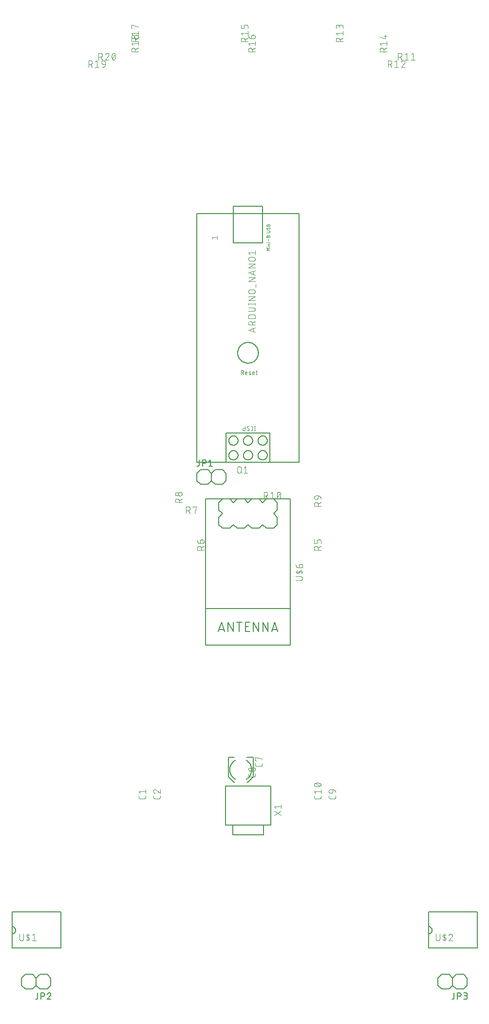
<source format=gbr>
G04 EAGLE Gerber RS-274X export*
G75*
%MOMM*%
%FSLAX34Y34*%
%LPD*%
%INSilkscreen Top*%
%IPPOS*%
%AMOC8*
5,1,8,0,0,1.08239X$1,22.5*%
G01*
%ADD10C,0.127000*%
%ADD11C,0.076200*%
%ADD12C,0.050800*%
%ADD13C,0.101600*%
%ADD14C,0.203200*%
%ADD15C,0.152400*%


D10*
X817400Y1355300D02*
X817400Y923500D01*
X766600Y923500D01*
X690400Y923500D01*
X639600Y923500D01*
X639600Y1355300D01*
X753900Y1355300D01*
X817400Y1355300D01*
X753900Y1355300D02*
X753900Y1368000D01*
X703100Y1368000D01*
X703100Y1304500D02*
X753900Y1304500D01*
X753900Y1355300D01*
X703100Y1368000D02*
X703100Y1304500D01*
X710539Y1114000D02*
X710544Y1114441D01*
X710561Y1114881D01*
X710588Y1115321D01*
X710625Y1115760D01*
X710674Y1116199D01*
X710733Y1116635D01*
X710803Y1117071D01*
X710884Y1117504D01*
X710975Y1117935D01*
X711077Y1118364D01*
X711190Y1118790D01*
X711312Y1119214D01*
X711446Y1119634D01*
X711589Y1120051D01*
X711743Y1120464D01*
X711906Y1120873D01*
X712080Y1121279D01*
X712263Y1121679D01*
X712457Y1122075D01*
X712660Y1122467D01*
X712872Y1122853D01*
X713094Y1123234D01*
X713326Y1123609D01*
X713566Y1123979D01*
X713815Y1124342D01*
X714074Y1124699D01*
X714341Y1125050D01*
X714616Y1125394D01*
X714900Y1125732D01*
X715192Y1126062D01*
X715492Y1126385D01*
X715800Y1126700D01*
X716115Y1127008D01*
X716438Y1127308D01*
X716768Y1127600D01*
X717106Y1127884D01*
X717450Y1128159D01*
X717801Y1128426D01*
X718158Y1128685D01*
X718521Y1128934D01*
X718891Y1129174D01*
X719266Y1129406D01*
X719647Y1129628D01*
X720033Y1129840D01*
X720425Y1130043D01*
X720821Y1130237D01*
X721221Y1130420D01*
X721627Y1130594D01*
X722036Y1130757D01*
X722449Y1130911D01*
X722866Y1131054D01*
X723286Y1131188D01*
X723710Y1131310D01*
X724136Y1131423D01*
X724565Y1131525D01*
X724996Y1131616D01*
X725429Y1131697D01*
X725865Y1131767D01*
X726301Y1131826D01*
X726740Y1131875D01*
X727179Y1131912D01*
X727619Y1131939D01*
X728059Y1131956D01*
X728500Y1131961D01*
X728941Y1131956D01*
X729381Y1131939D01*
X729821Y1131912D01*
X730260Y1131875D01*
X730699Y1131826D01*
X731135Y1131767D01*
X731571Y1131697D01*
X732004Y1131616D01*
X732435Y1131525D01*
X732864Y1131423D01*
X733290Y1131310D01*
X733714Y1131188D01*
X734134Y1131054D01*
X734551Y1130911D01*
X734964Y1130757D01*
X735373Y1130594D01*
X735779Y1130420D01*
X736179Y1130237D01*
X736575Y1130043D01*
X736967Y1129840D01*
X737353Y1129628D01*
X737734Y1129406D01*
X738109Y1129174D01*
X738479Y1128934D01*
X738842Y1128685D01*
X739199Y1128426D01*
X739550Y1128159D01*
X739894Y1127884D01*
X740232Y1127600D01*
X740562Y1127308D01*
X740885Y1127008D01*
X741200Y1126700D01*
X741508Y1126385D01*
X741808Y1126062D01*
X742100Y1125732D01*
X742384Y1125394D01*
X742659Y1125050D01*
X742926Y1124699D01*
X743185Y1124342D01*
X743434Y1123979D01*
X743674Y1123609D01*
X743906Y1123234D01*
X744128Y1122853D01*
X744340Y1122467D01*
X744543Y1122075D01*
X744737Y1121679D01*
X744920Y1121279D01*
X745094Y1120873D01*
X745257Y1120464D01*
X745411Y1120051D01*
X745554Y1119634D01*
X745688Y1119214D01*
X745810Y1118790D01*
X745923Y1118364D01*
X746025Y1117935D01*
X746116Y1117504D01*
X746197Y1117071D01*
X746267Y1116635D01*
X746326Y1116199D01*
X746375Y1115760D01*
X746412Y1115321D01*
X746439Y1114881D01*
X746456Y1114441D01*
X746461Y1114000D01*
X746456Y1113559D01*
X746439Y1113119D01*
X746412Y1112679D01*
X746375Y1112240D01*
X746326Y1111801D01*
X746267Y1111365D01*
X746197Y1110929D01*
X746116Y1110496D01*
X746025Y1110065D01*
X745923Y1109636D01*
X745810Y1109210D01*
X745688Y1108786D01*
X745554Y1108366D01*
X745411Y1107949D01*
X745257Y1107536D01*
X745094Y1107127D01*
X744920Y1106721D01*
X744737Y1106321D01*
X744543Y1105925D01*
X744340Y1105533D01*
X744128Y1105147D01*
X743906Y1104766D01*
X743674Y1104391D01*
X743434Y1104021D01*
X743185Y1103658D01*
X742926Y1103301D01*
X742659Y1102950D01*
X742384Y1102606D01*
X742100Y1102268D01*
X741808Y1101938D01*
X741508Y1101615D01*
X741200Y1101300D01*
X740885Y1100992D01*
X740562Y1100692D01*
X740232Y1100400D01*
X739894Y1100116D01*
X739550Y1099841D01*
X739199Y1099574D01*
X738842Y1099315D01*
X738479Y1099066D01*
X738109Y1098826D01*
X737734Y1098594D01*
X737353Y1098372D01*
X736967Y1098160D01*
X736575Y1097957D01*
X736179Y1097763D01*
X735779Y1097580D01*
X735373Y1097406D01*
X734964Y1097243D01*
X734551Y1097089D01*
X734134Y1096946D01*
X733714Y1096812D01*
X733290Y1096690D01*
X732864Y1096577D01*
X732435Y1096475D01*
X732004Y1096384D01*
X731571Y1096303D01*
X731135Y1096233D01*
X730699Y1096174D01*
X730260Y1096125D01*
X729821Y1096088D01*
X729381Y1096061D01*
X728941Y1096044D01*
X728500Y1096039D01*
X728059Y1096044D01*
X727619Y1096061D01*
X727179Y1096088D01*
X726740Y1096125D01*
X726301Y1096174D01*
X725865Y1096233D01*
X725429Y1096303D01*
X724996Y1096384D01*
X724565Y1096475D01*
X724136Y1096577D01*
X723710Y1096690D01*
X723286Y1096812D01*
X722866Y1096946D01*
X722449Y1097089D01*
X722036Y1097243D01*
X721627Y1097406D01*
X721221Y1097580D01*
X720821Y1097763D01*
X720425Y1097957D01*
X720033Y1098160D01*
X719647Y1098372D01*
X719266Y1098594D01*
X718891Y1098826D01*
X718521Y1099066D01*
X718158Y1099315D01*
X717801Y1099574D01*
X717450Y1099841D01*
X717106Y1100116D01*
X716768Y1100400D01*
X716438Y1100692D01*
X716115Y1100992D01*
X715800Y1101300D01*
X715492Y1101615D01*
X715192Y1101938D01*
X714900Y1102268D01*
X714616Y1102606D01*
X714341Y1102950D01*
X714074Y1103301D01*
X713815Y1103658D01*
X713566Y1104021D01*
X713326Y1104391D01*
X713094Y1104766D01*
X712872Y1105147D01*
X712660Y1105533D01*
X712457Y1105925D01*
X712263Y1106321D01*
X712080Y1106721D01*
X711906Y1107127D01*
X711743Y1107536D01*
X711589Y1107949D01*
X711446Y1108366D01*
X711312Y1108786D01*
X711190Y1109210D01*
X711077Y1109636D01*
X710975Y1110065D01*
X710884Y1110496D01*
X710803Y1110929D01*
X710733Y1111365D01*
X710674Y1111801D01*
X710625Y1112240D01*
X710588Y1112679D01*
X710561Y1113119D01*
X710544Y1113559D01*
X710539Y1114000D01*
D11*
X716181Y1083647D02*
X716181Y1076281D01*
X716181Y1083647D02*
X718227Y1083647D01*
X718316Y1083645D01*
X718405Y1083639D01*
X718494Y1083629D01*
X718582Y1083616D01*
X718670Y1083599D01*
X718757Y1083577D01*
X718842Y1083552D01*
X718927Y1083524D01*
X719010Y1083491D01*
X719092Y1083455D01*
X719172Y1083416D01*
X719250Y1083373D01*
X719326Y1083327D01*
X719401Y1083277D01*
X719473Y1083224D01*
X719542Y1083168D01*
X719609Y1083109D01*
X719674Y1083048D01*
X719735Y1082983D01*
X719794Y1082916D01*
X719850Y1082847D01*
X719903Y1082775D01*
X719953Y1082700D01*
X719999Y1082624D01*
X720042Y1082546D01*
X720081Y1082466D01*
X720117Y1082384D01*
X720150Y1082301D01*
X720178Y1082216D01*
X720203Y1082131D01*
X720225Y1082044D01*
X720242Y1081956D01*
X720255Y1081868D01*
X720265Y1081779D01*
X720271Y1081690D01*
X720273Y1081601D01*
X720271Y1081512D01*
X720265Y1081423D01*
X720255Y1081334D01*
X720242Y1081246D01*
X720225Y1081158D01*
X720203Y1081071D01*
X720178Y1080986D01*
X720150Y1080901D01*
X720117Y1080818D01*
X720081Y1080736D01*
X720042Y1080656D01*
X719999Y1080578D01*
X719953Y1080502D01*
X719903Y1080427D01*
X719850Y1080355D01*
X719794Y1080286D01*
X719735Y1080219D01*
X719674Y1080154D01*
X719609Y1080093D01*
X719542Y1080034D01*
X719473Y1079978D01*
X719401Y1079925D01*
X719326Y1079875D01*
X719250Y1079829D01*
X719172Y1079786D01*
X719092Y1079747D01*
X719010Y1079711D01*
X718927Y1079678D01*
X718842Y1079650D01*
X718757Y1079625D01*
X718670Y1079603D01*
X718582Y1079586D01*
X718494Y1079573D01*
X718405Y1079563D01*
X718316Y1079557D01*
X718227Y1079555D01*
X716181Y1079555D01*
X718636Y1079555D02*
X720273Y1076281D01*
X724594Y1076281D02*
X726640Y1076281D01*
X724594Y1076281D02*
X724525Y1076283D01*
X724457Y1076289D01*
X724388Y1076298D01*
X724321Y1076312D01*
X724254Y1076329D01*
X724188Y1076350D01*
X724124Y1076374D01*
X724061Y1076403D01*
X724000Y1076434D01*
X723941Y1076469D01*
X723883Y1076507D01*
X723828Y1076549D01*
X723776Y1076593D01*
X723726Y1076641D01*
X723678Y1076691D01*
X723634Y1076743D01*
X723592Y1076798D01*
X723554Y1076856D01*
X723519Y1076915D01*
X723488Y1076976D01*
X723459Y1077039D01*
X723435Y1077103D01*
X723414Y1077169D01*
X723397Y1077236D01*
X723383Y1077303D01*
X723374Y1077372D01*
X723368Y1077440D01*
X723366Y1077509D01*
X723367Y1077509D02*
X723367Y1079555D01*
X723366Y1079555D02*
X723368Y1079634D01*
X723374Y1079713D01*
X723383Y1079792D01*
X723396Y1079870D01*
X723414Y1079947D01*
X723434Y1080023D01*
X723459Y1080098D01*
X723487Y1080172D01*
X723518Y1080245D01*
X723554Y1080316D01*
X723592Y1080385D01*
X723634Y1080452D01*
X723679Y1080517D01*
X723727Y1080580D01*
X723778Y1080641D01*
X723832Y1080698D01*
X723888Y1080754D01*
X723947Y1080806D01*
X724009Y1080856D01*
X724073Y1080902D01*
X724139Y1080946D01*
X724207Y1080986D01*
X724277Y1081022D01*
X724349Y1081056D01*
X724423Y1081086D01*
X724497Y1081112D01*
X724573Y1081135D01*
X724650Y1081153D01*
X724727Y1081169D01*
X724806Y1081180D01*
X724884Y1081188D01*
X724963Y1081192D01*
X725043Y1081192D01*
X725122Y1081188D01*
X725200Y1081180D01*
X725279Y1081169D01*
X725356Y1081153D01*
X725433Y1081135D01*
X725509Y1081112D01*
X725583Y1081086D01*
X725657Y1081056D01*
X725729Y1081022D01*
X725799Y1080986D01*
X725867Y1080946D01*
X725933Y1080902D01*
X725997Y1080856D01*
X726059Y1080806D01*
X726118Y1080754D01*
X726174Y1080698D01*
X726228Y1080641D01*
X726279Y1080580D01*
X726327Y1080517D01*
X726372Y1080452D01*
X726414Y1080385D01*
X726452Y1080316D01*
X726488Y1080245D01*
X726519Y1080172D01*
X726547Y1080098D01*
X726572Y1080023D01*
X726592Y1079947D01*
X726610Y1079870D01*
X726623Y1079792D01*
X726632Y1079713D01*
X726638Y1079634D01*
X726640Y1079555D01*
X726640Y1078736D01*
X723367Y1078736D01*
X730320Y1079146D02*
X732366Y1078327D01*
X730320Y1079146D02*
X730261Y1079171D01*
X730204Y1079200D01*
X730149Y1079233D01*
X730096Y1079269D01*
X730045Y1079307D01*
X729997Y1079349D01*
X729951Y1079394D01*
X729908Y1079441D01*
X729868Y1079491D01*
X729831Y1079543D01*
X729797Y1079598D01*
X729766Y1079654D01*
X729739Y1079712D01*
X729716Y1079772D01*
X729696Y1079832D01*
X729680Y1079894D01*
X729667Y1079957D01*
X729659Y1080021D01*
X729654Y1080084D01*
X729653Y1080148D01*
X729656Y1080212D01*
X729663Y1080276D01*
X729674Y1080339D01*
X729688Y1080401D01*
X729706Y1080463D01*
X729728Y1080523D01*
X729753Y1080582D01*
X729782Y1080639D01*
X729815Y1080694D01*
X729850Y1080747D01*
X729889Y1080798D01*
X729931Y1080847D01*
X729975Y1080893D01*
X730023Y1080936D01*
X730072Y1080976D01*
X730125Y1081013D01*
X730179Y1081047D01*
X730235Y1081078D01*
X730293Y1081105D01*
X730352Y1081129D01*
X730413Y1081148D01*
X730475Y1081165D01*
X730538Y1081177D01*
X730601Y1081186D01*
X730665Y1081191D01*
X730729Y1081192D01*
X730865Y1081188D01*
X731000Y1081180D01*
X731136Y1081168D01*
X731270Y1081152D01*
X731405Y1081132D01*
X731538Y1081109D01*
X731671Y1081081D01*
X731803Y1081050D01*
X731934Y1081015D01*
X732064Y1080976D01*
X732193Y1080933D01*
X732320Y1080886D01*
X732446Y1080836D01*
X732571Y1080782D01*
X732366Y1078327D02*
X732425Y1078302D01*
X732482Y1078273D01*
X732537Y1078240D01*
X732590Y1078204D01*
X732641Y1078166D01*
X732689Y1078124D01*
X732735Y1078079D01*
X732778Y1078032D01*
X732818Y1077982D01*
X732855Y1077930D01*
X732889Y1077875D01*
X732920Y1077819D01*
X732947Y1077761D01*
X732970Y1077701D01*
X732990Y1077641D01*
X733006Y1077579D01*
X733019Y1077516D01*
X733027Y1077452D01*
X733032Y1077389D01*
X733033Y1077325D01*
X733030Y1077261D01*
X733023Y1077197D01*
X733012Y1077134D01*
X732998Y1077072D01*
X732980Y1077010D01*
X732958Y1076950D01*
X732933Y1076891D01*
X732904Y1076834D01*
X732871Y1076779D01*
X732836Y1076726D01*
X732797Y1076675D01*
X732755Y1076626D01*
X732711Y1076580D01*
X732663Y1076537D01*
X732614Y1076497D01*
X732561Y1076460D01*
X732507Y1076426D01*
X732451Y1076395D01*
X732393Y1076368D01*
X732334Y1076344D01*
X732273Y1076325D01*
X732211Y1076308D01*
X732148Y1076296D01*
X732085Y1076287D01*
X732021Y1076282D01*
X731957Y1076281D01*
X731793Y1076285D01*
X731629Y1076293D01*
X731465Y1076305D01*
X731302Y1076321D01*
X731139Y1076341D01*
X730976Y1076364D01*
X730815Y1076392D01*
X730653Y1076423D01*
X730493Y1076458D01*
X730334Y1076497D01*
X730175Y1076540D01*
X730018Y1076586D01*
X729861Y1076636D01*
X729706Y1076690D01*
X737274Y1076281D02*
X739320Y1076281D01*
X737274Y1076281D02*
X737205Y1076283D01*
X737137Y1076289D01*
X737068Y1076298D01*
X737001Y1076312D01*
X736934Y1076329D01*
X736868Y1076350D01*
X736804Y1076374D01*
X736741Y1076403D01*
X736680Y1076434D01*
X736621Y1076469D01*
X736563Y1076507D01*
X736508Y1076549D01*
X736456Y1076593D01*
X736406Y1076641D01*
X736358Y1076691D01*
X736314Y1076743D01*
X736272Y1076798D01*
X736234Y1076856D01*
X736199Y1076915D01*
X736168Y1076976D01*
X736139Y1077039D01*
X736115Y1077103D01*
X736094Y1077169D01*
X736077Y1077236D01*
X736063Y1077303D01*
X736054Y1077372D01*
X736048Y1077440D01*
X736046Y1077509D01*
X736046Y1079555D01*
X736048Y1079634D01*
X736054Y1079713D01*
X736063Y1079792D01*
X736076Y1079870D01*
X736094Y1079947D01*
X736114Y1080023D01*
X736139Y1080098D01*
X736167Y1080172D01*
X736198Y1080245D01*
X736234Y1080316D01*
X736272Y1080385D01*
X736314Y1080452D01*
X736359Y1080517D01*
X736407Y1080580D01*
X736458Y1080641D01*
X736512Y1080698D01*
X736568Y1080754D01*
X736627Y1080806D01*
X736689Y1080856D01*
X736753Y1080902D01*
X736819Y1080946D01*
X736887Y1080986D01*
X736957Y1081022D01*
X737029Y1081056D01*
X737103Y1081086D01*
X737177Y1081112D01*
X737253Y1081135D01*
X737330Y1081153D01*
X737407Y1081169D01*
X737486Y1081180D01*
X737564Y1081188D01*
X737643Y1081192D01*
X737723Y1081192D01*
X737802Y1081188D01*
X737880Y1081180D01*
X737959Y1081169D01*
X738036Y1081153D01*
X738113Y1081135D01*
X738189Y1081112D01*
X738263Y1081086D01*
X738337Y1081056D01*
X738409Y1081022D01*
X738479Y1080986D01*
X738547Y1080946D01*
X738613Y1080902D01*
X738677Y1080856D01*
X738739Y1080806D01*
X738798Y1080754D01*
X738854Y1080698D01*
X738908Y1080641D01*
X738959Y1080580D01*
X739007Y1080517D01*
X739052Y1080452D01*
X739094Y1080385D01*
X739132Y1080316D01*
X739168Y1080245D01*
X739199Y1080172D01*
X739227Y1080098D01*
X739252Y1080023D01*
X739272Y1079947D01*
X739290Y1079870D01*
X739303Y1079792D01*
X739312Y1079713D01*
X739318Y1079634D01*
X739320Y1079555D01*
X739320Y1078736D01*
X736046Y1078736D01*
X741756Y1081192D02*
X744211Y1081192D01*
X742574Y1083647D02*
X742574Y1077509D01*
X742576Y1077440D01*
X742582Y1077372D01*
X742591Y1077303D01*
X742605Y1077236D01*
X742622Y1077169D01*
X742643Y1077103D01*
X742667Y1077039D01*
X742696Y1076976D01*
X742727Y1076915D01*
X742762Y1076856D01*
X742800Y1076798D01*
X742842Y1076743D01*
X742886Y1076691D01*
X742934Y1076641D01*
X742984Y1076593D01*
X743036Y1076549D01*
X743091Y1076507D01*
X743149Y1076469D01*
X743208Y1076434D01*
X743269Y1076403D01*
X743332Y1076374D01*
X743396Y1076350D01*
X743462Y1076329D01*
X743529Y1076312D01*
X743596Y1076298D01*
X743665Y1076289D01*
X743733Y1076283D01*
X743802Y1076281D01*
X744211Y1076281D01*
X667469Y1311598D02*
X665381Y1314208D01*
X674779Y1314208D01*
X674779Y1311598D02*
X674779Y1316819D01*
D12*
X760758Y1292054D02*
X766346Y1292054D01*
X763862Y1293917D02*
X760758Y1292054D01*
X763862Y1293917D02*
X760758Y1295779D01*
X766346Y1295779D01*
X766346Y1298306D02*
X762621Y1298306D01*
X761068Y1298151D02*
X760758Y1298151D01*
X760758Y1298461D01*
X761068Y1298461D01*
X761068Y1298151D01*
X762621Y1300722D02*
X766346Y1300722D01*
X762621Y1300722D02*
X762621Y1302274D01*
X762623Y1302332D01*
X762628Y1302391D01*
X762637Y1302448D01*
X762650Y1302506D01*
X762667Y1302562D01*
X762686Y1302617D01*
X762710Y1302670D01*
X762736Y1302723D01*
X762766Y1302773D01*
X762799Y1302821D01*
X762835Y1302867D01*
X762873Y1302911D01*
X762915Y1302953D01*
X762959Y1302991D01*
X763005Y1303027D01*
X763053Y1303060D01*
X763103Y1303090D01*
X763156Y1303116D01*
X763209Y1303140D01*
X763264Y1303159D01*
X763320Y1303176D01*
X763378Y1303189D01*
X763435Y1303198D01*
X763494Y1303203D01*
X763552Y1303205D01*
X766346Y1303205D01*
X766346Y1305621D02*
X762621Y1305621D01*
X761068Y1305466D02*
X760758Y1305466D01*
X760758Y1305776D01*
X761068Y1305776D01*
X761068Y1305466D01*
X764173Y1307964D02*
X764173Y1311690D01*
X763242Y1314393D02*
X763242Y1315945D01*
X763244Y1316022D01*
X763250Y1316100D01*
X763259Y1316176D01*
X763273Y1316253D01*
X763290Y1316328D01*
X763311Y1316402D01*
X763336Y1316476D01*
X763364Y1316548D01*
X763396Y1316618D01*
X763431Y1316687D01*
X763470Y1316754D01*
X763512Y1316819D01*
X763557Y1316882D01*
X763605Y1316943D01*
X763656Y1317001D01*
X763710Y1317056D01*
X763767Y1317109D01*
X763826Y1317158D01*
X763888Y1317205D01*
X763952Y1317249D01*
X764018Y1317289D01*
X764086Y1317326D01*
X764156Y1317360D01*
X764227Y1317390D01*
X764300Y1317416D01*
X764374Y1317439D01*
X764449Y1317458D01*
X764524Y1317473D01*
X764601Y1317485D01*
X764678Y1317493D01*
X764755Y1317497D01*
X764833Y1317497D01*
X764910Y1317493D01*
X764987Y1317485D01*
X765064Y1317473D01*
X765139Y1317458D01*
X765214Y1317439D01*
X765288Y1317416D01*
X765361Y1317390D01*
X765432Y1317360D01*
X765502Y1317326D01*
X765570Y1317289D01*
X765636Y1317249D01*
X765700Y1317205D01*
X765762Y1317158D01*
X765821Y1317109D01*
X765878Y1317056D01*
X765932Y1317001D01*
X765983Y1316943D01*
X766031Y1316882D01*
X766076Y1316819D01*
X766118Y1316754D01*
X766157Y1316687D01*
X766192Y1316618D01*
X766224Y1316548D01*
X766252Y1316476D01*
X766277Y1316402D01*
X766298Y1316328D01*
X766315Y1316253D01*
X766329Y1316176D01*
X766338Y1316100D01*
X766344Y1316022D01*
X766346Y1315945D01*
X766346Y1314393D01*
X760758Y1314393D01*
X760758Y1315945D01*
X760760Y1316015D01*
X760766Y1316084D01*
X760776Y1316153D01*
X760789Y1316221D01*
X760807Y1316289D01*
X760828Y1316355D01*
X760853Y1316420D01*
X760881Y1316484D01*
X760913Y1316546D01*
X760948Y1316606D01*
X760987Y1316664D01*
X761029Y1316719D01*
X761074Y1316773D01*
X761122Y1316823D01*
X761172Y1316871D01*
X761226Y1316916D01*
X761281Y1316958D01*
X761339Y1316997D01*
X761399Y1317032D01*
X761461Y1317064D01*
X761525Y1317092D01*
X761590Y1317117D01*
X761656Y1317138D01*
X761724Y1317156D01*
X761792Y1317169D01*
X761861Y1317179D01*
X761930Y1317185D01*
X762000Y1317187D01*
X762070Y1317185D01*
X762139Y1317179D01*
X762208Y1317169D01*
X762276Y1317156D01*
X762344Y1317138D01*
X762410Y1317117D01*
X762475Y1317092D01*
X762539Y1317064D01*
X762601Y1317032D01*
X762661Y1316997D01*
X762719Y1316958D01*
X762774Y1316916D01*
X762828Y1316871D01*
X762878Y1316823D01*
X762926Y1316773D01*
X762971Y1316719D01*
X763013Y1316664D01*
X763052Y1316606D01*
X763087Y1316546D01*
X763119Y1316484D01*
X763147Y1316420D01*
X763172Y1316355D01*
X763193Y1316289D01*
X763211Y1316221D01*
X763224Y1316153D01*
X763234Y1316084D01*
X763240Y1316015D01*
X763242Y1315945D01*
X764794Y1322722D02*
X760758Y1322722D01*
X764794Y1322722D02*
X764871Y1322724D01*
X764949Y1322730D01*
X765025Y1322739D01*
X765102Y1322753D01*
X765177Y1322770D01*
X765251Y1322791D01*
X765325Y1322816D01*
X765397Y1322844D01*
X765467Y1322876D01*
X765536Y1322911D01*
X765603Y1322950D01*
X765668Y1322992D01*
X765731Y1323037D01*
X765792Y1323085D01*
X765850Y1323136D01*
X765905Y1323190D01*
X765958Y1323247D01*
X766007Y1323306D01*
X766054Y1323368D01*
X766098Y1323432D01*
X766138Y1323498D01*
X766175Y1323566D01*
X766209Y1323636D01*
X766239Y1323707D01*
X766265Y1323780D01*
X766288Y1323854D01*
X766307Y1323929D01*
X766322Y1324004D01*
X766334Y1324081D01*
X766342Y1324158D01*
X766346Y1324235D01*
X766346Y1324313D01*
X766342Y1324390D01*
X766334Y1324467D01*
X766322Y1324544D01*
X766307Y1324619D01*
X766288Y1324694D01*
X766265Y1324768D01*
X766239Y1324841D01*
X766209Y1324912D01*
X766175Y1324982D01*
X766138Y1325050D01*
X766098Y1325116D01*
X766054Y1325180D01*
X766007Y1325242D01*
X765958Y1325301D01*
X765905Y1325358D01*
X765850Y1325412D01*
X765792Y1325463D01*
X765731Y1325511D01*
X765668Y1325556D01*
X765603Y1325598D01*
X765536Y1325637D01*
X765467Y1325672D01*
X765397Y1325704D01*
X765325Y1325732D01*
X765251Y1325757D01*
X765177Y1325778D01*
X765102Y1325795D01*
X765025Y1325809D01*
X764949Y1325818D01*
X764871Y1325824D01*
X764794Y1325826D01*
X764794Y1325827D02*
X760758Y1325827D01*
X765104Y1331313D02*
X765174Y1331311D01*
X765243Y1331305D01*
X765312Y1331295D01*
X765380Y1331282D01*
X765448Y1331264D01*
X765514Y1331243D01*
X765579Y1331218D01*
X765643Y1331190D01*
X765705Y1331158D01*
X765765Y1331123D01*
X765823Y1331084D01*
X765878Y1331042D01*
X765932Y1330997D01*
X765982Y1330949D01*
X766030Y1330899D01*
X766075Y1330845D01*
X766117Y1330790D01*
X766156Y1330732D01*
X766191Y1330672D01*
X766223Y1330610D01*
X766251Y1330546D01*
X766276Y1330481D01*
X766297Y1330415D01*
X766315Y1330347D01*
X766328Y1330279D01*
X766338Y1330210D01*
X766344Y1330141D01*
X766346Y1330071D01*
X766344Y1329972D01*
X766339Y1329874D01*
X766329Y1329776D01*
X766316Y1329678D01*
X766300Y1329581D01*
X766280Y1329484D01*
X766256Y1329389D01*
X766228Y1329294D01*
X766197Y1329200D01*
X766163Y1329108D01*
X766125Y1329017D01*
X766084Y1328927D01*
X766039Y1328839D01*
X765991Y1328753D01*
X765940Y1328669D01*
X765886Y1328587D01*
X765828Y1328506D01*
X765768Y1328428D01*
X765705Y1328353D01*
X765639Y1328279D01*
X765570Y1328209D01*
X762000Y1328364D02*
X761930Y1328366D01*
X761861Y1328372D01*
X761792Y1328382D01*
X761724Y1328395D01*
X761656Y1328413D01*
X761590Y1328434D01*
X761525Y1328459D01*
X761461Y1328487D01*
X761399Y1328519D01*
X761339Y1328554D01*
X761281Y1328593D01*
X761226Y1328635D01*
X761172Y1328680D01*
X761122Y1328728D01*
X761074Y1328778D01*
X761029Y1328832D01*
X760987Y1328887D01*
X760948Y1328945D01*
X760913Y1329005D01*
X760881Y1329067D01*
X760853Y1329131D01*
X760828Y1329196D01*
X760807Y1329262D01*
X760789Y1329330D01*
X760776Y1329398D01*
X760766Y1329467D01*
X760760Y1329536D01*
X760758Y1329606D01*
X760760Y1329700D01*
X760766Y1329793D01*
X760775Y1329886D01*
X760788Y1329979D01*
X760805Y1330071D01*
X760825Y1330162D01*
X760850Y1330253D01*
X760877Y1330342D01*
X760909Y1330430D01*
X760944Y1330517D01*
X760982Y1330603D01*
X761024Y1330686D01*
X761069Y1330769D01*
X761117Y1330849D01*
X761169Y1330927D01*
X761224Y1331003D01*
X763086Y1328985D02*
X763050Y1328926D01*
X763010Y1328870D01*
X762967Y1328816D01*
X762922Y1328764D01*
X762873Y1328715D01*
X762822Y1328669D01*
X762769Y1328626D01*
X762713Y1328585D01*
X762655Y1328548D01*
X762595Y1328513D01*
X762534Y1328483D01*
X762471Y1328455D01*
X762406Y1328431D01*
X762340Y1328411D01*
X762273Y1328394D01*
X762206Y1328381D01*
X762138Y1328372D01*
X762069Y1328366D01*
X762000Y1328364D01*
X764018Y1330692D02*
X764054Y1330751D01*
X764094Y1330807D01*
X764137Y1330861D01*
X764182Y1330913D01*
X764231Y1330962D01*
X764282Y1331008D01*
X764335Y1331051D01*
X764391Y1331092D01*
X764449Y1331129D01*
X764509Y1331164D01*
X764570Y1331194D01*
X764633Y1331222D01*
X764698Y1331246D01*
X764764Y1331266D01*
X764831Y1331283D01*
X764898Y1331296D01*
X764966Y1331305D01*
X765035Y1331311D01*
X765104Y1331313D01*
X764018Y1330692D02*
X763086Y1328985D01*
X763242Y1333778D02*
X763242Y1335330D01*
X763244Y1335407D01*
X763250Y1335485D01*
X763259Y1335561D01*
X763273Y1335638D01*
X763290Y1335713D01*
X763311Y1335787D01*
X763336Y1335861D01*
X763364Y1335933D01*
X763396Y1336003D01*
X763431Y1336072D01*
X763470Y1336139D01*
X763512Y1336204D01*
X763557Y1336267D01*
X763605Y1336328D01*
X763656Y1336386D01*
X763710Y1336441D01*
X763767Y1336494D01*
X763826Y1336543D01*
X763888Y1336590D01*
X763952Y1336634D01*
X764018Y1336674D01*
X764086Y1336711D01*
X764156Y1336745D01*
X764227Y1336775D01*
X764300Y1336801D01*
X764374Y1336824D01*
X764449Y1336843D01*
X764524Y1336858D01*
X764601Y1336870D01*
X764678Y1336878D01*
X764755Y1336882D01*
X764833Y1336882D01*
X764910Y1336878D01*
X764987Y1336870D01*
X765064Y1336858D01*
X765139Y1336843D01*
X765214Y1336824D01*
X765288Y1336801D01*
X765361Y1336775D01*
X765432Y1336745D01*
X765502Y1336711D01*
X765570Y1336674D01*
X765636Y1336634D01*
X765700Y1336590D01*
X765762Y1336543D01*
X765821Y1336494D01*
X765878Y1336441D01*
X765932Y1336386D01*
X765983Y1336328D01*
X766031Y1336267D01*
X766076Y1336204D01*
X766118Y1336139D01*
X766157Y1336072D01*
X766192Y1336003D01*
X766224Y1335933D01*
X766252Y1335861D01*
X766277Y1335787D01*
X766298Y1335713D01*
X766315Y1335638D01*
X766329Y1335561D01*
X766338Y1335485D01*
X766344Y1335407D01*
X766346Y1335330D01*
X766346Y1333778D01*
X760758Y1333778D01*
X760758Y1335330D01*
X760760Y1335400D01*
X760766Y1335469D01*
X760776Y1335538D01*
X760789Y1335606D01*
X760807Y1335674D01*
X760828Y1335740D01*
X760853Y1335805D01*
X760881Y1335869D01*
X760913Y1335931D01*
X760948Y1335991D01*
X760987Y1336049D01*
X761029Y1336104D01*
X761074Y1336158D01*
X761122Y1336208D01*
X761172Y1336256D01*
X761226Y1336301D01*
X761281Y1336343D01*
X761339Y1336382D01*
X761399Y1336417D01*
X761461Y1336449D01*
X761525Y1336477D01*
X761590Y1336502D01*
X761656Y1336523D01*
X761724Y1336541D01*
X761792Y1336554D01*
X761861Y1336564D01*
X761930Y1336570D01*
X762000Y1336572D01*
X762070Y1336570D01*
X762139Y1336564D01*
X762208Y1336554D01*
X762276Y1336541D01*
X762344Y1336523D01*
X762410Y1336502D01*
X762475Y1336477D01*
X762539Y1336449D01*
X762601Y1336417D01*
X762661Y1336382D01*
X762719Y1336343D01*
X762774Y1336301D01*
X762828Y1336256D01*
X762878Y1336208D01*
X762926Y1336158D01*
X762971Y1336104D01*
X763013Y1336049D01*
X763052Y1335991D01*
X763087Y1335931D01*
X763119Y1335869D01*
X763147Y1335805D01*
X763172Y1335740D01*
X763193Y1335674D01*
X763211Y1335606D01*
X763224Y1335538D01*
X763234Y1335469D01*
X763240Y1335400D01*
X763242Y1335330D01*
D10*
X766600Y974300D02*
X766600Y923500D01*
X766600Y974300D02*
X690400Y974300D01*
X690400Y923500D01*
X695100Y936200D02*
X695102Y936396D01*
X695110Y936593D01*
X695122Y936789D01*
X695139Y936984D01*
X695160Y937179D01*
X695187Y937374D01*
X695218Y937568D01*
X695254Y937761D01*
X695294Y937953D01*
X695340Y938144D01*
X695390Y938334D01*
X695444Y938522D01*
X695504Y938709D01*
X695568Y938895D01*
X695636Y939079D01*
X695709Y939261D01*
X695786Y939442D01*
X695868Y939620D01*
X695954Y939797D01*
X696045Y939971D01*
X696139Y940143D01*
X696238Y940313D01*
X696341Y940480D01*
X696448Y940645D01*
X696559Y940806D01*
X696674Y940966D01*
X696793Y941122D01*
X696916Y941275D01*
X697042Y941425D01*
X697172Y941572D01*
X697306Y941716D01*
X697443Y941857D01*
X697584Y941994D01*
X697728Y942128D01*
X697875Y942258D01*
X698025Y942384D01*
X698178Y942507D01*
X698334Y942626D01*
X698494Y942741D01*
X698655Y942852D01*
X698820Y942959D01*
X698987Y943062D01*
X699157Y943161D01*
X699329Y943255D01*
X699503Y943346D01*
X699680Y943432D01*
X699858Y943514D01*
X700039Y943591D01*
X700221Y943664D01*
X700405Y943732D01*
X700591Y943796D01*
X700778Y943856D01*
X700966Y943910D01*
X701156Y943960D01*
X701347Y944006D01*
X701539Y944046D01*
X701732Y944082D01*
X701926Y944113D01*
X702121Y944140D01*
X702316Y944161D01*
X702511Y944178D01*
X702707Y944190D01*
X702904Y944198D01*
X703100Y944200D01*
X703296Y944198D01*
X703493Y944190D01*
X703689Y944178D01*
X703884Y944161D01*
X704079Y944140D01*
X704274Y944113D01*
X704468Y944082D01*
X704661Y944046D01*
X704853Y944006D01*
X705044Y943960D01*
X705234Y943910D01*
X705422Y943856D01*
X705609Y943796D01*
X705795Y943732D01*
X705979Y943664D01*
X706161Y943591D01*
X706342Y943514D01*
X706520Y943432D01*
X706697Y943346D01*
X706871Y943255D01*
X707043Y943161D01*
X707213Y943062D01*
X707380Y942959D01*
X707545Y942852D01*
X707706Y942741D01*
X707866Y942626D01*
X708022Y942507D01*
X708175Y942384D01*
X708325Y942258D01*
X708472Y942128D01*
X708616Y941994D01*
X708757Y941857D01*
X708894Y941716D01*
X709028Y941572D01*
X709158Y941425D01*
X709284Y941275D01*
X709407Y941122D01*
X709526Y940966D01*
X709641Y940806D01*
X709752Y940645D01*
X709859Y940480D01*
X709962Y940313D01*
X710061Y940143D01*
X710155Y939971D01*
X710246Y939797D01*
X710332Y939620D01*
X710414Y939442D01*
X710491Y939261D01*
X710564Y939079D01*
X710632Y938895D01*
X710696Y938709D01*
X710756Y938522D01*
X710810Y938334D01*
X710860Y938144D01*
X710906Y937953D01*
X710946Y937761D01*
X710982Y937568D01*
X711013Y937374D01*
X711040Y937179D01*
X711061Y936984D01*
X711078Y936789D01*
X711090Y936593D01*
X711098Y936396D01*
X711100Y936200D01*
X711098Y936004D01*
X711090Y935807D01*
X711078Y935611D01*
X711061Y935416D01*
X711040Y935221D01*
X711013Y935026D01*
X710982Y934832D01*
X710946Y934639D01*
X710906Y934447D01*
X710860Y934256D01*
X710810Y934066D01*
X710756Y933878D01*
X710696Y933691D01*
X710632Y933505D01*
X710564Y933321D01*
X710491Y933139D01*
X710414Y932958D01*
X710332Y932780D01*
X710246Y932603D01*
X710155Y932429D01*
X710061Y932257D01*
X709962Y932087D01*
X709859Y931920D01*
X709752Y931755D01*
X709641Y931594D01*
X709526Y931434D01*
X709407Y931278D01*
X709284Y931125D01*
X709158Y930975D01*
X709028Y930828D01*
X708894Y930684D01*
X708757Y930543D01*
X708616Y930406D01*
X708472Y930272D01*
X708325Y930142D01*
X708175Y930016D01*
X708022Y929893D01*
X707866Y929774D01*
X707706Y929659D01*
X707545Y929548D01*
X707380Y929441D01*
X707213Y929338D01*
X707043Y929239D01*
X706871Y929145D01*
X706697Y929054D01*
X706520Y928968D01*
X706342Y928886D01*
X706161Y928809D01*
X705979Y928736D01*
X705795Y928668D01*
X705609Y928604D01*
X705422Y928544D01*
X705234Y928490D01*
X705044Y928440D01*
X704853Y928394D01*
X704661Y928354D01*
X704468Y928318D01*
X704274Y928287D01*
X704079Y928260D01*
X703884Y928239D01*
X703689Y928222D01*
X703493Y928210D01*
X703296Y928202D01*
X703100Y928200D01*
X702904Y928202D01*
X702707Y928210D01*
X702511Y928222D01*
X702316Y928239D01*
X702121Y928260D01*
X701926Y928287D01*
X701732Y928318D01*
X701539Y928354D01*
X701347Y928394D01*
X701156Y928440D01*
X700966Y928490D01*
X700778Y928544D01*
X700591Y928604D01*
X700405Y928668D01*
X700221Y928736D01*
X700039Y928809D01*
X699858Y928886D01*
X699680Y928968D01*
X699503Y929054D01*
X699329Y929145D01*
X699157Y929239D01*
X698987Y929338D01*
X698820Y929441D01*
X698655Y929548D01*
X698494Y929659D01*
X698334Y929774D01*
X698178Y929893D01*
X698025Y930016D01*
X697875Y930142D01*
X697728Y930272D01*
X697584Y930406D01*
X697443Y930543D01*
X697306Y930684D01*
X697172Y930828D01*
X697042Y930975D01*
X696916Y931125D01*
X696793Y931278D01*
X696674Y931434D01*
X696559Y931594D01*
X696448Y931755D01*
X696341Y931920D01*
X696238Y932087D01*
X696139Y932257D01*
X696045Y932429D01*
X695954Y932603D01*
X695868Y932780D01*
X695786Y932958D01*
X695709Y933139D01*
X695636Y933321D01*
X695568Y933505D01*
X695504Y933691D01*
X695444Y933878D01*
X695390Y934066D01*
X695340Y934256D01*
X695294Y934447D01*
X695254Y934639D01*
X695218Y934832D01*
X695187Y935026D01*
X695160Y935221D01*
X695139Y935416D01*
X695122Y935611D01*
X695110Y935807D01*
X695102Y936004D01*
X695100Y936200D01*
X720500Y936200D02*
X720502Y936396D01*
X720510Y936593D01*
X720522Y936789D01*
X720539Y936984D01*
X720560Y937179D01*
X720587Y937374D01*
X720618Y937568D01*
X720654Y937761D01*
X720694Y937953D01*
X720740Y938144D01*
X720790Y938334D01*
X720844Y938522D01*
X720904Y938709D01*
X720968Y938895D01*
X721036Y939079D01*
X721109Y939261D01*
X721186Y939442D01*
X721268Y939620D01*
X721354Y939797D01*
X721445Y939971D01*
X721539Y940143D01*
X721638Y940313D01*
X721741Y940480D01*
X721848Y940645D01*
X721959Y940806D01*
X722074Y940966D01*
X722193Y941122D01*
X722316Y941275D01*
X722442Y941425D01*
X722572Y941572D01*
X722706Y941716D01*
X722843Y941857D01*
X722984Y941994D01*
X723128Y942128D01*
X723275Y942258D01*
X723425Y942384D01*
X723578Y942507D01*
X723734Y942626D01*
X723894Y942741D01*
X724055Y942852D01*
X724220Y942959D01*
X724387Y943062D01*
X724557Y943161D01*
X724729Y943255D01*
X724903Y943346D01*
X725080Y943432D01*
X725258Y943514D01*
X725439Y943591D01*
X725621Y943664D01*
X725805Y943732D01*
X725991Y943796D01*
X726178Y943856D01*
X726366Y943910D01*
X726556Y943960D01*
X726747Y944006D01*
X726939Y944046D01*
X727132Y944082D01*
X727326Y944113D01*
X727521Y944140D01*
X727716Y944161D01*
X727911Y944178D01*
X728107Y944190D01*
X728304Y944198D01*
X728500Y944200D01*
X728696Y944198D01*
X728893Y944190D01*
X729089Y944178D01*
X729284Y944161D01*
X729479Y944140D01*
X729674Y944113D01*
X729868Y944082D01*
X730061Y944046D01*
X730253Y944006D01*
X730444Y943960D01*
X730634Y943910D01*
X730822Y943856D01*
X731009Y943796D01*
X731195Y943732D01*
X731379Y943664D01*
X731561Y943591D01*
X731742Y943514D01*
X731920Y943432D01*
X732097Y943346D01*
X732271Y943255D01*
X732443Y943161D01*
X732613Y943062D01*
X732780Y942959D01*
X732945Y942852D01*
X733106Y942741D01*
X733266Y942626D01*
X733422Y942507D01*
X733575Y942384D01*
X733725Y942258D01*
X733872Y942128D01*
X734016Y941994D01*
X734157Y941857D01*
X734294Y941716D01*
X734428Y941572D01*
X734558Y941425D01*
X734684Y941275D01*
X734807Y941122D01*
X734926Y940966D01*
X735041Y940806D01*
X735152Y940645D01*
X735259Y940480D01*
X735362Y940313D01*
X735461Y940143D01*
X735555Y939971D01*
X735646Y939797D01*
X735732Y939620D01*
X735814Y939442D01*
X735891Y939261D01*
X735964Y939079D01*
X736032Y938895D01*
X736096Y938709D01*
X736156Y938522D01*
X736210Y938334D01*
X736260Y938144D01*
X736306Y937953D01*
X736346Y937761D01*
X736382Y937568D01*
X736413Y937374D01*
X736440Y937179D01*
X736461Y936984D01*
X736478Y936789D01*
X736490Y936593D01*
X736498Y936396D01*
X736500Y936200D01*
X736498Y936004D01*
X736490Y935807D01*
X736478Y935611D01*
X736461Y935416D01*
X736440Y935221D01*
X736413Y935026D01*
X736382Y934832D01*
X736346Y934639D01*
X736306Y934447D01*
X736260Y934256D01*
X736210Y934066D01*
X736156Y933878D01*
X736096Y933691D01*
X736032Y933505D01*
X735964Y933321D01*
X735891Y933139D01*
X735814Y932958D01*
X735732Y932780D01*
X735646Y932603D01*
X735555Y932429D01*
X735461Y932257D01*
X735362Y932087D01*
X735259Y931920D01*
X735152Y931755D01*
X735041Y931594D01*
X734926Y931434D01*
X734807Y931278D01*
X734684Y931125D01*
X734558Y930975D01*
X734428Y930828D01*
X734294Y930684D01*
X734157Y930543D01*
X734016Y930406D01*
X733872Y930272D01*
X733725Y930142D01*
X733575Y930016D01*
X733422Y929893D01*
X733266Y929774D01*
X733106Y929659D01*
X732945Y929548D01*
X732780Y929441D01*
X732613Y929338D01*
X732443Y929239D01*
X732271Y929145D01*
X732097Y929054D01*
X731920Y928968D01*
X731742Y928886D01*
X731561Y928809D01*
X731379Y928736D01*
X731195Y928668D01*
X731009Y928604D01*
X730822Y928544D01*
X730634Y928490D01*
X730444Y928440D01*
X730253Y928394D01*
X730061Y928354D01*
X729868Y928318D01*
X729674Y928287D01*
X729479Y928260D01*
X729284Y928239D01*
X729089Y928222D01*
X728893Y928210D01*
X728696Y928202D01*
X728500Y928200D01*
X728304Y928202D01*
X728107Y928210D01*
X727911Y928222D01*
X727716Y928239D01*
X727521Y928260D01*
X727326Y928287D01*
X727132Y928318D01*
X726939Y928354D01*
X726747Y928394D01*
X726556Y928440D01*
X726366Y928490D01*
X726178Y928544D01*
X725991Y928604D01*
X725805Y928668D01*
X725621Y928736D01*
X725439Y928809D01*
X725258Y928886D01*
X725080Y928968D01*
X724903Y929054D01*
X724729Y929145D01*
X724557Y929239D01*
X724387Y929338D01*
X724220Y929441D01*
X724055Y929548D01*
X723894Y929659D01*
X723734Y929774D01*
X723578Y929893D01*
X723425Y930016D01*
X723275Y930142D01*
X723128Y930272D01*
X722984Y930406D01*
X722843Y930543D01*
X722706Y930684D01*
X722572Y930828D01*
X722442Y930975D01*
X722316Y931125D01*
X722193Y931278D01*
X722074Y931434D01*
X721959Y931594D01*
X721848Y931755D01*
X721741Y931920D01*
X721638Y932087D01*
X721539Y932257D01*
X721445Y932429D01*
X721354Y932603D01*
X721268Y932780D01*
X721186Y932958D01*
X721109Y933139D01*
X721036Y933321D01*
X720968Y933505D01*
X720904Y933691D01*
X720844Y933878D01*
X720790Y934066D01*
X720740Y934256D01*
X720694Y934447D01*
X720654Y934639D01*
X720618Y934832D01*
X720587Y935026D01*
X720560Y935221D01*
X720539Y935416D01*
X720522Y935611D01*
X720510Y935807D01*
X720502Y936004D01*
X720500Y936200D01*
X745900Y936200D02*
X745902Y936396D01*
X745910Y936593D01*
X745922Y936789D01*
X745939Y936984D01*
X745960Y937179D01*
X745987Y937374D01*
X746018Y937568D01*
X746054Y937761D01*
X746094Y937953D01*
X746140Y938144D01*
X746190Y938334D01*
X746244Y938522D01*
X746304Y938709D01*
X746368Y938895D01*
X746436Y939079D01*
X746509Y939261D01*
X746586Y939442D01*
X746668Y939620D01*
X746754Y939797D01*
X746845Y939971D01*
X746939Y940143D01*
X747038Y940313D01*
X747141Y940480D01*
X747248Y940645D01*
X747359Y940806D01*
X747474Y940966D01*
X747593Y941122D01*
X747716Y941275D01*
X747842Y941425D01*
X747972Y941572D01*
X748106Y941716D01*
X748243Y941857D01*
X748384Y941994D01*
X748528Y942128D01*
X748675Y942258D01*
X748825Y942384D01*
X748978Y942507D01*
X749134Y942626D01*
X749294Y942741D01*
X749455Y942852D01*
X749620Y942959D01*
X749787Y943062D01*
X749957Y943161D01*
X750129Y943255D01*
X750303Y943346D01*
X750480Y943432D01*
X750658Y943514D01*
X750839Y943591D01*
X751021Y943664D01*
X751205Y943732D01*
X751391Y943796D01*
X751578Y943856D01*
X751766Y943910D01*
X751956Y943960D01*
X752147Y944006D01*
X752339Y944046D01*
X752532Y944082D01*
X752726Y944113D01*
X752921Y944140D01*
X753116Y944161D01*
X753311Y944178D01*
X753507Y944190D01*
X753704Y944198D01*
X753900Y944200D01*
X754096Y944198D01*
X754293Y944190D01*
X754489Y944178D01*
X754684Y944161D01*
X754879Y944140D01*
X755074Y944113D01*
X755268Y944082D01*
X755461Y944046D01*
X755653Y944006D01*
X755844Y943960D01*
X756034Y943910D01*
X756222Y943856D01*
X756409Y943796D01*
X756595Y943732D01*
X756779Y943664D01*
X756961Y943591D01*
X757142Y943514D01*
X757320Y943432D01*
X757497Y943346D01*
X757671Y943255D01*
X757843Y943161D01*
X758013Y943062D01*
X758180Y942959D01*
X758345Y942852D01*
X758506Y942741D01*
X758666Y942626D01*
X758822Y942507D01*
X758975Y942384D01*
X759125Y942258D01*
X759272Y942128D01*
X759416Y941994D01*
X759557Y941857D01*
X759694Y941716D01*
X759828Y941572D01*
X759958Y941425D01*
X760084Y941275D01*
X760207Y941122D01*
X760326Y940966D01*
X760441Y940806D01*
X760552Y940645D01*
X760659Y940480D01*
X760762Y940313D01*
X760861Y940143D01*
X760955Y939971D01*
X761046Y939797D01*
X761132Y939620D01*
X761214Y939442D01*
X761291Y939261D01*
X761364Y939079D01*
X761432Y938895D01*
X761496Y938709D01*
X761556Y938522D01*
X761610Y938334D01*
X761660Y938144D01*
X761706Y937953D01*
X761746Y937761D01*
X761782Y937568D01*
X761813Y937374D01*
X761840Y937179D01*
X761861Y936984D01*
X761878Y936789D01*
X761890Y936593D01*
X761898Y936396D01*
X761900Y936200D01*
X761898Y936004D01*
X761890Y935807D01*
X761878Y935611D01*
X761861Y935416D01*
X761840Y935221D01*
X761813Y935026D01*
X761782Y934832D01*
X761746Y934639D01*
X761706Y934447D01*
X761660Y934256D01*
X761610Y934066D01*
X761556Y933878D01*
X761496Y933691D01*
X761432Y933505D01*
X761364Y933321D01*
X761291Y933139D01*
X761214Y932958D01*
X761132Y932780D01*
X761046Y932603D01*
X760955Y932429D01*
X760861Y932257D01*
X760762Y932087D01*
X760659Y931920D01*
X760552Y931755D01*
X760441Y931594D01*
X760326Y931434D01*
X760207Y931278D01*
X760084Y931125D01*
X759958Y930975D01*
X759828Y930828D01*
X759694Y930684D01*
X759557Y930543D01*
X759416Y930406D01*
X759272Y930272D01*
X759125Y930142D01*
X758975Y930016D01*
X758822Y929893D01*
X758666Y929774D01*
X758506Y929659D01*
X758345Y929548D01*
X758180Y929441D01*
X758013Y929338D01*
X757843Y929239D01*
X757671Y929145D01*
X757497Y929054D01*
X757320Y928968D01*
X757142Y928886D01*
X756961Y928809D01*
X756779Y928736D01*
X756595Y928668D01*
X756409Y928604D01*
X756222Y928544D01*
X756034Y928490D01*
X755844Y928440D01*
X755653Y928394D01*
X755461Y928354D01*
X755268Y928318D01*
X755074Y928287D01*
X754879Y928260D01*
X754684Y928239D01*
X754489Y928222D01*
X754293Y928210D01*
X754096Y928202D01*
X753900Y928200D01*
X753704Y928202D01*
X753507Y928210D01*
X753311Y928222D01*
X753116Y928239D01*
X752921Y928260D01*
X752726Y928287D01*
X752532Y928318D01*
X752339Y928354D01*
X752147Y928394D01*
X751956Y928440D01*
X751766Y928490D01*
X751578Y928544D01*
X751391Y928604D01*
X751205Y928668D01*
X751021Y928736D01*
X750839Y928809D01*
X750658Y928886D01*
X750480Y928968D01*
X750303Y929054D01*
X750129Y929145D01*
X749957Y929239D01*
X749787Y929338D01*
X749620Y929441D01*
X749455Y929548D01*
X749294Y929659D01*
X749134Y929774D01*
X748978Y929893D01*
X748825Y930016D01*
X748675Y930142D01*
X748528Y930272D01*
X748384Y930406D01*
X748243Y930543D01*
X748106Y930684D01*
X747972Y930828D01*
X747842Y930975D01*
X747716Y931125D01*
X747593Y931278D01*
X747474Y931434D01*
X747359Y931594D01*
X747248Y931755D01*
X747141Y931920D01*
X747038Y932087D01*
X746939Y932257D01*
X746845Y932429D01*
X746754Y932603D01*
X746668Y932780D01*
X746586Y932958D01*
X746509Y933139D01*
X746436Y933321D01*
X746368Y933505D01*
X746304Y933691D01*
X746244Y933878D01*
X746190Y934066D01*
X746140Y934256D01*
X746094Y934447D01*
X746054Y934639D01*
X746018Y934832D01*
X745987Y935026D01*
X745960Y935221D01*
X745939Y935416D01*
X745922Y935611D01*
X745910Y935807D01*
X745902Y936004D01*
X745900Y936200D01*
X745900Y961600D02*
X745902Y961796D01*
X745910Y961993D01*
X745922Y962189D01*
X745939Y962384D01*
X745960Y962579D01*
X745987Y962774D01*
X746018Y962968D01*
X746054Y963161D01*
X746094Y963353D01*
X746140Y963544D01*
X746190Y963734D01*
X746244Y963922D01*
X746304Y964109D01*
X746368Y964295D01*
X746436Y964479D01*
X746509Y964661D01*
X746586Y964842D01*
X746668Y965020D01*
X746754Y965197D01*
X746845Y965371D01*
X746939Y965543D01*
X747038Y965713D01*
X747141Y965880D01*
X747248Y966045D01*
X747359Y966206D01*
X747474Y966366D01*
X747593Y966522D01*
X747716Y966675D01*
X747842Y966825D01*
X747972Y966972D01*
X748106Y967116D01*
X748243Y967257D01*
X748384Y967394D01*
X748528Y967528D01*
X748675Y967658D01*
X748825Y967784D01*
X748978Y967907D01*
X749134Y968026D01*
X749294Y968141D01*
X749455Y968252D01*
X749620Y968359D01*
X749787Y968462D01*
X749957Y968561D01*
X750129Y968655D01*
X750303Y968746D01*
X750480Y968832D01*
X750658Y968914D01*
X750839Y968991D01*
X751021Y969064D01*
X751205Y969132D01*
X751391Y969196D01*
X751578Y969256D01*
X751766Y969310D01*
X751956Y969360D01*
X752147Y969406D01*
X752339Y969446D01*
X752532Y969482D01*
X752726Y969513D01*
X752921Y969540D01*
X753116Y969561D01*
X753311Y969578D01*
X753507Y969590D01*
X753704Y969598D01*
X753900Y969600D01*
X754096Y969598D01*
X754293Y969590D01*
X754489Y969578D01*
X754684Y969561D01*
X754879Y969540D01*
X755074Y969513D01*
X755268Y969482D01*
X755461Y969446D01*
X755653Y969406D01*
X755844Y969360D01*
X756034Y969310D01*
X756222Y969256D01*
X756409Y969196D01*
X756595Y969132D01*
X756779Y969064D01*
X756961Y968991D01*
X757142Y968914D01*
X757320Y968832D01*
X757497Y968746D01*
X757671Y968655D01*
X757843Y968561D01*
X758013Y968462D01*
X758180Y968359D01*
X758345Y968252D01*
X758506Y968141D01*
X758666Y968026D01*
X758822Y967907D01*
X758975Y967784D01*
X759125Y967658D01*
X759272Y967528D01*
X759416Y967394D01*
X759557Y967257D01*
X759694Y967116D01*
X759828Y966972D01*
X759958Y966825D01*
X760084Y966675D01*
X760207Y966522D01*
X760326Y966366D01*
X760441Y966206D01*
X760552Y966045D01*
X760659Y965880D01*
X760762Y965713D01*
X760861Y965543D01*
X760955Y965371D01*
X761046Y965197D01*
X761132Y965020D01*
X761214Y964842D01*
X761291Y964661D01*
X761364Y964479D01*
X761432Y964295D01*
X761496Y964109D01*
X761556Y963922D01*
X761610Y963734D01*
X761660Y963544D01*
X761706Y963353D01*
X761746Y963161D01*
X761782Y962968D01*
X761813Y962774D01*
X761840Y962579D01*
X761861Y962384D01*
X761878Y962189D01*
X761890Y961993D01*
X761898Y961796D01*
X761900Y961600D01*
X761898Y961404D01*
X761890Y961207D01*
X761878Y961011D01*
X761861Y960816D01*
X761840Y960621D01*
X761813Y960426D01*
X761782Y960232D01*
X761746Y960039D01*
X761706Y959847D01*
X761660Y959656D01*
X761610Y959466D01*
X761556Y959278D01*
X761496Y959091D01*
X761432Y958905D01*
X761364Y958721D01*
X761291Y958539D01*
X761214Y958358D01*
X761132Y958180D01*
X761046Y958003D01*
X760955Y957829D01*
X760861Y957657D01*
X760762Y957487D01*
X760659Y957320D01*
X760552Y957155D01*
X760441Y956994D01*
X760326Y956834D01*
X760207Y956678D01*
X760084Y956525D01*
X759958Y956375D01*
X759828Y956228D01*
X759694Y956084D01*
X759557Y955943D01*
X759416Y955806D01*
X759272Y955672D01*
X759125Y955542D01*
X758975Y955416D01*
X758822Y955293D01*
X758666Y955174D01*
X758506Y955059D01*
X758345Y954948D01*
X758180Y954841D01*
X758013Y954738D01*
X757843Y954639D01*
X757671Y954545D01*
X757497Y954454D01*
X757320Y954368D01*
X757142Y954286D01*
X756961Y954209D01*
X756779Y954136D01*
X756595Y954068D01*
X756409Y954004D01*
X756222Y953944D01*
X756034Y953890D01*
X755844Y953840D01*
X755653Y953794D01*
X755461Y953754D01*
X755268Y953718D01*
X755074Y953687D01*
X754879Y953660D01*
X754684Y953639D01*
X754489Y953622D01*
X754293Y953610D01*
X754096Y953602D01*
X753900Y953600D01*
X753704Y953602D01*
X753507Y953610D01*
X753311Y953622D01*
X753116Y953639D01*
X752921Y953660D01*
X752726Y953687D01*
X752532Y953718D01*
X752339Y953754D01*
X752147Y953794D01*
X751956Y953840D01*
X751766Y953890D01*
X751578Y953944D01*
X751391Y954004D01*
X751205Y954068D01*
X751021Y954136D01*
X750839Y954209D01*
X750658Y954286D01*
X750480Y954368D01*
X750303Y954454D01*
X750129Y954545D01*
X749957Y954639D01*
X749787Y954738D01*
X749620Y954841D01*
X749455Y954948D01*
X749294Y955059D01*
X749134Y955174D01*
X748978Y955293D01*
X748825Y955416D01*
X748675Y955542D01*
X748528Y955672D01*
X748384Y955806D01*
X748243Y955943D01*
X748106Y956084D01*
X747972Y956228D01*
X747842Y956375D01*
X747716Y956525D01*
X747593Y956678D01*
X747474Y956834D01*
X747359Y956994D01*
X747248Y957155D01*
X747141Y957320D01*
X747038Y957487D01*
X746939Y957657D01*
X746845Y957829D01*
X746754Y958003D01*
X746668Y958180D01*
X746586Y958358D01*
X746509Y958539D01*
X746436Y958721D01*
X746368Y958905D01*
X746304Y959091D01*
X746244Y959278D01*
X746190Y959466D01*
X746140Y959656D01*
X746094Y959847D01*
X746054Y960039D01*
X746018Y960232D01*
X745987Y960426D01*
X745960Y960621D01*
X745939Y960816D01*
X745922Y961011D01*
X745910Y961207D01*
X745902Y961404D01*
X745900Y961600D01*
X720500Y936200D02*
X720502Y936396D01*
X720510Y936593D01*
X720522Y936789D01*
X720539Y936984D01*
X720560Y937179D01*
X720587Y937374D01*
X720618Y937568D01*
X720654Y937761D01*
X720694Y937953D01*
X720740Y938144D01*
X720790Y938334D01*
X720844Y938522D01*
X720904Y938709D01*
X720968Y938895D01*
X721036Y939079D01*
X721109Y939261D01*
X721186Y939442D01*
X721268Y939620D01*
X721354Y939797D01*
X721445Y939971D01*
X721539Y940143D01*
X721638Y940313D01*
X721741Y940480D01*
X721848Y940645D01*
X721959Y940806D01*
X722074Y940966D01*
X722193Y941122D01*
X722316Y941275D01*
X722442Y941425D01*
X722572Y941572D01*
X722706Y941716D01*
X722843Y941857D01*
X722984Y941994D01*
X723128Y942128D01*
X723275Y942258D01*
X723425Y942384D01*
X723578Y942507D01*
X723734Y942626D01*
X723894Y942741D01*
X724055Y942852D01*
X724220Y942959D01*
X724387Y943062D01*
X724557Y943161D01*
X724729Y943255D01*
X724903Y943346D01*
X725080Y943432D01*
X725258Y943514D01*
X725439Y943591D01*
X725621Y943664D01*
X725805Y943732D01*
X725991Y943796D01*
X726178Y943856D01*
X726366Y943910D01*
X726556Y943960D01*
X726747Y944006D01*
X726939Y944046D01*
X727132Y944082D01*
X727326Y944113D01*
X727521Y944140D01*
X727716Y944161D01*
X727911Y944178D01*
X728107Y944190D01*
X728304Y944198D01*
X728500Y944200D01*
X728696Y944198D01*
X728893Y944190D01*
X729089Y944178D01*
X729284Y944161D01*
X729479Y944140D01*
X729674Y944113D01*
X729868Y944082D01*
X730061Y944046D01*
X730253Y944006D01*
X730444Y943960D01*
X730634Y943910D01*
X730822Y943856D01*
X731009Y943796D01*
X731195Y943732D01*
X731379Y943664D01*
X731561Y943591D01*
X731742Y943514D01*
X731920Y943432D01*
X732097Y943346D01*
X732271Y943255D01*
X732443Y943161D01*
X732613Y943062D01*
X732780Y942959D01*
X732945Y942852D01*
X733106Y942741D01*
X733266Y942626D01*
X733422Y942507D01*
X733575Y942384D01*
X733725Y942258D01*
X733872Y942128D01*
X734016Y941994D01*
X734157Y941857D01*
X734294Y941716D01*
X734428Y941572D01*
X734558Y941425D01*
X734684Y941275D01*
X734807Y941122D01*
X734926Y940966D01*
X735041Y940806D01*
X735152Y940645D01*
X735259Y940480D01*
X735362Y940313D01*
X735461Y940143D01*
X735555Y939971D01*
X735646Y939797D01*
X735732Y939620D01*
X735814Y939442D01*
X735891Y939261D01*
X735964Y939079D01*
X736032Y938895D01*
X736096Y938709D01*
X736156Y938522D01*
X736210Y938334D01*
X736260Y938144D01*
X736306Y937953D01*
X736346Y937761D01*
X736382Y937568D01*
X736413Y937374D01*
X736440Y937179D01*
X736461Y936984D01*
X736478Y936789D01*
X736490Y936593D01*
X736498Y936396D01*
X736500Y936200D01*
X736498Y936004D01*
X736490Y935807D01*
X736478Y935611D01*
X736461Y935416D01*
X736440Y935221D01*
X736413Y935026D01*
X736382Y934832D01*
X736346Y934639D01*
X736306Y934447D01*
X736260Y934256D01*
X736210Y934066D01*
X736156Y933878D01*
X736096Y933691D01*
X736032Y933505D01*
X735964Y933321D01*
X735891Y933139D01*
X735814Y932958D01*
X735732Y932780D01*
X735646Y932603D01*
X735555Y932429D01*
X735461Y932257D01*
X735362Y932087D01*
X735259Y931920D01*
X735152Y931755D01*
X735041Y931594D01*
X734926Y931434D01*
X734807Y931278D01*
X734684Y931125D01*
X734558Y930975D01*
X734428Y930828D01*
X734294Y930684D01*
X734157Y930543D01*
X734016Y930406D01*
X733872Y930272D01*
X733725Y930142D01*
X733575Y930016D01*
X733422Y929893D01*
X733266Y929774D01*
X733106Y929659D01*
X732945Y929548D01*
X732780Y929441D01*
X732613Y929338D01*
X732443Y929239D01*
X732271Y929145D01*
X732097Y929054D01*
X731920Y928968D01*
X731742Y928886D01*
X731561Y928809D01*
X731379Y928736D01*
X731195Y928668D01*
X731009Y928604D01*
X730822Y928544D01*
X730634Y928490D01*
X730444Y928440D01*
X730253Y928394D01*
X730061Y928354D01*
X729868Y928318D01*
X729674Y928287D01*
X729479Y928260D01*
X729284Y928239D01*
X729089Y928222D01*
X728893Y928210D01*
X728696Y928202D01*
X728500Y928200D01*
X728304Y928202D01*
X728107Y928210D01*
X727911Y928222D01*
X727716Y928239D01*
X727521Y928260D01*
X727326Y928287D01*
X727132Y928318D01*
X726939Y928354D01*
X726747Y928394D01*
X726556Y928440D01*
X726366Y928490D01*
X726178Y928544D01*
X725991Y928604D01*
X725805Y928668D01*
X725621Y928736D01*
X725439Y928809D01*
X725258Y928886D01*
X725080Y928968D01*
X724903Y929054D01*
X724729Y929145D01*
X724557Y929239D01*
X724387Y929338D01*
X724220Y929441D01*
X724055Y929548D01*
X723894Y929659D01*
X723734Y929774D01*
X723578Y929893D01*
X723425Y930016D01*
X723275Y930142D01*
X723128Y930272D01*
X722984Y930406D01*
X722843Y930543D01*
X722706Y930684D01*
X722572Y930828D01*
X722442Y930975D01*
X722316Y931125D01*
X722193Y931278D01*
X722074Y931434D01*
X721959Y931594D01*
X721848Y931755D01*
X721741Y931920D01*
X721638Y932087D01*
X721539Y932257D01*
X721445Y932429D01*
X721354Y932603D01*
X721268Y932780D01*
X721186Y932958D01*
X721109Y933139D01*
X721036Y933321D01*
X720968Y933505D01*
X720904Y933691D01*
X720844Y933878D01*
X720790Y934066D01*
X720740Y934256D01*
X720694Y934447D01*
X720654Y934639D01*
X720618Y934832D01*
X720587Y935026D01*
X720560Y935221D01*
X720539Y935416D01*
X720522Y935611D01*
X720510Y935807D01*
X720502Y936004D01*
X720500Y936200D01*
X720500Y961600D02*
X720502Y961796D01*
X720510Y961993D01*
X720522Y962189D01*
X720539Y962384D01*
X720560Y962579D01*
X720587Y962774D01*
X720618Y962968D01*
X720654Y963161D01*
X720694Y963353D01*
X720740Y963544D01*
X720790Y963734D01*
X720844Y963922D01*
X720904Y964109D01*
X720968Y964295D01*
X721036Y964479D01*
X721109Y964661D01*
X721186Y964842D01*
X721268Y965020D01*
X721354Y965197D01*
X721445Y965371D01*
X721539Y965543D01*
X721638Y965713D01*
X721741Y965880D01*
X721848Y966045D01*
X721959Y966206D01*
X722074Y966366D01*
X722193Y966522D01*
X722316Y966675D01*
X722442Y966825D01*
X722572Y966972D01*
X722706Y967116D01*
X722843Y967257D01*
X722984Y967394D01*
X723128Y967528D01*
X723275Y967658D01*
X723425Y967784D01*
X723578Y967907D01*
X723734Y968026D01*
X723894Y968141D01*
X724055Y968252D01*
X724220Y968359D01*
X724387Y968462D01*
X724557Y968561D01*
X724729Y968655D01*
X724903Y968746D01*
X725080Y968832D01*
X725258Y968914D01*
X725439Y968991D01*
X725621Y969064D01*
X725805Y969132D01*
X725991Y969196D01*
X726178Y969256D01*
X726366Y969310D01*
X726556Y969360D01*
X726747Y969406D01*
X726939Y969446D01*
X727132Y969482D01*
X727326Y969513D01*
X727521Y969540D01*
X727716Y969561D01*
X727911Y969578D01*
X728107Y969590D01*
X728304Y969598D01*
X728500Y969600D01*
X728696Y969598D01*
X728893Y969590D01*
X729089Y969578D01*
X729284Y969561D01*
X729479Y969540D01*
X729674Y969513D01*
X729868Y969482D01*
X730061Y969446D01*
X730253Y969406D01*
X730444Y969360D01*
X730634Y969310D01*
X730822Y969256D01*
X731009Y969196D01*
X731195Y969132D01*
X731379Y969064D01*
X731561Y968991D01*
X731742Y968914D01*
X731920Y968832D01*
X732097Y968746D01*
X732271Y968655D01*
X732443Y968561D01*
X732613Y968462D01*
X732780Y968359D01*
X732945Y968252D01*
X733106Y968141D01*
X733266Y968026D01*
X733422Y967907D01*
X733575Y967784D01*
X733725Y967658D01*
X733872Y967528D01*
X734016Y967394D01*
X734157Y967257D01*
X734294Y967116D01*
X734428Y966972D01*
X734558Y966825D01*
X734684Y966675D01*
X734807Y966522D01*
X734926Y966366D01*
X735041Y966206D01*
X735152Y966045D01*
X735259Y965880D01*
X735362Y965713D01*
X735461Y965543D01*
X735555Y965371D01*
X735646Y965197D01*
X735732Y965020D01*
X735814Y964842D01*
X735891Y964661D01*
X735964Y964479D01*
X736032Y964295D01*
X736096Y964109D01*
X736156Y963922D01*
X736210Y963734D01*
X736260Y963544D01*
X736306Y963353D01*
X736346Y963161D01*
X736382Y962968D01*
X736413Y962774D01*
X736440Y962579D01*
X736461Y962384D01*
X736478Y962189D01*
X736490Y961993D01*
X736498Y961796D01*
X736500Y961600D01*
X736498Y961404D01*
X736490Y961207D01*
X736478Y961011D01*
X736461Y960816D01*
X736440Y960621D01*
X736413Y960426D01*
X736382Y960232D01*
X736346Y960039D01*
X736306Y959847D01*
X736260Y959656D01*
X736210Y959466D01*
X736156Y959278D01*
X736096Y959091D01*
X736032Y958905D01*
X735964Y958721D01*
X735891Y958539D01*
X735814Y958358D01*
X735732Y958180D01*
X735646Y958003D01*
X735555Y957829D01*
X735461Y957657D01*
X735362Y957487D01*
X735259Y957320D01*
X735152Y957155D01*
X735041Y956994D01*
X734926Y956834D01*
X734807Y956678D01*
X734684Y956525D01*
X734558Y956375D01*
X734428Y956228D01*
X734294Y956084D01*
X734157Y955943D01*
X734016Y955806D01*
X733872Y955672D01*
X733725Y955542D01*
X733575Y955416D01*
X733422Y955293D01*
X733266Y955174D01*
X733106Y955059D01*
X732945Y954948D01*
X732780Y954841D01*
X732613Y954738D01*
X732443Y954639D01*
X732271Y954545D01*
X732097Y954454D01*
X731920Y954368D01*
X731742Y954286D01*
X731561Y954209D01*
X731379Y954136D01*
X731195Y954068D01*
X731009Y954004D01*
X730822Y953944D01*
X730634Y953890D01*
X730444Y953840D01*
X730253Y953794D01*
X730061Y953754D01*
X729868Y953718D01*
X729674Y953687D01*
X729479Y953660D01*
X729284Y953639D01*
X729089Y953622D01*
X728893Y953610D01*
X728696Y953602D01*
X728500Y953600D01*
X728304Y953602D01*
X728107Y953610D01*
X727911Y953622D01*
X727716Y953639D01*
X727521Y953660D01*
X727326Y953687D01*
X727132Y953718D01*
X726939Y953754D01*
X726747Y953794D01*
X726556Y953840D01*
X726366Y953890D01*
X726178Y953944D01*
X725991Y954004D01*
X725805Y954068D01*
X725621Y954136D01*
X725439Y954209D01*
X725258Y954286D01*
X725080Y954368D01*
X724903Y954454D01*
X724729Y954545D01*
X724557Y954639D01*
X724387Y954738D01*
X724220Y954841D01*
X724055Y954948D01*
X723894Y955059D01*
X723734Y955174D01*
X723578Y955293D01*
X723425Y955416D01*
X723275Y955542D01*
X723128Y955672D01*
X722984Y955806D01*
X722843Y955943D01*
X722706Y956084D01*
X722572Y956228D01*
X722442Y956375D01*
X722316Y956525D01*
X722193Y956678D01*
X722074Y956834D01*
X721959Y956994D01*
X721848Y957155D01*
X721741Y957320D01*
X721638Y957487D01*
X721539Y957657D01*
X721445Y957829D01*
X721354Y958003D01*
X721268Y958180D01*
X721186Y958358D01*
X721109Y958539D01*
X721036Y958721D01*
X720968Y958905D01*
X720904Y959091D01*
X720844Y959278D01*
X720790Y959466D01*
X720740Y959656D01*
X720694Y959847D01*
X720654Y960039D01*
X720618Y960232D01*
X720587Y960426D01*
X720560Y960621D01*
X720539Y960816D01*
X720522Y961011D01*
X720510Y961207D01*
X720502Y961404D01*
X720500Y961600D01*
X695100Y961600D02*
X695102Y961796D01*
X695110Y961993D01*
X695122Y962189D01*
X695139Y962384D01*
X695160Y962579D01*
X695187Y962774D01*
X695218Y962968D01*
X695254Y963161D01*
X695294Y963353D01*
X695340Y963544D01*
X695390Y963734D01*
X695444Y963922D01*
X695504Y964109D01*
X695568Y964295D01*
X695636Y964479D01*
X695709Y964661D01*
X695786Y964842D01*
X695868Y965020D01*
X695954Y965197D01*
X696045Y965371D01*
X696139Y965543D01*
X696238Y965713D01*
X696341Y965880D01*
X696448Y966045D01*
X696559Y966206D01*
X696674Y966366D01*
X696793Y966522D01*
X696916Y966675D01*
X697042Y966825D01*
X697172Y966972D01*
X697306Y967116D01*
X697443Y967257D01*
X697584Y967394D01*
X697728Y967528D01*
X697875Y967658D01*
X698025Y967784D01*
X698178Y967907D01*
X698334Y968026D01*
X698494Y968141D01*
X698655Y968252D01*
X698820Y968359D01*
X698987Y968462D01*
X699157Y968561D01*
X699329Y968655D01*
X699503Y968746D01*
X699680Y968832D01*
X699858Y968914D01*
X700039Y968991D01*
X700221Y969064D01*
X700405Y969132D01*
X700591Y969196D01*
X700778Y969256D01*
X700966Y969310D01*
X701156Y969360D01*
X701347Y969406D01*
X701539Y969446D01*
X701732Y969482D01*
X701926Y969513D01*
X702121Y969540D01*
X702316Y969561D01*
X702511Y969578D01*
X702707Y969590D01*
X702904Y969598D01*
X703100Y969600D01*
X703296Y969598D01*
X703493Y969590D01*
X703689Y969578D01*
X703884Y969561D01*
X704079Y969540D01*
X704274Y969513D01*
X704468Y969482D01*
X704661Y969446D01*
X704853Y969406D01*
X705044Y969360D01*
X705234Y969310D01*
X705422Y969256D01*
X705609Y969196D01*
X705795Y969132D01*
X705979Y969064D01*
X706161Y968991D01*
X706342Y968914D01*
X706520Y968832D01*
X706697Y968746D01*
X706871Y968655D01*
X707043Y968561D01*
X707213Y968462D01*
X707380Y968359D01*
X707545Y968252D01*
X707706Y968141D01*
X707866Y968026D01*
X708022Y967907D01*
X708175Y967784D01*
X708325Y967658D01*
X708472Y967528D01*
X708616Y967394D01*
X708757Y967257D01*
X708894Y967116D01*
X709028Y966972D01*
X709158Y966825D01*
X709284Y966675D01*
X709407Y966522D01*
X709526Y966366D01*
X709641Y966206D01*
X709752Y966045D01*
X709859Y965880D01*
X709962Y965713D01*
X710061Y965543D01*
X710155Y965371D01*
X710246Y965197D01*
X710332Y965020D01*
X710414Y964842D01*
X710491Y964661D01*
X710564Y964479D01*
X710632Y964295D01*
X710696Y964109D01*
X710756Y963922D01*
X710810Y963734D01*
X710860Y963544D01*
X710906Y963353D01*
X710946Y963161D01*
X710982Y962968D01*
X711013Y962774D01*
X711040Y962579D01*
X711061Y962384D01*
X711078Y962189D01*
X711090Y961993D01*
X711098Y961796D01*
X711100Y961600D01*
X711098Y961404D01*
X711090Y961207D01*
X711078Y961011D01*
X711061Y960816D01*
X711040Y960621D01*
X711013Y960426D01*
X710982Y960232D01*
X710946Y960039D01*
X710906Y959847D01*
X710860Y959656D01*
X710810Y959466D01*
X710756Y959278D01*
X710696Y959091D01*
X710632Y958905D01*
X710564Y958721D01*
X710491Y958539D01*
X710414Y958358D01*
X710332Y958180D01*
X710246Y958003D01*
X710155Y957829D01*
X710061Y957657D01*
X709962Y957487D01*
X709859Y957320D01*
X709752Y957155D01*
X709641Y956994D01*
X709526Y956834D01*
X709407Y956678D01*
X709284Y956525D01*
X709158Y956375D01*
X709028Y956228D01*
X708894Y956084D01*
X708757Y955943D01*
X708616Y955806D01*
X708472Y955672D01*
X708325Y955542D01*
X708175Y955416D01*
X708022Y955293D01*
X707866Y955174D01*
X707706Y955059D01*
X707545Y954948D01*
X707380Y954841D01*
X707213Y954738D01*
X707043Y954639D01*
X706871Y954545D01*
X706697Y954454D01*
X706520Y954368D01*
X706342Y954286D01*
X706161Y954209D01*
X705979Y954136D01*
X705795Y954068D01*
X705609Y954004D01*
X705422Y953944D01*
X705234Y953890D01*
X705044Y953840D01*
X704853Y953794D01*
X704661Y953754D01*
X704468Y953718D01*
X704274Y953687D01*
X704079Y953660D01*
X703884Y953639D01*
X703689Y953622D01*
X703493Y953610D01*
X703296Y953602D01*
X703100Y953600D01*
X702904Y953602D01*
X702707Y953610D01*
X702511Y953622D01*
X702316Y953639D01*
X702121Y953660D01*
X701926Y953687D01*
X701732Y953718D01*
X701539Y953754D01*
X701347Y953794D01*
X701156Y953840D01*
X700966Y953890D01*
X700778Y953944D01*
X700591Y954004D01*
X700405Y954068D01*
X700221Y954136D01*
X700039Y954209D01*
X699858Y954286D01*
X699680Y954368D01*
X699503Y954454D01*
X699329Y954545D01*
X699157Y954639D01*
X698987Y954738D01*
X698820Y954841D01*
X698655Y954948D01*
X698494Y955059D01*
X698334Y955174D01*
X698178Y955293D01*
X698025Y955416D01*
X697875Y955542D01*
X697728Y955672D01*
X697584Y955806D01*
X697443Y955943D01*
X697306Y956084D01*
X697172Y956228D01*
X697042Y956375D01*
X696916Y956525D01*
X696793Y956678D01*
X696674Y956834D01*
X696559Y956994D01*
X696448Y957155D01*
X696341Y957320D01*
X696238Y957487D01*
X696139Y957657D01*
X696045Y957829D01*
X695954Y958003D01*
X695868Y958180D01*
X695786Y958358D01*
X695709Y958539D01*
X695636Y958721D01*
X695568Y958905D01*
X695504Y959091D01*
X695444Y959278D01*
X695390Y959466D01*
X695340Y959656D01*
X695294Y959847D01*
X695254Y960039D01*
X695218Y960232D01*
X695187Y960426D01*
X695160Y960621D01*
X695139Y960816D01*
X695122Y961011D01*
X695110Y961207D01*
X695102Y961404D01*
X695100Y961600D01*
D11*
X740001Y979253D02*
X740001Y986619D01*
X740819Y986619D02*
X739182Y986619D01*
X739182Y979253D02*
X740819Y979253D01*
X734581Y986619D02*
X732944Y986619D01*
X734581Y986619D02*
X734659Y986617D01*
X734737Y986612D01*
X734814Y986602D01*
X734891Y986589D01*
X734967Y986573D01*
X735042Y986553D01*
X735116Y986529D01*
X735189Y986502D01*
X735261Y986471D01*
X735331Y986437D01*
X735400Y986400D01*
X735466Y986359D01*
X735531Y986315D01*
X735593Y986269D01*
X735653Y986219D01*
X735711Y986167D01*
X735766Y986112D01*
X735818Y986054D01*
X735868Y985994D01*
X735914Y985932D01*
X735958Y985867D01*
X735999Y985801D01*
X736036Y985732D01*
X736070Y985662D01*
X736101Y985590D01*
X736128Y985517D01*
X736152Y985443D01*
X736172Y985368D01*
X736188Y985292D01*
X736201Y985215D01*
X736211Y985138D01*
X736216Y985060D01*
X736218Y984982D01*
X736218Y980890D01*
X736216Y980810D01*
X736210Y980730D01*
X736200Y980650D01*
X736187Y980571D01*
X736169Y980492D01*
X736148Y980415D01*
X736122Y980339D01*
X736093Y980264D01*
X736061Y980190D01*
X736025Y980118D01*
X735985Y980048D01*
X735942Y979981D01*
X735896Y979915D01*
X735846Y979852D01*
X735794Y979791D01*
X735739Y979732D01*
X735680Y979677D01*
X735620Y979625D01*
X735556Y979575D01*
X735491Y979529D01*
X735423Y979486D01*
X735353Y979446D01*
X735281Y979410D01*
X735207Y979378D01*
X735133Y979349D01*
X735056Y979324D01*
X734979Y979302D01*
X734900Y979284D01*
X734821Y979271D01*
X734742Y979261D01*
X734661Y979255D01*
X734581Y979253D01*
X732944Y979253D01*
X726250Y984982D02*
X726252Y985060D01*
X726257Y985138D01*
X726267Y985215D01*
X726280Y985292D01*
X726296Y985368D01*
X726316Y985443D01*
X726340Y985517D01*
X726367Y985590D01*
X726398Y985662D01*
X726432Y985732D01*
X726469Y985801D01*
X726510Y985867D01*
X726554Y985932D01*
X726600Y985994D01*
X726650Y986054D01*
X726702Y986112D01*
X726757Y986167D01*
X726815Y986219D01*
X726875Y986269D01*
X726937Y986315D01*
X727002Y986359D01*
X727069Y986400D01*
X727137Y986437D01*
X727207Y986471D01*
X727279Y986502D01*
X727352Y986529D01*
X727426Y986553D01*
X727501Y986573D01*
X727577Y986589D01*
X727654Y986602D01*
X727731Y986612D01*
X727809Y986617D01*
X727887Y986619D01*
X728001Y986617D01*
X728114Y986612D01*
X728228Y986602D01*
X728341Y986589D01*
X728453Y986572D01*
X728565Y986552D01*
X728676Y986528D01*
X728787Y986500D01*
X728896Y986469D01*
X729004Y986434D01*
X729111Y986395D01*
X729217Y986353D01*
X729321Y986308D01*
X729424Y986259D01*
X729525Y986206D01*
X729624Y986151D01*
X729722Y986092D01*
X729817Y986030D01*
X729910Y985965D01*
X730002Y985897D01*
X730090Y985826D01*
X730177Y985752D01*
X730261Y985675D01*
X730342Y985596D01*
X730138Y980890D02*
X730136Y980810D01*
X730130Y980730D01*
X730120Y980650D01*
X730107Y980571D01*
X730089Y980492D01*
X730068Y980415D01*
X730042Y980339D01*
X730013Y980264D01*
X729981Y980190D01*
X729945Y980118D01*
X729905Y980048D01*
X729862Y979981D01*
X729816Y979915D01*
X729766Y979852D01*
X729714Y979791D01*
X729659Y979732D01*
X729600Y979677D01*
X729540Y979625D01*
X729476Y979575D01*
X729410Y979529D01*
X729343Y979486D01*
X729273Y979446D01*
X729201Y979410D01*
X729127Y979378D01*
X729053Y979349D01*
X728976Y979323D01*
X728899Y979302D01*
X728820Y979284D01*
X728741Y979271D01*
X728661Y979261D01*
X728581Y979255D01*
X728501Y979253D01*
X728391Y979255D01*
X728282Y979261D01*
X728173Y979271D01*
X728064Y979284D01*
X727955Y979302D01*
X727848Y979323D01*
X727741Y979349D01*
X727635Y979378D01*
X727530Y979410D01*
X727427Y979447D01*
X727325Y979487D01*
X727224Y979531D01*
X727125Y979579D01*
X727028Y979629D01*
X726933Y979684D01*
X726840Y979742D01*
X726748Y979803D01*
X726660Y979867D01*
X729319Y982322D02*
X729385Y982280D01*
X729450Y982236D01*
X729512Y982188D01*
X729572Y982138D01*
X729630Y982085D01*
X729685Y982029D01*
X729738Y981971D01*
X729787Y981910D01*
X729834Y981847D01*
X729878Y981782D01*
X729918Y981715D01*
X729955Y981646D01*
X729989Y981575D01*
X730020Y981503D01*
X730047Y981429D01*
X730071Y981354D01*
X730091Y981279D01*
X730107Y981202D01*
X730120Y981125D01*
X730130Y981047D01*
X730135Y980968D01*
X730137Y980890D01*
X727069Y983550D02*
X727003Y983592D01*
X726938Y983636D01*
X726876Y983684D01*
X726816Y983734D01*
X726758Y983787D01*
X726703Y983843D01*
X726650Y983901D01*
X726601Y983962D01*
X726554Y984025D01*
X726510Y984090D01*
X726470Y984157D01*
X726433Y984226D01*
X726399Y984297D01*
X726368Y984369D01*
X726341Y984443D01*
X726317Y984518D01*
X726297Y984593D01*
X726281Y984670D01*
X726268Y984747D01*
X726258Y984825D01*
X726253Y984904D01*
X726251Y984982D01*
X727069Y983550D02*
X729319Y982322D01*
X722910Y979253D02*
X722910Y986619D01*
X722910Y979253D02*
X720863Y979253D01*
X720774Y979255D01*
X720685Y979261D01*
X720596Y979271D01*
X720508Y979284D01*
X720420Y979301D01*
X720333Y979323D01*
X720248Y979348D01*
X720163Y979376D01*
X720080Y979409D01*
X719998Y979445D01*
X719918Y979484D01*
X719840Y979527D01*
X719764Y979573D01*
X719689Y979623D01*
X719617Y979676D01*
X719548Y979732D01*
X719481Y979791D01*
X719416Y979852D01*
X719355Y979917D01*
X719296Y979984D01*
X719240Y980053D01*
X719187Y980125D01*
X719137Y980200D01*
X719091Y980276D01*
X719048Y980354D01*
X719009Y980434D01*
X718973Y980516D01*
X718940Y980599D01*
X718912Y980684D01*
X718887Y980769D01*
X718865Y980856D01*
X718848Y980944D01*
X718835Y981032D01*
X718825Y981121D01*
X718819Y981210D01*
X718817Y981299D01*
X718819Y981388D01*
X718825Y981477D01*
X718835Y981566D01*
X718848Y981654D01*
X718865Y981742D01*
X718887Y981829D01*
X718912Y981914D01*
X718940Y981999D01*
X718973Y982082D01*
X719009Y982164D01*
X719048Y982244D01*
X719091Y982322D01*
X719137Y982398D01*
X719187Y982473D01*
X719240Y982545D01*
X719296Y982614D01*
X719355Y982681D01*
X719416Y982746D01*
X719481Y982807D01*
X719548Y982866D01*
X719617Y982922D01*
X719689Y982975D01*
X719764Y983025D01*
X719840Y983071D01*
X719918Y983114D01*
X719998Y983153D01*
X720080Y983189D01*
X720163Y983222D01*
X720248Y983250D01*
X720333Y983275D01*
X720420Y983297D01*
X720508Y983314D01*
X720596Y983327D01*
X720685Y983337D01*
X720774Y983343D01*
X720863Y983345D01*
X722910Y983345D01*
D13*
X740692Y1149659D02*
X729008Y1153554D01*
X740692Y1157448D01*
X737771Y1156475D02*
X737771Y1150633D01*
X740692Y1162193D02*
X729008Y1162193D01*
X729008Y1165438D01*
X729010Y1165551D01*
X729016Y1165664D01*
X729026Y1165777D01*
X729040Y1165890D01*
X729057Y1166002D01*
X729079Y1166113D01*
X729104Y1166223D01*
X729134Y1166333D01*
X729167Y1166441D01*
X729204Y1166548D01*
X729244Y1166654D01*
X729289Y1166758D01*
X729337Y1166861D01*
X729388Y1166962D01*
X729443Y1167061D01*
X729501Y1167158D01*
X729563Y1167253D01*
X729628Y1167346D01*
X729696Y1167436D01*
X729767Y1167524D01*
X729842Y1167610D01*
X729919Y1167693D01*
X729999Y1167773D01*
X730082Y1167850D01*
X730168Y1167925D01*
X730256Y1167996D01*
X730346Y1168064D01*
X730439Y1168129D01*
X730534Y1168191D01*
X730631Y1168249D01*
X730730Y1168304D01*
X730831Y1168355D01*
X730934Y1168403D01*
X731038Y1168448D01*
X731144Y1168488D01*
X731251Y1168525D01*
X731359Y1168558D01*
X731469Y1168588D01*
X731579Y1168613D01*
X731690Y1168635D01*
X731802Y1168652D01*
X731915Y1168666D01*
X732028Y1168676D01*
X732141Y1168682D01*
X732254Y1168684D01*
X732367Y1168682D01*
X732480Y1168676D01*
X732593Y1168666D01*
X732706Y1168652D01*
X732818Y1168635D01*
X732929Y1168613D01*
X733039Y1168588D01*
X733149Y1168558D01*
X733257Y1168525D01*
X733364Y1168488D01*
X733470Y1168448D01*
X733574Y1168403D01*
X733677Y1168355D01*
X733778Y1168304D01*
X733877Y1168249D01*
X733974Y1168191D01*
X734069Y1168129D01*
X734162Y1168064D01*
X734252Y1167996D01*
X734340Y1167925D01*
X734426Y1167850D01*
X734509Y1167773D01*
X734589Y1167693D01*
X734666Y1167610D01*
X734741Y1167524D01*
X734812Y1167436D01*
X734880Y1167346D01*
X734945Y1167253D01*
X735007Y1167158D01*
X735065Y1167061D01*
X735120Y1166962D01*
X735171Y1166861D01*
X735219Y1166758D01*
X735264Y1166654D01*
X735304Y1166548D01*
X735341Y1166441D01*
X735374Y1166333D01*
X735404Y1166223D01*
X735429Y1166113D01*
X735451Y1166002D01*
X735468Y1165890D01*
X735482Y1165777D01*
X735492Y1165664D01*
X735498Y1165551D01*
X735500Y1165438D01*
X735499Y1165438D02*
X735499Y1162193D01*
X735499Y1166087D02*
X740692Y1168684D01*
X740692Y1173930D02*
X729008Y1173930D01*
X729008Y1177176D01*
X729010Y1177289D01*
X729016Y1177402D01*
X729026Y1177515D01*
X729040Y1177628D01*
X729057Y1177740D01*
X729079Y1177851D01*
X729104Y1177961D01*
X729134Y1178071D01*
X729167Y1178179D01*
X729204Y1178286D01*
X729244Y1178392D01*
X729289Y1178496D01*
X729337Y1178599D01*
X729388Y1178700D01*
X729443Y1178799D01*
X729501Y1178896D01*
X729563Y1178991D01*
X729628Y1179084D01*
X729696Y1179174D01*
X729767Y1179262D01*
X729842Y1179348D01*
X729919Y1179431D01*
X729999Y1179511D01*
X730082Y1179588D01*
X730168Y1179663D01*
X730256Y1179734D01*
X730346Y1179802D01*
X730439Y1179867D01*
X730534Y1179929D01*
X730631Y1179987D01*
X730730Y1180042D01*
X730831Y1180093D01*
X730934Y1180141D01*
X731038Y1180186D01*
X731144Y1180226D01*
X731251Y1180263D01*
X731359Y1180296D01*
X731469Y1180326D01*
X731579Y1180351D01*
X731690Y1180373D01*
X731802Y1180390D01*
X731915Y1180404D01*
X732028Y1180414D01*
X732141Y1180420D01*
X732254Y1180422D01*
X732254Y1180421D02*
X737446Y1180421D01*
X737446Y1180422D02*
X737559Y1180420D01*
X737672Y1180414D01*
X737785Y1180404D01*
X737898Y1180390D01*
X738010Y1180373D01*
X738121Y1180351D01*
X738231Y1180326D01*
X738341Y1180296D01*
X738449Y1180263D01*
X738556Y1180226D01*
X738662Y1180186D01*
X738766Y1180141D01*
X738869Y1180093D01*
X738970Y1180042D01*
X739069Y1179987D01*
X739166Y1179929D01*
X739261Y1179867D01*
X739354Y1179802D01*
X739444Y1179734D01*
X739532Y1179663D01*
X739618Y1179588D01*
X739701Y1179511D01*
X739781Y1179431D01*
X739858Y1179348D01*
X739933Y1179262D01*
X740004Y1179174D01*
X740072Y1179084D01*
X740137Y1178991D01*
X740199Y1178896D01*
X740257Y1178799D01*
X740312Y1178700D01*
X740363Y1178599D01*
X740411Y1178496D01*
X740456Y1178392D01*
X740496Y1178286D01*
X740533Y1178179D01*
X740566Y1178071D01*
X740596Y1177961D01*
X740621Y1177851D01*
X740643Y1177740D01*
X740660Y1177628D01*
X740674Y1177515D01*
X740684Y1177402D01*
X740690Y1177289D01*
X740692Y1177176D01*
X740692Y1173930D01*
X737446Y1186122D02*
X729008Y1186122D01*
X737446Y1186122D02*
X737559Y1186124D01*
X737672Y1186130D01*
X737785Y1186140D01*
X737898Y1186154D01*
X738010Y1186171D01*
X738121Y1186193D01*
X738231Y1186218D01*
X738341Y1186248D01*
X738449Y1186281D01*
X738556Y1186318D01*
X738662Y1186358D01*
X738766Y1186403D01*
X738869Y1186451D01*
X738970Y1186502D01*
X739069Y1186557D01*
X739166Y1186615D01*
X739261Y1186677D01*
X739354Y1186742D01*
X739444Y1186810D01*
X739532Y1186881D01*
X739618Y1186956D01*
X739701Y1187033D01*
X739781Y1187113D01*
X739858Y1187196D01*
X739933Y1187282D01*
X740004Y1187370D01*
X740072Y1187460D01*
X740137Y1187553D01*
X740199Y1187648D01*
X740257Y1187745D01*
X740312Y1187844D01*
X740363Y1187945D01*
X740411Y1188048D01*
X740456Y1188152D01*
X740496Y1188258D01*
X740533Y1188365D01*
X740566Y1188473D01*
X740596Y1188583D01*
X740621Y1188693D01*
X740643Y1188804D01*
X740660Y1188916D01*
X740674Y1189029D01*
X740684Y1189142D01*
X740690Y1189255D01*
X740692Y1189368D01*
X740690Y1189481D01*
X740684Y1189594D01*
X740674Y1189707D01*
X740660Y1189820D01*
X740643Y1189932D01*
X740621Y1190043D01*
X740596Y1190153D01*
X740566Y1190263D01*
X740533Y1190371D01*
X740496Y1190478D01*
X740456Y1190584D01*
X740411Y1190688D01*
X740363Y1190791D01*
X740312Y1190892D01*
X740257Y1190991D01*
X740199Y1191088D01*
X740137Y1191183D01*
X740072Y1191276D01*
X740004Y1191366D01*
X739933Y1191454D01*
X739858Y1191540D01*
X739781Y1191623D01*
X739701Y1191703D01*
X739618Y1191780D01*
X739532Y1191855D01*
X739444Y1191926D01*
X739354Y1191994D01*
X739261Y1192059D01*
X739166Y1192121D01*
X739069Y1192179D01*
X738970Y1192234D01*
X738869Y1192285D01*
X738766Y1192333D01*
X738662Y1192378D01*
X738556Y1192418D01*
X738449Y1192455D01*
X738341Y1192488D01*
X738231Y1192518D01*
X738121Y1192543D01*
X738010Y1192565D01*
X737898Y1192582D01*
X737785Y1192596D01*
X737672Y1192606D01*
X737559Y1192612D01*
X737446Y1192614D01*
X737446Y1192613D02*
X729008Y1192613D01*
X729008Y1198893D02*
X740692Y1198893D01*
X740692Y1200191D02*
X740692Y1197594D01*
X729008Y1197594D02*
X729008Y1200191D01*
X729008Y1205172D02*
X740692Y1205172D01*
X740692Y1211663D02*
X729008Y1205172D01*
X729008Y1211663D02*
X740692Y1211663D01*
X737446Y1216983D02*
X732254Y1216983D01*
X732141Y1216985D01*
X732028Y1216991D01*
X731915Y1217001D01*
X731802Y1217015D01*
X731690Y1217032D01*
X731579Y1217054D01*
X731469Y1217079D01*
X731359Y1217109D01*
X731251Y1217142D01*
X731144Y1217179D01*
X731038Y1217219D01*
X730934Y1217264D01*
X730831Y1217312D01*
X730730Y1217363D01*
X730631Y1217418D01*
X730534Y1217476D01*
X730439Y1217538D01*
X730346Y1217603D01*
X730256Y1217671D01*
X730168Y1217742D01*
X730082Y1217817D01*
X729999Y1217894D01*
X729919Y1217974D01*
X729842Y1218057D01*
X729767Y1218143D01*
X729696Y1218231D01*
X729628Y1218321D01*
X729563Y1218414D01*
X729501Y1218509D01*
X729443Y1218606D01*
X729388Y1218705D01*
X729337Y1218806D01*
X729289Y1218909D01*
X729244Y1219013D01*
X729204Y1219119D01*
X729167Y1219226D01*
X729134Y1219334D01*
X729104Y1219444D01*
X729079Y1219554D01*
X729057Y1219665D01*
X729040Y1219777D01*
X729026Y1219890D01*
X729016Y1220003D01*
X729010Y1220116D01*
X729008Y1220229D01*
X729010Y1220342D01*
X729016Y1220455D01*
X729026Y1220568D01*
X729040Y1220681D01*
X729057Y1220793D01*
X729079Y1220904D01*
X729104Y1221014D01*
X729134Y1221124D01*
X729167Y1221232D01*
X729204Y1221339D01*
X729244Y1221445D01*
X729289Y1221549D01*
X729337Y1221652D01*
X729388Y1221753D01*
X729443Y1221852D01*
X729501Y1221949D01*
X729563Y1222044D01*
X729628Y1222137D01*
X729696Y1222227D01*
X729767Y1222315D01*
X729842Y1222401D01*
X729919Y1222484D01*
X729999Y1222564D01*
X730082Y1222641D01*
X730168Y1222716D01*
X730256Y1222787D01*
X730346Y1222855D01*
X730439Y1222920D01*
X730534Y1222982D01*
X730631Y1223040D01*
X730730Y1223095D01*
X730831Y1223146D01*
X730934Y1223194D01*
X731038Y1223239D01*
X731144Y1223279D01*
X731251Y1223316D01*
X731359Y1223349D01*
X731469Y1223379D01*
X731579Y1223404D01*
X731690Y1223426D01*
X731802Y1223443D01*
X731915Y1223457D01*
X732028Y1223467D01*
X732141Y1223473D01*
X732254Y1223475D01*
X732254Y1223474D02*
X737446Y1223474D01*
X737446Y1223475D02*
X737559Y1223473D01*
X737672Y1223467D01*
X737785Y1223457D01*
X737898Y1223443D01*
X738010Y1223426D01*
X738121Y1223404D01*
X738231Y1223379D01*
X738341Y1223349D01*
X738449Y1223316D01*
X738556Y1223279D01*
X738662Y1223239D01*
X738766Y1223194D01*
X738869Y1223146D01*
X738970Y1223095D01*
X739069Y1223040D01*
X739166Y1222982D01*
X739261Y1222920D01*
X739354Y1222855D01*
X739444Y1222787D01*
X739532Y1222716D01*
X739618Y1222641D01*
X739701Y1222564D01*
X739781Y1222484D01*
X739858Y1222401D01*
X739933Y1222315D01*
X740004Y1222227D01*
X740072Y1222137D01*
X740137Y1222044D01*
X740199Y1221949D01*
X740257Y1221852D01*
X740312Y1221753D01*
X740363Y1221652D01*
X740411Y1221549D01*
X740456Y1221445D01*
X740496Y1221339D01*
X740533Y1221232D01*
X740566Y1221124D01*
X740596Y1221014D01*
X740621Y1220904D01*
X740643Y1220793D01*
X740660Y1220681D01*
X740674Y1220568D01*
X740684Y1220455D01*
X740690Y1220342D01*
X740692Y1220229D01*
X740690Y1220116D01*
X740684Y1220003D01*
X740674Y1219890D01*
X740660Y1219777D01*
X740643Y1219665D01*
X740621Y1219554D01*
X740596Y1219444D01*
X740566Y1219334D01*
X740533Y1219226D01*
X740496Y1219119D01*
X740456Y1219013D01*
X740411Y1218909D01*
X740363Y1218806D01*
X740312Y1218705D01*
X740257Y1218606D01*
X740199Y1218509D01*
X740137Y1218414D01*
X740072Y1218321D01*
X740004Y1218231D01*
X739933Y1218143D01*
X739858Y1218057D01*
X739781Y1217974D01*
X739701Y1217894D01*
X739618Y1217817D01*
X739532Y1217742D01*
X739444Y1217671D01*
X739354Y1217603D01*
X739261Y1217538D01*
X739166Y1217476D01*
X739069Y1217418D01*
X738970Y1217363D01*
X738869Y1217312D01*
X738766Y1217264D01*
X738662Y1217219D01*
X738556Y1217179D01*
X738449Y1217142D01*
X738341Y1217109D01*
X738231Y1217079D01*
X738121Y1217054D01*
X738010Y1217032D01*
X737898Y1217015D01*
X737785Y1217001D01*
X737672Y1216991D01*
X737559Y1216985D01*
X737446Y1216983D01*
X741990Y1227919D02*
X741990Y1233112D01*
X740692Y1237938D02*
X729008Y1237938D01*
X740692Y1244429D01*
X729008Y1244429D01*
X729008Y1252995D02*
X740692Y1249100D01*
X740692Y1256889D02*
X729008Y1252995D01*
X737771Y1255916D02*
X737771Y1250074D01*
X740692Y1261560D02*
X729008Y1261560D01*
X740692Y1268051D01*
X729008Y1268051D01*
X732254Y1273371D02*
X737446Y1273371D01*
X732254Y1273370D02*
X732141Y1273372D01*
X732028Y1273378D01*
X731915Y1273388D01*
X731802Y1273402D01*
X731690Y1273419D01*
X731579Y1273441D01*
X731469Y1273466D01*
X731359Y1273496D01*
X731251Y1273529D01*
X731144Y1273566D01*
X731038Y1273606D01*
X730934Y1273651D01*
X730831Y1273699D01*
X730730Y1273750D01*
X730631Y1273805D01*
X730534Y1273863D01*
X730439Y1273925D01*
X730346Y1273990D01*
X730256Y1274058D01*
X730168Y1274129D01*
X730082Y1274204D01*
X729999Y1274281D01*
X729919Y1274361D01*
X729842Y1274444D01*
X729767Y1274530D01*
X729696Y1274618D01*
X729628Y1274708D01*
X729563Y1274801D01*
X729501Y1274896D01*
X729443Y1274993D01*
X729388Y1275092D01*
X729337Y1275193D01*
X729289Y1275296D01*
X729244Y1275400D01*
X729204Y1275506D01*
X729167Y1275613D01*
X729134Y1275721D01*
X729104Y1275831D01*
X729079Y1275941D01*
X729057Y1276052D01*
X729040Y1276164D01*
X729026Y1276277D01*
X729016Y1276390D01*
X729010Y1276503D01*
X729008Y1276616D01*
X729010Y1276729D01*
X729016Y1276842D01*
X729026Y1276955D01*
X729040Y1277068D01*
X729057Y1277180D01*
X729079Y1277291D01*
X729104Y1277401D01*
X729134Y1277511D01*
X729167Y1277619D01*
X729204Y1277726D01*
X729244Y1277832D01*
X729289Y1277936D01*
X729337Y1278039D01*
X729388Y1278140D01*
X729443Y1278239D01*
X729501Y1278336D01*
X729563Y1278431D01*
X729628Y1278524D01*
X729696Y1278614D01*
X729767Y1278702D01*
X729842Y1278788D01*
X729919Y1278871D01*
X729999Y1278951D01*
X730082Y1279028D01*
X730168Y1279103D01*
X730256Y1279174D01*
X730346Y1279242D01*
X730439Y1279307D01*
X730534Y1279369D01*
X730631Y1279427D01*
X730730Y1279482D01*
X730831Y1279533D01*
X730934Y1279581D01*
X731038Y1279626D01*
X731144Y1279666D01*
X731251Y1279703D01*
X731359Y1279736D01*
X731469Y1279766D01*
X731579Y1279791D01*
X731690Y1279813D01*
X731802Y1279830D01*
X731915Y1279844D01*
X732028Y1279854D01*
X732141Y1279860D01*
X732254Y1279862D01*
X737446Y1279862D01*
X737559Y1279860D01*
X737672Y1279854D01*
X737785Y1279844D01*
X737898Y1279830D01*
X738010Y1279813D01*
X738121Y1279791D01*
X738231Y1279766D01*
X738341Y1279736D01*
X738449Y1279703D01*
X738556Y1279666D01*
X738662Y1279626D01*
X738766Y1279581D01*
X738869Y1279533D01*
X738970Y1279482D01*
X739069Y1279427D01*
X739166Y1279369D01*
X739261Y1279307D01*
X739354Y1279242D01*
X739444Y1279174D01*
X739532Y1279103D01*
X739618Y1279028D01*
X739701Y1278951D01*
X739781Y1278871D01*
X739858Y1278788D01*
X739933Y1278702D01*
X740004Y1278614D01*
X740072Y1278524D01*
X740137Y1278431D01*
X740199Y1278336D01*
X740257Y1278239D01*
X740312Y1278140D01*
X740363Y1278039D01*
X740411Y1277936D01*
X740456Y1277832D01*
X740496Y1277726D01*
X740533Y1277619D01*
X740566Y1277511D01*
X740596Y1277401D01*
X740621Y1277291D01*
X740643Y1277180D01*
X740660Y1277068D01*
X740674Y1276955D01*
X740684Y1276842D01*
X740690Y1276729D01*
X740692Y1276616D01*
X740690Y1276503D01*
X740684Y1276390D01*
X740674Y1276277D01*
X740660Y1276164D01*
X740643Y1276052D01*
X740621Y1275941D01*
X740596Y1275831D01*
X740566Y1275721D01*
X740533Y1275613D01*
X740496Y1275506D01*
X740456Y1275400D01*
X740411Y1275296D01*
X740363Y1275193D01*
X740312Y1275092D01*
X740257Y1274993D01*
X740199Y1274896D01*
X740137Y1274801D01*
X740072Y1274708D01*
X740004Y1274618D01*
X739933Y1274530D01*
X739858Y1274444D01*
X739781Y1274361D01*
X739701Y1274281D01*
X739618Y1274204D01*
X739532Y1274129D01*
X739444Y1274058D01*
X739354Y1273990D01*
X739261Y1273925D01*
X739166Y1273863D01*
X739069Y1273805D01*
X738970Y1273750D01*
X738869Y1273699D01*
X738766Y1273651D01*
X738662Y1273606D01*
X738556Y1273566D01*
X738449Y1273529D01*
X738341Y1273496D01*
X738231Y1273466D01*
X738121Y1273441D01*
X738010Y1273419D01*
X737898Y1273402D01*
X737785Y1273388D01*
X737672Y1273378D01*
X737559Y1273372D01*
X737446Y1273370D01*
X731604Y1284801D02*
X729008Y1288046D01*
X740692Y1288046D01*
X740692Y1284801D02*
X740692Y1291292D01*
X550192Y345001D02*
X550192Y342404D01*
X550190Y342305D01*
X550184Y342205D01*
X550175Y342106D01*
X550162Y342008D01*
X550145Y341910D01*
X550124Y341812D01*
X550099Y341716D01*
X550071Y341621D01*
X550039Y341527D01*
X550004Y341434D01*
X549965Y341342D01*
X549922Y341252D01*
X549877Y341164D01*
X549827Y341077D01*
X549775Y340993D01*
X549719Y340910D01*
X549661Y340830D01*
X549599Y340752D01*
X549534Y340677D01*
X549466Y340604D01*
X549396Y340534D01*
X549323Y340466D01*
X549248Y340401D01*
X549170Y340339D01*
X549090Y340281D01*
X549007Y340225D01*
X548923Y340173D01*
X548836Y340123D01*
X548748Y340078D01*
X548658Y340035D01*
X548566Y339996D01*
X548473Y339961D01*
X548379Y339929D01*
X548284Y339901D01*
X548188Y339876D01*
X548090Y339855D01*
X547992Y339838D01*
X547894Y339825D01*
X547795Y339816D01*
X547695Y339810D01*
X547596Y339808D01*
X541104Y339808D01*
X541005Y339810D01*
X540905Y339816D01*
X540806Y339825D01*
X540708Y339838D01*
X540610Y339856D01*
X540512Y339876D01*
X540416Y339901D01*
X540320Y339929D01*
X540226Y339961D01*
X540133Y339996D01*
X540042Y340035D01*
X539952Y340078D01*
X539863Y340123D01*
X539777Y340173D01*
X539692Y340225D01*
X539610Y340281D01*
X539530Y340340D01*
X539452Y340401D01*
X539376Y340466D01*
X539303Y340534D01*
X539233Y340604D01*
X539165Y340677D01*
X539100Y340753D01*
X539039Y340831D01*
X538980Y340911D01*
X538924Y340993D01*
X538872Y341078D01*
X538823Y341164D01*
X538777Y341253D01*
X538734Y341343D01*
X538695Y341434D01*
X538660Y341527D01*
X538628Y341621D01*
X538600Y341717D01*
X538575Y341813D01*
X538555Y341911D01*
X538537Y342009D01*
X538524Y342107D01*
X538515Y342206D01*
X538509Y342305D01*
X538507Y342405D01*
X538508Y342404D02*
X538508Y345001D01*
X541104Y349366D02*
X538508Y352612D01*
X550192Y352612D01*
X550192Y355857D02*
X550192Y349366D01*
X854992Y345001D02*
X854992Y342404D01*
X854990Y342305D01*
X854984Y342205D01*
X854975Y342106D01*
X854962Y342008D01*
X854945Y341910D01*
X854924Y341812D01*
X854899Y341716D01*
X854871Y341621D01*
X854839Y341527D01*
X854804Y341434D01*
X854765Y341342D01*
X854722Y341252D01*
X854677Y341164D01*
X854627Y341077D01*
X854575Y340993D01*
X854519Y340910D01*
X854461Y340830D01*
X854399Y340752D01*
X854334Y340677D01*
X854266Y340604D01*
X854196Y340534D01*
X854123Y340466D01*
X854048Y340401D01*
X853970Y340339D01*
X853890Y340281D01*
X853807Y340225D01*
X853723Y340173D01*
X853636Y340123D01*
X853548Y340078D01*
X853458Y340035D01*
X853366Y339996D01*
X853273Y339961D01*
X853179Y339929D01*
X853084Y339901D01*
X852988Y339876D01*
X852890Y339855D01*
X852792Y339838D01*
X852694Y339825D01*
X852595Y339816D01*
X852495Y339810D01*
X852396Y339808D01*
X845904Y339808D01*
X845805Y339810D01*
X845705Y339816D01*
X845606Y339825D01*
X845508Y339838D01*
X845410Y339856D01*
X845312Y339876D01*
X845216Y339901D01*
X845120Y339929D01*
X845026Y339961D01*
X844933Y339996D01*
X844842Y340035D01*
X844752Y340078D01*
X844663Y340123D01*
X844577Y340173D01*
X844492Y340225D01*
X844410Y340281D01*
X844330Y340340D01*
X844252Y340401D01*
X844176Y340466D01*
X844103Y340534D01*
X844033Y340604D01*
X843965Y340677D01*
X843900Y340753D01*
X843839Y340831D01*
X843780Y340911D01*
X843724Y340993D01*
X843672Y341078D01*
X843623Y341164D01*
X843577Y341253D01*
X843534Y341343D01*
X843495Y341434D01*
X843460Y341527D01*
X843428Y341621D01*
X843400Y341717D01*
X843375Y341813D01*
X843355Y341911D01*
X843337Y342009D01*
X843324Y342107D01*
X843315Y342206D01*
X843309Y342305D01*
X843307Y342405D01*
X843308Y342404D02*
X843308Y345001D01*
X845904Y349366D02*
X843308Y352612D01*
X854992Y352612D01*
X854992Y355857D02*
X854992Y349366D01*
X849150Y360796D02*
X848920Y360799D01*
X848690Y360807D01*
X848461Y360821D01*
X848232Y360840D01*
X848003Y360865D01*
X847775Y360895D01*
X847548Y360930D01*
X847322Y360971D01*
X847097Y361017D01*
X846873Y361069D01*
X846650Y361126D01*
X846429Y361188D01*
X846209Y361256D01*
X845991Y361329D01*
X845775Y361407D01*
X845561Y361490D01*
X845349Y361578D01*
X845138Y361671D01*
X844931Y361770D01*
X844841Y361803D01*
X844752Y361839D01*
X844664Y361879D01*
X844579Y361923D01*
X844495Y361970D01*
X844413Y362020D01*
X844333Y362074D01*
X844256Y362130D01*
X844180Y362190D01*
X844107Y362253D01*
X844037Y362318D01*
X843969Y362387D01*
X843905Y362458D01*
X843843Y362531D01*
X843784Y362607D01*
X843728Y362685D01*
X843675Y362766D01*
X843626Y362848D01*
X843580Y362932D01*
X843537Y363019D01*
X843498Y363106D01*
X843462Y363196D01*
X843430Y363286D01*
X843402Y363378D01*
X843377Y363471D01*
X843356Y363565D01*
X843339Y363659D01*
X843325Y363754D01*
X843316Y363850D01*
X843310Y363946D01*
X843308Y364042D01*
X843310Y364138D01*
X843316Y364234D01*
X843325Y364330D01*
X843339Y364425D01*
X843356Y364519D01*
X843377Y364613D01*
X843402Y364706D01*
X843430Y364798D01*
X843462Y364888D01*
X843498Y364978D01*
X843537Y365066D01*
X843580Y365152D01*
X843626Y365236D01*
X843675Y365318D01*
X843728Y365399D01*
X843784Y365477D01*
X843843Y365553D01*
X843905Y365626D01*
X843969Y365697D01*
X844037Y365766D01*
X844107Y365831D01*
X844180Y365894D01*
X844256Y365954D01*
X844333Y366010D01*
X844413Y366064D01*
X844495Y366114D01*
X844579Y366161D01*
X844664Y366205D01*
X844752Y366245D01*
X844841Y366281D01*
X844931Y366314D01*
X845138Y366413D01*
X845349Y366506D01*
X845561Y366594D01*
X845775Y366677D01*
X845991Y366755D01*
X846209Y366828D01*
X846429Y366896D01*
X846650Y366958D01*
X846873Y367015D01*
X847097Y367067D01*
X847322Y367113D01*
X847548Y367154D01*
X847775Y367189D01*
X848003Y367219D01*
X848232Y367244D01*
X848461Y367263D01*
X848690Y367277D01*
X848920Y367285D01*
X849150Y367288D01*
X849150Y360796D02*
X849380Y360799D01*
X849610Y360807D01*
X849839Y360821D01*
X850068Y360840D01*
X850297Y360865D01*
X850525Y360895D01*
X850752Y360930D01*
X850978Y360971D01*
X851203Y361017D01*
X851427Y361069D01*
X851650Y361126D01*
X851871Y361188D01*
X852091Y361256D01*
X852309Y361329D01*
X852525Y361407D01*
X852739Y361490D01*
X852951Y361578D01*
X853162Y361671D01*
X853369Y361770D01*
X853459Y361803D01*
X853548Y361839D01*
X853636Y361880D01*
X853721Y361923D01*
X853805Y361970D01*
X853887Y362020D01*
X853967Y362074D01*
X854044Y362130D01*
X854120Y362190D01*
X854193Y362253D01*
X854263Y362318D01*
X854331Y362387D01*
X854395Y362458D01*
X854457Y362531D01*
X854516Y362607D01*
X854572Y362685D01*
X854625Y362766D01*
X854674Y362848D01*
X854720Y362932D01*
X854763Y363019D01*
X854802Y363106D01*
X854838Y363196D01*
X854870Y363286D01*
X854898Y363378D01*
X854923Y363471D01*
X854944Y363565D01*
X854961Y363659D01*
X854975Y363754D01*
X854984Y363850D01*
X854990Y363946D01*
X854992Y364042D01*
X853369Y366314D02*
X853162Y366413D01*
X852951Y366506D01*
X852739Y366594D01*
X852525Y366677D01*
X852309Y366755D01*
X852091Y366828D01*
X851871Y366896D01*
X851650Y366958D01*
X851427Y367015D01*
X851203Y367067D01*
X850978Y367113D01*
X850752Y367154D01*
X850525Y367189D01*
X850297Y367219D01*
X850068Y367244D01*
X849839Y367263D01*
X849610Y367277D01*
X849380Y367285D01*
X849150Y367288D01*
X853369Y366314D02*
X853459Y366281D01*
X853548Y366245D01*
X853636Y366205D01*
X853721Y366161D01*
X853805Y366114D01*
X853887Y366064D01*
X853967Y366010D01*
X854044Y365954D01*
X854120Y365894D01*
X854193Y365831D01*
X854263Y365766D01*
X854331Y365697D01*
X854395Y365626D01*
X854457Y365553D01*
X854516Y365477D01*
X854572Y365399D01*
X854625Y365318D01*
X854674Y365236D01*
X854720Y365152D01*
X854763Y365065D01*
X854802Y364978D01*
X854838Y364888D01*
X854870Y364798D01*
X854898Y364706D01*
X854923Y364613D01*
X854944Y364519D01*
X854961Y364425D01*
X854975Y364330D01*
X854984Y364234D01*
X854990Y364138D01*
X854992Y364042D01*
X852396Y361445D02*
X845904Y366638D01*
X575592Y345001D02*
X575592Y342404D01*
X575590Y342305D01*
X575584Y342205D01*
X575575Y342106D01*
X575562Y342008D01*
X575545Y341910D01*
X575524Y341812D01*
X575499Y341716D01*
X575471Y341621D01*
X575439Y341527D01*
X575404Y341434D01*
X575365Y341342D01*
X575322Y341252D01*
X575277Y341164D01*
X575227Y341077D01*
X575175Y340993D01*
X575119Y340910D01*
X575061Y340830D01*
X574999Y340752D01*
X574934Y340677D01*
X574866Y340604D01*
X574796Y340534D01*
X574723Y340466D01*
X574648Y340401D01*
X574570Y340339D01*
X574490Y340281D01*
X574407Y340225D01*
X574323Y340173D01*
X574236Y340123D01*
X574148Y340078D01*
X574058Y340035D01*
X573966Y339996D01*
X573873Y339961D01*
X573779Y339929D01*
X573684Y339901D01*
X573588Y339876D01*
X573490Y339855D01*
X573392Y339838D01*
X573294Y339825D01*
X573195Y339816D01*
X573095Y339810D01*
X572996Y339808D01*
X566504Y339808D01*
X566405Y339810D01*
X566305Y339816D01*
X566206Y339825D01*
X566108Y339838D01*
X566010Y339856D01*
X565912Y339876D01*
X565816Y339901D01*
X565720Y339929D01*
X565626Y339961D01*
X565533Y339996D01*
X565442Y340035D01*
X565352Y340078D01*
X565263Y340123D01*
X565177Y340173D01*
X565092Y340225D01*
X565010Y340281D01*
X564930Y340340D01*
X564852Y340401D01*
X564776Y340466D01*
X564703Y340534D01*
X564633Y340604D01*
X564565Y340677D01*
X564500Y340753D01*
X564439Y340831D01*
X564380Y340911D01*
X564324Y340993D01*
X564272Y341078D01*
X564223Y341164D01*
X564177Y341253D01*
X564134Y341343D01*
X564095Y341434D01*
X564060Y341527D01*
X564028Y341621D01*
X564000Y341717D01*
X563975Y341813D01*
X563955Y341911D01*
X563937Y342009D01*
X563924Y342107D01*
X563915Y342206D01*
X563909Y342305D01*
X563907Y342405D01*
X563908Y342404D02*
X563908Y345001D01*
X563908Y352936D02*
X563910Y353043D01*
X563916Y353149D01*
X563926Y353255D01*
X563939Y353361D01*
X563957Y353467D01*
X563978Y353571D01*
X564003Y353675D01*
X564032Y353778D01*
X564064Y353879D01*
X564101Y353979D01*
X564141Y354078D01*
X564184Y354176D01*
X564231Y354272D01*
X564282Y354366D01*
X564336Y354458D01*
X564393Y354548D01*
X564453Y354636D01*
X564517Y354721D01*
X564584Y354804D01*
X564654Y354885D01*
X564726Y354963D01*
X564802Y355039D01*
X564880Y355111D01*
X564961Y355181D01*
X565044Y355248D01*
X565129Y355312D01*
X565217Y355372D01*
X565307Y355429D01*
X565399Y355483D01*
X565493Y355534D01*
X565589Y355581D01*
X565687Y355624D01*
X565786Y355664D01*
X565886Y355701D01*
X565987Y355733D01*
X566090Y355762D01*
X566194Y355787D01*
X566298Y355808D01*
X566404Y355826D01*
X566510Y355839D01*
X566616Y355849D01*
X566722Y355855D01*
X566829Y355857D01*
X563908Y352936D02*
X563910Y352815D01*
X563916Y352694D01*
X563926Y352574D01*
X563939Y352453D01*
X563957Y352334D01*
X563978Y352214D01*
X564003Y352096D01*
X564032Y351979D01*
X564065Y351862D01*
X564101Y351747D01*
X564142Y351633D01*
X564185Y351520D01*
X564233Y351408D01*
X564284Y351299D01*
X564339Y351191D01*
X564397Y351084D01*
X564458Y350980D01*
X564523Y350878D01*
X564591Y350778D01*
X564662Y350680D01*
X564736Y350584D01*
X564813Y350491D01*
X564894Y350401D01*
X564977Y350313D01*
X565063Y350228D01*
X565152Y350145D01*
X565243Y350066D01*
X565337Y349989D01*
X565433Y349916D01*
X565531Y349846D01*
X565632Y349779D01*
X565735Y349715D01*
X565840Y349655D01*
X565947Y349597D01*
X566055Y349544D01*
X566165Y349494D01*
X566277Y349448D01*
X566390Y349405D01*
X566505Y349366D01*
X569101Y354883D02*
X569023Y354962D01*
X568943Y355038D01*
X568860Y355111D01*
X568774Y355181D01*
X568687Y355248D01*
X568596Y355312D01*
X568504Y355372D01*
X568410Y355430D01*
X568313Y355484D01*
X568215Y355534D01*
X568115Y355581D01*
X568014Y355625D01*
X567911Y355665D01*
X567806Y355701D01*
X567701Y355733D01*
X567594Y355762D01*
X567487Y355787D01*
X567378Y355809D01*
X567269Y355826D01*
X567160Y355840D01*
X567050Y355849D01*
X566939Y355855D01*
X566829Y355857D01*
X569101Y354884D02*
X575592Y349366D01*
X575592Y355857D01*
D14*
X694300Y377600D02*
X694300Y411600D01*
X704800Y411600D01*
X726800Y411600D02*
X737300Y411600D01*
X737300Y377600D01*
X728300Y368600D02*
X726800Y368600D01*
X705300Y368600D02*
X703300Y368600D01*
X694300Y377600D01*
X728300Y368600D02*
X737300Y377600D01*
X706300Y373600D02*
X705901Y373837D01*
X705507Y374083D01*
X705120Y374339D01*
X704739Y374604D01*
X704364Y374878D01*
X703997Y375161D01*
X703636Y375454D01*
X703282Y375754D01*
X702936Y376064D01*
X702598Y376382D01*
X702268Y376708D01*
X701945Y377041D01*
X701631Y377383D01*
X701325Y377732D01*
X701028Y378089D01*
X700739Y378453D01*
X700460Y378823D01*
X700190Y379201D01*
X699929Y379584D01*
X699677Y379974D01*
X699435Y380370D01*
X699202Y380772D01*
X698980Y381180D01*
X698768Y381592D01*
X698565Y382010D01*
X698373Y382433D01*
X698191Y382860D01*
X698020Y383291D01*
X697859Y383727D01*
X697709Y384166D01*
X697570Y384609D01*
X697442Y385055D01*
X697324Y385504D01*
X697218Y385956D01*
X697122Y386410D01*
X697038Y386866D01*
X696964Y387325D01*
X696902Y387785D01*
X696851Y388246D01*
X696812Y388709D01*
X696784Y389172D01*
X696767Y389636D01*
X696761Y390100D01*
X696767Y390564D01*
X696784Y391028D01*
X696812Y391491D01*
X696851Y391954D01*
X696902Y392415D01*
X696964Y392875D01*
X697038Y393334D01*
X697122Y393790D01*
X697218Y394244D01*
X697324Y394696D01*
X697442Y395145D01*
X697570Y395591D01*
X697709Y396034D01*
X697859Y396473D01*
X698020Y396909D01*
X698191Y397340D01*
X698373Y397767D01*
X698565Y398190D01*
X698768Y398608D01*
X698980Y399020D01*
X699202Y399428D01*
X699435Y399830D01*
X699677Y400226D01*
X699929Y400616D01*
X700190Y400999D01*
X700460Y401377D01*
X700739Y401747D01*
X701028Y402111D01*
X701325Y402468D01*
X701631Y402817D01*
X701945Y403159D01*
X702268Y403492D01*
X702598Y403818D01*
X702936Y404136D01*
X703282Y404446D01*
X703636Y404746D01*
X703997Y405039D01*
X704364Y405322D01*
X704739Y405596D01*
X705120Y405861D01*
X705507Y406117D01*
X705901Y406363D01*
X706300Y406600D01*
X725300Y406600D02*
X725699Y406363D01*
X726093Y406117D01*
X726480Y405861D01*
X726861Y405596D01*
X727236Y405322D01*
X727603Y405039D01*
X727964Y404746D01*
X728318Y404446D01*
X728664Y404136D01*
X729002Y403818D01*
X729332Y403492D01*
X729655Y403159D01*
X729969Y402817D01*
X730275Y402468D01*
X730572Y402111D01*
X730861Y401747D01*
X731140Y401377D01*
X731410Y400999D01*
X731671Y400616D01*
X731923Y400226D01*
X732165Y399830D01*
X732398Y399428D01*
X732620Y399020D01*
X732832Y398608D01*
X733035Y398190D01*
X733227Y397767D01*
X733409Y397340D01*
X733580Y396909D01*
X733741Y396473D01*
X733891Y396034D01*
X734030Y395591D01*
X734158Y395145D01*
X734276Y394696D01*
X734382Y394244D01*
X734478Y393790D01*
X734562Y393334D01*
X734636Y392875D01*
X734698Y392415D01*
X734749Y391954D01*
X734788Y391491D01*
X734816Y391028D01*
X734833Y390564D01*
X734839Y390100D01*
X734833Y389636D01*
X734816Y389172D01*
X734788Y388709D01*
X734749Y388246D01*
X734698Y387785D01*
X734636Y387325D01*
X734562Y386866D01*
X734478Y386410D01*
X734382Y385956D01*
X734276Y385504D01*
X734158Y385055D01*
X734030Y384609D01*
X733891Y384166D01*
X733741Y383727D01*
X733580Y383291D01*
X733409Y382860D01*
X733227Y382433D01*
X733035Y382010D01*
X732832Y381592D01*
X732620Y381180D01*
X732398Y380772D01*
X732165Y380370D01*
X731923Y379974D01*
X731671Y379584D01*
X731410Y379201D01*
X731140Y378823D01*
X730861Y378453D01*
X730572Y378089D01*
X730275Y377732D01*
X729969Y377383D01*
X729655Y377041D01*
X729332Y376708D01*
X729002Y376382D01*
X728664Y376064D01*
X728318Y375754D01*
X727964Y375454D01*
X727603Y375161D01*
X727236Y374878D01*
X726861Y374604D01*
X726480Y374339D01*
X726093Y374083D01*
X725699Y373837D01*
X725300Y373600D01*
D13*
X752792Y398539D02*
X752792Y401136D01*
X752792Y398539D02*
X752790Y398440D01*
X752784Y398340D01*
X752775Y398241D01*
X752762Y398143D01*
X752745Y398045D01*
X752724Y397947D01*
X752699Y397851D01*
X752671Y397756D01*
X752639Y397662D01*
X752604Y397569D01*
X752565Y397477D01*
X752522Y397387D01*
X752477Y397299D01*
X752427Y397212D01*
X752375Y397128D01*
X752319Y397045D01*
X752261Y396965D01*
X752199Y396887D01*
X752134Y396812D01*
X752066Y396739D01*
X751996Y396669D01*
X751923Y396601D01*
X751848Y396536D01*
X751770Y396474D01*
X751690Y396416D01*
X751607Y396360D01*
X751523Y396308D01*
X751436Y396258D01*
X751348Y396213D01*
X751258Y396170D01*
X751166Y396131D01*
X751073Y396096D01*
X750979Y396064D01*
X750884Y396036D01*
X750788Y396011D01*
X750690Y395990D01*
X750592Y395973D01*
X750494Y395960D01*
X750395Y395951D01*
X750295Y395945D01*
X750196Y395943D01*
X743704Y395943D01*
X743704Y395942D02*
X743605Y395944D01*
X743505Y395950D01*
X743406Y395959D01*
X743308Y395972D01*
X743210Y395990D01*
X743112Y396010D01*
X743016Y396035D01*
X742920Y396063D01*
X742826Y396095D01*
X742733Y396130D01*
X742642Y396169D01*
X742552Y396212D01*
X742463Y396257D01*
X742377Y396307D01*
X742292Y396359D01*
X742210Y396415D01*
X742130Y396474D01*
X742052Y396535D01*
X741976Y396600D01*
X741903Y396668D01*
X741833Y396738D01*
X741765Y396811D01*
X741700Y396887D01*
X741639Y396965D01*
X741580Y397045D01*
X741524Y397127D01*
X741472Y397212D01*
X741423Y397298D01*
X741377Y397387D01*
X741334Y397477D01*
X741295Y397568D01*
X741260Y397661D01*
X741228Y397755D01*
X741200Y397851D01*
X741175Y397947D01*
X741155Y398045D01*
X741137Y398143D01*
X741124Y398241D01*
X741115Y398340D01*
X741109Y398439D01*
X741107Y398539D01*
X741108Y398539D02*
X741108Y401136D01*
X741108Y405501D02*
X742406Y405501D01*
X741108Y405501D02*
X741108Y411992D01*
X752792Y408746D01*
X740692Y383101D02*
X740692Y380504D01*
X740690Y380405D01*
X740684Y380305D01*
X740675Y380206D01*
X740662Y380108D01*
X740645Y380010D01*
X740624Y379912D01*
X740599Y379816D01*
X740571Y379721D01*
X740539Y379627D01*
X740504Y379534D01*
X740465Y379442D01*
X740422Y379352D01*
X740377Y379264D01*
X740327Y379177D01*
X740275Y379093D01*
X740219Y379010D01*
X740161Y378930D01*
X740099Y378852D01*
X740034Y378777D01*
X739966Y378704D01*
X739896Y378634D01*
X739823Y378566D01*
X739748Y378501D01*
X739670Y378439D01*
X739590Y378381D01*
X739507Y378325D01*
X739423Y378273D01*
X739336Y378223D01*
X739248Y378178D01*
X739158Y378135D01*
X739066Y378096D01*
X738973Y378061D01*
X738879Y378029D01*
X738784Y378001D01*
X738688Y377976D01*
X738590Y377955D01*
X738492Y377938D01*
X738394Y377925D01*
X738295Y377916D01*
X738195Y377910D01*
X738096Y377908D01*
X731604Y377908D01*
X731505Y377910D01*
X731405Y377916D01*
X731306Y377925D01*
X731208Y377938D01*
X731110Y377956D01*
X731012Y377976D01*
X730916Y378001D01*
X730820Y378029D01*
X730726Y378061D01*
X730633Y378096D01*
X730542Y378135D01*
X730452Y378178D01*
X730363Y378223D01*
X730277Y378273D01*
X730192Y378325D01*
X730110Y378381D01*
X730030Y378440D01*
X729952Y378501D01*
X729876Y378566D01*
X729803Y378634D01*
X729733Y378704D01*
X729665Y378777D01*
X729600Y378853D01*
X729539Y378931D01*
X729480Y379011D01*
X729424Y379093D01*
X729372Y379178D01*
X729323Y379264D01*
X729277Y379353D01*
X729234Y379443D01*
X729195Y379534D01*
X729160Y379627D01*
X729128Y379721D01*
X729100Y379817D01*
X729075Y379913D01*
X729055Y380011D01*
X729037Y380109D01*
X729024Y380207D01*
X729015Y380306D01*
X729009Y380405D01*
X729007Y380505D01*
X729008Y380504D02*
X729008Y383101D01*
X737446Y387466D02*
X737333Y387468D01*
X737220Y387474D01*
X737107Y387484D01*
X736994Y387498D01*
X736882Y387515D01*
X736771Y387537D01*
X736661Y387562D01*
X736551Y387592D01*
X736443Y387625D01*
X736336Y387662D01*
X736230Y387702D01*
X736126Y387747D01*
X736023Y387795D01*
X735922Y387846D01*
X735823Y387901D01*
X735726Y387959D01*
X735631Y388021D01*
X735538Y388086D01*
X735448Y388154D01*
X735360Y388225D01*
X735274Y388300D01*
X735191Y388377D01*
X735111Y388457D01*
X735034Y388540D01*
X734959Y388626D01*
X734888Y388714D01*
X734820Y388804D01*
X734755Y388897D01*
X734693Y388992D01*
X734635Y389089D01*
X734580Y389188D01*
X734529Y389289D01*
X734481Y389392D01*
X734436Y389496D01*
X734396Y389602D01*
X734359Y389709D01*
X734326Y389817D01*
X734296Y389927D01*
X734271Y390037D01*
X734249Y390148D01*
X734232Y390260D01*
X734218Y390373D01*
X734208Y390486D01*
X734202Y390599D01*
X734200Y390712D01*
X734202Y390825D01*
X734208Y390938D01*
X734218Y391051D01*
X734232Y391164D01*
X734249Y391276D01*
X734271Y391387D01*
X734296Y391497D01*
X734326Y391607D01*
X734359Y391715D01*
X734396Y391822D01*
X734436Y391928D01*
X734481Y392032D01*
X734529Y392135D01*
X734580Y392236D01*
X734635Y392335D01*
X734693Y392432D01*
X734755Y392527D01*
X734820Y392620D01*
X734888Y392710D01*
X734959Y392798D01*
X735034Y392884D01*
X735111Y392967D01*
X735191Y393047D01*
X735274Y393124D01*
X735360Y393199D01*
X735448Y393270D01*
X735538Y393338D01*
X735631Y393403D01*
X735726Y393465D01*
X735823Y393523D01*
X735922Y393578D01*
X736023Y393629D01*
X736126Y393677D01*
X736230Y393722D01*
X736336Y393762D01*
X736443Y393799D01*
X736551Y393832D01*
X736661Y393862D01*
X736771Y393887D01*
X736882Y393909D01*
X736994Y393926D01*
X737107Y393940D01*
X737220Y393950D01*
X737333Y393956D01*
X737446Y393958D01*
X737559Y393956D01*
X737672Y393950D01*
X737785Y393940D01*
X737898Y393926D01*
X738010Y393909D01*
X738121Y393887D01*
X738231Y393862D01*
X738341Y393832D01*
X738449Y393799D01*
X738556Y393762D01*
X738662Y393722D01*
X738766Y393677D01*
X738869Y393629D01*
X738970Y393578D01*
X739069Y393523D01*
X739166Y393465D01*
X739261Y393403D01*
X739354Y393338D01*
X739444Y393270D01*
X739532Y393199D01*
X739618Y393124D01*
X739701Y393047D01*
X739781Y392967D01*
X739858Y392884D01*
X739933Y392798D01*
X740004Y392710D01*
X740072Y392620D01*
X740137Y392527D01*
X740199Y392432D01*
X740257Y392335D01*
X740312Y392236D01*
X740363Y392135D01*
X740411Y392032D01*
X740456Y391928D01*
X740496Y391822D01*
X740533Y391715D01*
X740566Y391607D01*
X740596Y391497D01*
X740621Y391387D01*
X740643Y391276D01*
X740660Y391164D01*
X740674Y391051D01*
X740684Y390938D01*
X740690Y390825D01*
X740692Y390712D01*
X740690Y390599D01*
X740684Y390486D01*
X740674Y390373D01*
X740660Y390260D01*
X740643Y390148D01*
X740621Y390037D01*
X740596Y389927D01*
X740566Y389817D01*
X740533Y389709D01*
X740496Y389602D01*
X740456Y389496D01*
X740411Y389392D01*
X740363Y389289D01*
X740312Y389188D01*
X740257Y389089D01*
X740199Y388992D01*
X740137Y388897D01*
X740072Y388804D01*
X740004Y388714D01*
X739933Y388626D01*
X739858Y388540D01*
X739781Y388457D01*
X739701Y388377D01*
X739618Y388300D01*
X739532Y388225D01*
X739444Y388154D01*
X739354Y388086D01*
X739261Y388021D01*
X739166Y387959D01*
X739069Y387901D01*
X738970Y387846D01*
X738869Y387795D01*
X738766Y387747D01*
X738662Y387702D01*
X738556Y387662D01*
X738449Y387625D01*
X738341Y387592D01*
X738231Y387562D01*
X738121Y387537D01*
X738010Y387515D01*
X737898Y387498D01*
X737785Y387484D01*
X737672Y387474D01*
X737559Y387468D01*
X737446Y387466D01*
X731604Y388116D02*
X731503Y388118D01*
X731403Y388124D01*
X731303Y388134D01*
X731203Y388147D01*
X731104Y388165D01*
X731005Y388186D01*
X730908Y388211D01*
X730811Y388240D01*
X730716Y388273D01*
X730622Y388309D01*
X730530Y388349D01*
X730439Y388392D01*
X730350Y388439D01*
X730263Y388489D01*
X730177Y388543D01*
X730094Y388600D01*
X730014Y388660D01*
X729935Y388723D01*
X729859Y388790D01*
X729786Y388859D01*
X729716Y388931D01*
X729648Y389005D01*
X729583Y389082D01*
X729522Y389162D01*
X729463Y389244D01*
X729408Y389328D01*
X729356Y389414D01*
X729307Y389502D01*
X729262Y389592D01*
X729220Y389684D01*
X729182Y389777D01*
X729148Y389872D01*
X729117Y389967D01*
X729090Y390064D01*
X729067Y390162D01*
X729047Y390261D01*
X729032Y390361D01*
X729020Y390461D01*
X729012Y390561D01*
X729008Y390662D01*
X729008Y390762D01*
X729012Y390863D01*
X729020Y390963D01*
X729032Y391063D01*
X729047Y391163D01*
X729067Y391262D01*
X729090Y391360D01*
X729117Y391457D01*
X729148Y391552D01*
X729182Y391647D01*
X729220Y391740D01*
X729262Y391832D01*
X729307Y391922D01*
X729356Y392010D01*
X729408Y392096D01*
X729463Y392180D01*
X729522Y392262D01*
X729583Y392342D01*
X729648Y392419D01*
X729716Y392493D01*
X729786Y392565D01*
X729859Y392634D01*
X729935Y392701D01*
X730014Y392764D01*
X730094Y392824D01*
X730177Y392881D01*
X730263Y392935D01*
X730350Y392985D01*
X730439Y393032D01*
X730530Y393075D01*
X730622Y393115D01*
X730716Y393151D01*
X730811Y393184D01*
X730908Y393213D01*
X731005Y393238D01*
X731104Y393259D01*
X731203Y393277D01*
X731303Y393290D01*
X731403Y393300D01*
X731503Y393306D01*
X731604Y393308D01*
X731705Y393306D01*
X731805Y393300D01*
X731905Y393290D01*
X732005Y393277D01*
X732104Y393259D01*
X732203Y393238D01*
X732300Y393213D01*
X732397Y393184D01*
X732492Y393151D01*
X732586Y393115D01*
X732678Y393075D01*
X732769Y393032D01*
X732858Y392985D01*
X732945Y392935D01*
X733031Y392881D01*
X733114Y392824D01*
X733194Y392764D01*
X733273Y392701D01*
X733349Y392634D01*
X733422Y392565D01*
X733492Y392493D01*
X733560Y392419D01*
X733625Y392342D01*
X733686Y392262D01*
X733745Y392180D01*
X733800Y392096D01*
X733852Y392010D01*
X733901Y391922D01*
X733946Y391832D01*
X733988Y391740D01*
X734026Y391647D01*
X734060Y391552D01*
X734091Y391457D01*
X734118Y391360D01*
X734141Y391262D01*
X734161Y391163D01*
X734176Y391063D01*
X734188Y390963D01*
X734196Y390863D01*
X734200Y390762D01*
X734200Y390662D01*
X734196Y390561D01*
X734188Y390461D01*
X734176Y390361D01*
X734161Y390261D01*
X734141Y390162D01*
X734118Y390064D01*
X734091Y389967D01*
X734060Y389872D01*
X734026Y389777D01*
X733988Y389684D01*
X733946Y389592D01*
X733901Y389502D01*
X733852Y389414D01*
X733800Y389328D01*
X733745Y389244D01*
X733686Y389162D01*
X733625Y389082D01*
X733560Y389005D01*
X733492Y388931D01*
X733422Y388859D01*
X733349Y388790D01*
X733273Y388723D01*
X733194Y388660D01*
X733114Y388600D01*
X733031Y388543D01*
X732945Y388489D01*
X732858Y388439D01*
X732769Y388392D01*
X732678Y388349D01*
X732586Y388309D01*
X732492Y388273D01*
X732397Y388240D01*
X732300Y388211D01*
X732203Y388186D01*
X732104Y388165D01*
X732005Y388147D01*
X731905Y388134D01*
X731805Y388124D01*
X731705Y388118D01*
X731604Y388116D01*
X880392Y345001D02*
X880392Y342404D01*
X880390Y342305D01*
X880384Y342205D01*
X880375Y342106D01*
X880362Y342008D01*
X880345Y341910D01*
X880324Y341812D01*
X880299Y341716D01*
X880271Y341621D01*
X880239Y341527D01*
X880204Y341434D01*
X880165Y341342D01*
X880122Y341252D01*
X880077Y341164D01*
X880027Y341077D01*
X879975Y340993D01*
X879919Y340910D01*
X879861Y340830D01*
X879799Y340752D01*
X879734Y340677D01*
X879666Y340604D01*
X879596Y340534D01*
X879523Y340466D01*
X879448Y340401D01*
X879370Y340339D01*
X879290Y340281D01*
X879207Y340225D01*
X879123Y340173D01*
X879036Y340123D01*
X878948Y340078D01*
X878858Y340035D01*
X878766Y339996D01*
X878673Y339961D01*
X878579Y339929D01*
X878484Y339901D01*
X878388Y339876D01*
X878290Y339855D01*
X878192Y339838D01*
X878094Y339825D01*
X877995Y339816D01*
X877895Y339810D01*
X877796Y339808D01*
X871304Y339808D01*
X871205Y339810D01*
X871105Y339816D01*
X871006Y339825D01*
X870908Y339838D01*
X870810Y339856D01*
X870712Y339876D01*
X870616Y339901D01*
X870520Y339929D01*
X870426Y339961D01*
X870333Y339996D01*
X870242Y340035D01*
X870152Y340078D01*
X870063Y340123D01*
X869977Y340173D01*
X869892Y340225D01*
X869810Y340281D01*
X869730Y340340D01*
X869652Y340401D01*
X869576Y340466D01*
X869503Y340534D01*
X869433Y340604D01*
X869365Y340677D01*
X869300Y340753D01*
X869239Y340831D01*
X869180Y340911D01*
X869124Y340993D01*
X869072Y341078D01*
X869023Y341164D01*
X868977Y341253D01*
X868934Y341343D01*
X868895Y341434D01*
X868860Y341527D01*
X868828Y341621D01*
X868800Y341717D01*
X868775Y341813D01*
X868755Y341911D01*
X868737Y342009D01*
X868724Y342107D01*
X868715Y342206D01*
X868709Y342305D01*
X868707Y342405D01*
X868708Y342404D02*
X868708Y345001D01*
X875199Y351963D02*
X875199Y355857D01*
X875199Y351963D02*
X875197Y351864D01*
X875191Y351764D01*
X875182Y351665D01*
X875169Y351567D01*
X875152Y351469D01*
X875131Y351371D01*
X875106Y351275D01*
X875078Y351180D01*
X875046Y351086D01*
X875011Y350993D01*
X874972Y350901D01*
X874929Y350811D01*
X874884Y350723D01*
X874834Y350636D01*
X874782Y350552D01*
X874726Y350469D01*
X874668Y350389D01*
X874606Y350311D01*
X874541Y350236D01*
X874473Y350163D01*
X874403Y350093D01*
X874330Y350025D01*
X874255Y349960D01*
X874177Y349898D01*
X874097Y349840D01*
X874014Y349784D01*
X873930Y349732D01*
X873843Y349682D01*
X873755Y349637D01*
X873665Y349594D01*
X873573Y349555D01*
X873480Y349520D01*
X873386Y349488D01*
X873291Y349460D01*
X873195Y349435D01*
X873097Y349414D01*
X872999Y349397D01*
X872901Y349384D01*
X872802Y349375D01*
X872702Y349369D01*
X872603Y349367D01*
X872603Y349366D02*
X871954Y349366D01*
X871841Y349368D01*
X871728Y349374D01*
X871615Y349384D01*
X871502Y349398D01*
X871390Y349415D01*
X871279Y349437D01*
X871169Y349462D01*
X871059Y349492D01*
X870951Y349525D01*
X870844Y349562D01*
X870738Y349602D01*
X870634Y349647D01*
X870531Y349695D01*
X870430Y349746D01*
X870331Y349801D01*
X870234Y349859D01*
X870139Y349921D01*
X870046Y349986D01*
X869956Y350054D01*
X869868Y350125D01*
X869782Y350200D01*
X869699Y350277D01*
X869619Y350357D01*
X869542Y350440D01*
X869467Y350526D01*
X869396Y350614D01*
X869328Y350704D01*
X869263Y350797D01*
X869201Y350892D01*
X869143Y350989D01*
X869088Y351088D01*
X869037Y351189D01*
X868989Y351292D01*
X868944Y351396D01*
X868904Y351502D01*
X868867Y351609D01*
X868834Y351717D01*
X868804Y351827D01*
X868779Y351937D01*
X868757Y352048D01*
X868740Y352160D01*
X868726Y352273D01*
X868716Y352386D01*
X868710Y352499D01*
X868708Y352612D01*
X868710Y352725D01*
X868716Y352838D01*
X868726Y352951D01*
X868740Y353064D01*
X868757Y353176D01*
X868779Y353287D01*
X868804Y353397D01*
X868834Y353507D01*
X868867Y353615D01*
X868904Y353722D01*
X868944Y353828D01*
X868989Y353932D01*
X869037Y354035D01*
X869088Y354136D01*
X869143Y354235D01*
X869201Y354332D01*
X869263Y354427D01*
X869328Y354520D01*
X869396Y354610D01*
X869467Y354698D01*
X869542Y354784D01*
X869619Y354867D01*
X869699Y354947D01*
X869782Y355024D01*
X869868Y355099D01*
X869956Y355170D01*
X870046Y355238D01*
X870139Y355303D01*
X870234Y355365D01*
X870331Y355423D01*
X870430Y355478D01*
X870531Y355529D01*
X870634Y355577D01*
X870738Y355622D01*
X870844Y355662D01*
X870951Y355699D01*
X871059Y355732D01*
X871169Y355762D01*
X871279Y355787D01*
X871390Y355809D01*
X871502Y355826D01*
X871615Y355840D01*
X871728Y355850D01*
X871841Y355856D01*
X871954Y355858D01*
X871954Y355857D02*
X875199Y355857D01*
X875342Y355855D01*
X875485Y355849D01*
X875628Y355839D01*
X875770Y355825D01*
X875912Y355808D01*
X876054Y355786D01*
X876195Y355761D01*
X876335Y355731D01*
X876474Y355698D01*
X876612Y355661D01*
X876749Y355620D01*
X876885Y355576D01*
X877020Y355527D01*
X877153Y355475D01*
X877285Y355420D01*
X877415Y355360D01*
X877544Y355297D01*
X877671Y355231D01*
X877796Y355161D01*
X877918Y355088D01*
X878039Y355011D01*
X878158Y354931D01*
X878274Y354848D01*
X878389Y354762D01*
X878500Y354673D01*
X878610Y354580D01*
X878716Y354485D01*
X878820Y354386D01*
X878921Y354285D01*
X879020Y354181D01*
X879115Y354075D01*
X879208Y353965D01*
X879297Y353854D01*
X879383Y353739D01*
X879466Y353623D01*
X879546Y353504D01*
X879623Y353383D01*
X879696Y353261D01*
X879766Y353136D01*
X879832Y353009D01*
X879895Y352880D01*
X879955Y352750D01*
X880010Y352618D01*
X880062Y352485D01*
X880111Y352350D01*
X880155Y352214D01*
X880196Y352077D01*
X880233Y351939D01*
X880266Y351800D01*
X880296Y351660D01*
X880321Y351519D01*
X880343Y351377D01*
X880360Y351235D01*
X880374Y351093D01*
X880384Y350950D01*
X880390Y350807D01*
X880392Y350664D01*
D15*
X658650Y910800D02*
X645950Y910800D01*
X658650Y910800D02*
X665000Y904450D01*
X665000Y891750D01*
X658650Y885400D01*
X639600Y891750D02*
X639600Y904450D01*
X645950Y910800D01*
X639600Y891750D02*
X645950Y885400D01*
X658650Y885400D01*
X665000Y904450D02*
X671350Y910800D01*
X684050Y910800D01*
X690400Y904450D01*
X690400Y891750D01*
X684050Y885400D01*
X671350Y885400D01*
X665000Y891750D01*
D10*
X643283Y919563D02*
X643283Y928453D01*
X643283Y919563D02*
X643281Y919463D01*
X643275Y919364D01*
X643265Y919264D01*
X643252Y919166D01*
X643234Y919067D01*
X643213Y918970D01*
X643188Y918874D01*
X643159Y918778D01*
X643126Y918684D01*
X643090Y918591D01*
X643050Y918500D01*
X643006Y918410D01*
X642959Y918322D01*
X642909Y918236D01*
X642855Y918152D01*
X642798Y918070D01*
X642738Y917991D01*
X642674Y917913D01*
X642608Y917839D01*
X642539Y917767D01*
X642467Y917698D01*
X642393Y917632D01*
X642315Y917568D01*
X642236Y917508D01*
X642154Y917451D01*
X642070Y917397D01*
X641984Y917347D01*
X641896Y917300D01*
X641806Y917256D01*
X641715Y917216D01*
X641622Y917180D01*
X641528Y917147D01*
X641432Y917118D01*
X641336Y917093D01*
X641239Y917072D01*
X641140Y917054D01*
X641042Y917041D01*
X640942Y917031D01*
X640843Y917025D01*
X640743Y917023D01*
X639473Y917023D01*
X649263Y917023D02*
X649263Y928453D01*
X652438Y928453D01*
X652549Y928451D01*
X652659Y928445D01*
X652770Y928436D01*
X652880Y928422D01*
X652989Y928405D01*
X653098Y928384D01*
X653206Y928359D01*
X653313Y928330D01*
X653419Y928298D01*
X653524Y928262D01*
X653627Y928222D01*
X653729Y928179D01*
X653830Y928132D01*
X653929Y928081D01*
X654026Y928028D01*
X654120Y927971D01*
X654213Y927910D01*
X654304Y927847D01*
X654393Y927780D01*
X654479Y927710D01*
X654562Y927637D01*
X654644Y927562D01*
X654722Y927484D01*
X654797Y927402D01*
X654870Y927319D01*
X654940Y927233D01*
X655007Y927144D01*
X655070Y927053D01*
X655131Y926960D01*
X655188Y926865D01*
X655241Y926769D01*
X655292Y926670D01*
X655339Y926569D01*
X655382Y926467D01*
X655422Y926364D01*
X655458Y926259D01*
X655490Y926153D01*
X655519Y926046D01*
X655544Y925938D01*
X655565Y925829D01*
X655582Y925720D01*
X655596Y925610D01*
X655605Y925499D01*
X655611Y925389D01*
X655613Y925278D01*
X655611Y925167D01*
X655605Y925057D01*
X655596Y924946D01*
X655582Y924836D01*
X655565Y924727D01*
X655544Y924618D01*
X655519Y924510D01*
X655490Y924403D01*
X655458Y924297D01*
X655422Y924192D01*
X655382Y924089D01*
X655339Y923987D01*
X655292Y923886D01*
X655241Y923787D01*
X655188Y923691D01*
X655131Y923596D01*
X655070Y923503D01*
X655007Y923412D01*
X654940Y923323D01*
X654870Y923237D01*
X654797Y923154D01*
X654722Y923072D01*
X654644Y922994D01*
X654562Y922919D01*
X654479Y922846D01*
X654393Y922776D01*
X654304Y922709D01*
X654213Y922646D01*
X654120Y922585D01*
X654026Y922528D01*
X653929Y922475D01*
X653830Y922424D01*
X653729Y922377D01*
X653627Y922334D01*
X653524Y922294D01*
X653419Y922258D01*
X653313Y922226D01*
X653206Y922197D01*
X653098Y922172D01*
X652989Y922151D01*
X652880Y922134D01*
X652770Y922120D01*
X652659Y922111D01*
X652549Y922105D01*
X652438Y922103D01*
X649263Y922103D01*
X660122Y925913D02*
X663297Y928453D01*
X663297Y917023D01*
X660122Y917023D02*
X666472Y917023D01*
D13*
X709958Y913396D02*
X709958Y908204D01*
X709958Y913396D02*
X709960Y913509D01*
X709966Y913622D01*
X709976Y913735D01*
X709990Y913848D01*
X710007Y913960D01*
X710029Y914071D01*
X710054Y914181D01*
X710084Y914291D01*
X710117Y914399D01*
X710154Y914506D01*
X710194Y914612D01*
X710239Y914716D01*
X710287Y914819D01*
X710338Y914920D01*
X710393Y915019D01*
X710451Y915116D01*
X710513Y915211D01*
X710578Y915304D01*
X710646Y915394D01*
X710717Y915482D01*
X710792Y915568D01*
X710869Y915651D01*
X710949Y915731D01*
X711032Y915808D01*
X711118Y915883D01*
X711206Y915954D01*
X711296Y916022D01*
X711389Y916087D01*
X711484Y916149D01*
X711581Y916207D01*
X711680Y916262D01*
X711781Y916313D01*
X711884Y916361D01*
X711988Y916406D01*
X712094Y916446D01*
X712201Y916483D01*
X712309Y916516D01*
X712419Y916546D01*
X712529Y916571D01*
X712640Y916593D01*
X712752Y916610D01*
X712865Y916624D01*
X712978Y916634D01*
X713091Y916640D01*
X713204Y916642D01*
X713317Y916640D01*
X713430Y916634D01*
X713543Y916624D01*
X713656Y916610D01*
X713768Y916593D01*
X713879Y916571D01*
X713989Y916546D01*
X714099Y916516D01*
X714207Y916483D01*
X714314Y916446D01*
X714420Y916406D01*
X714524Y916361D01*
X714627Y916313D01*
X714728Y916262D01*
X714827Y916207D01*
X714924Y916149D01*
X715019Y916087D01*
X715112Y916022D01*
X715202Y915954D01*
X715290Y915883D01*
X715376Y915808D01*
X715459Y915731D01*
X715539Y915651D01*
X715616Y915568D01*
X715691Y915482D01*
X715762Y915394D01*
X715830Y915304D01*
X715895Y915211D01*
X715957Y915116D01*
X716015Y915019D01*
X716070Y914920D01*
X716121Y914819D01*
X716169Y914716D01*
X716214Y914612D01*
X716254Y914506D01*
X716291Y914399D01*
X716324Y914291D01*
X716354Y914181D01*
X716379Y914071D01*
X716401Y913960D01*
X716418Y913848D01*
X716432Y913735D01*
X716442Y913622D01*
X716448Y913509D01*
X716450Y913396D01*
X716449Y913396D02*
X716449Y908204D01*
X716450Y908204D02*
X716448Y908091D01*
X716442Y907978D01*
X716432Y907865D01*
X716418Y907752D01*
X716401Y907640D01*
X716379Y907529D01*
X716354Y907419D01*
X716324Y907309D01*
X716291Y907201D01*
X716254Y907094D01*
X716214Y906988D01*
X716169Y906884D01*
X716121Y906781D01*
X716070Y906680D01*
X716015Y906581D01*
X715957Y906484D01*
X715895Y906389D01*
X715830Y906296D01*
X715762Y906206D01*
X715691Y906118D01*
X715616Y906032D01*
X715539Y905949D01*
X715459Y905869D01*
X715376Y905792D01*
X715290Y905717D01*
X715202Y905646D01*
X715112Y905578D01*
X715019Y905513D01*
X714924Y905451D01*
X714827Y905393D01*
X714728Y905338D01*
X714627Y905287D01*
X714524Y905239D01*
X714420Y905194D01*
X714314Y905154D01*
X714207Y905117D01*
X714099Y905084D01*
X713989Y905054D01*
X713879Y905029D01*
X713768Y905007D01*
X713656Y904990D01*
X713543Y904976D01*
X713430Y904966D01*
X713317Y904960D01*
X713204Y904958D01*
X713091Y904960D01*
X712978Y904966D01*
X712865Y904976D01*
X712752Y904990D01*
X712640Y905007D01*
X712529Y905029D01*
X712419Y905054D01*
X712309Y905084D01*
X712201Y905117D01*
X712094Y905154D01*
X711988Y905194D01*
X711884Y905239D01*
X711781Y905287D01*
X711680Y905338D01*
X711581Y905393D01*
X711484Y905451D01*
X711389Y905513D01*
X711296Y905578D01*
X711206Y905646D01*
X711118Y905717D01*
X711032Y905792D01*
X710949Y905869D01*
X710869Y905949D01*
X710792Y906032D01*
X710717Y906118D01*
X710646Y906206D01*
X710578Y906296D01*
X710513Y906389D01*
X710451Y906484D01*
X710393Y906581D01*
X710338Y906680D01*
X710287Y906781D01*
X710239Y906884D01*
X710194Y906988D01*
X710154Y907094D01*
X710117Y907201D01*
X710084Y907309D01*
X710054Y907419D01*
X710029Y907529D01*
X710007Y907640D01*
X709990Y907752D01*
X709976Y907865D01*
X709966Y907978D01*
X709960Y908091D01*
X709958Y908204D01*
X715151Y907554D02*
X717747Y904958D01*
X721102Y914046D02*
X724347Y916642D01*
X724347Y904958D01*
X721102Y904958D02*
X727593Y904958D01*
X755865Y872192D02*
X755865Y860508D01*
X755865Y872192D02*
X759110Y872192D01*
X759223Y872190D01*
X759336Y872184D01*
X759449Y872174D01*
X759562Y872160D01*
X759674Y872143D01*
X759785Y872121D01*
X759895Y872096D01*
X760005Y872066D01*
X760113Y872033D01*
X760220Y871996D01*
X760326Y871956D01*
X760430Y871911D01*
X760533Y871863D01*
X760634Y871812D01*
X760733Y871757D01*
X760830Y871699D01*
X760925Y871637D01*
X761018Y871572D01*
X761108Y871504D01*
X761196Y871433D01*
X761282Y871358D01*
X761365Y871281D01*
X761445Y871201D01*
X761522Y871118D01*
X761597Y871032D01*
X761668Y870944D01*
X761736Y870854D01*
X761801Y870761D01*
X761863Y870666D01*
X761921Y870569D01*
X761976Y870470D01*
X762027Y870369D01*
X762075Y870266D01*
X762120Y870162D01*
X762160Y870056D01*
X762197Y869949D01*
X762230Y869841D01*
X762260Y869731D01*
X762285Y869621D01*
X762307Y869510D01*
X762324Y869398D01*
X762338Y869285D01*
X762348Y869172D01*
X762354Y869059D01*
X762356Y868946D01*
X762354Y868833D01*
X762348Y868720D01*
X762338Y868607D01*
X762324Y868494D01*
X762307Y868382D01*
X762285Y868271D01*
X762260Y868161D01*
X762230Y868051D01*
X762197Y867943D01*
X762160Y867836D01*
X762120Y867730D01*
X762075Y867626D01*
X762027Y867523D01*
X761976Y867422D01*
X761921Y867323D01*
X761863Y867226D01*
X761801Y867131D01*
X761736Y867038D01*
X761668Y866948D01*
X761597Y866860D01*
X761522Y866774D01*
X761445Y866691D01*
X761365Y866611D01*
X761282Y866534D01*
X761196Y866459D01*
X761108Y866388D01*
X761018Y866320D01*
X760925Y866255D01*
X760830Y866193D01*
X760733Y866135D01*
X760634Y866080D01*
X760533Y866029D01*
X760430Y865981D01*
X760326Y865936D01*
X760220Y865896D01*
X760113Y865859D01*
X760005Y865826D01*
X759895Y865796D01*
X759785Y865771D01*
X759674Y865749D01*
X759562Y865732D01*
X759449Y865718D01*
X759336Y865708D01*
X759223Y865702D01*
X759110Y865700D01*
X759110Y865701D02*
X755865Y865701D01*
X759759Y865701D02*
X762356Y860508D01*
X767221Y869596D02*
X770466Y872192D01*
X770466Y860508D01*
X767221Y860508D02*
X773712Y860508D01*
X778651Y866350D02*
X778654Y866580D01*
X778662Y866810D01*
X778676Y867039D01*
X778695Y867268D01*
X778720Y867497D01*
X778750Y867724D01*
X778785Y867952D01*
X778826Y868178D01*
X778872Y868403D01*
X778924Y868627D01*
X778981Y868849D01*
X779043Y869071D01*
X779111Y869290D01*
X779184Y869508D01*
X779262Y869725D01*
X779345Y869939D01*
X779433Y870151D01*
X779526Y870361D01*
X779625Y870569D01*
X779624Y870569D02*
X779657Y870659D01*
X779693Y870748D01*
X779733Y870836D01*
X779777Y870921D01*
X779824Y871005D01*
X779874Y871087D01*
X779928Y871167D01*
X779984Y871244D01*
X780044Y871320D01*
X780107Y871393D01*
X780172Y871463D01*
X780241Y871531D01*
X780312Y871595D01*
X780385Y871657D01*
X780461Y871716D01*
X780539Y871772D01*
X780620Y871825D01*
X780702Y871874D01*
X780786Y871920D01*
X780873Y871963D01*
X780960Y872002D01*
X781050Y872038D01*
X781140Y872070D01*
X781232Y872098D01*
X781325Y872123D01*
X781419Y872144D01*
X781513Y872161D01*
X781608Y872175D01*
X781704Y872184D01*
X781800Y872190D01*
X781896Y872192D01*
X781992Y872190D01*
X782088Y872184D01*
X782184Y872175D01*
X782279Y872161D01*
X782373Y872144D01*
X782467Y872123D01*
X782560Y872098D01*
X782652Y872070D01*
X782742Y872038D01*
X782832Y872002D01*
X782919Y871963D01*
X783006Y871920D01*
X783090Y871874D01*
X783172Y871825D01*
X783253Y871772D01*
X783331Y871716D01*
X783407Y871657D01*
X783480Y871595D01*
X783551Y871531D01*
X783620Y871463D01*
X783685Y871393D01*
X783748Y871320D01*
X783808Y871244D01*
X783864Y871167D01*
X783918Y871087D01*
X783968Y871005D01*
X784015Y870921D01*
X784059Y870836D01*
X784099Y870748D01*
X784135Y870659D01*
X784168Y870569D01*
X784169Y870569D02*
X784268Y870362D01*
X784361Y870152D01*
X784449Y869939D01*
X784532Y869725D01*
X784610Y869509D01*
X784683Y869291D01*
X784751Y869071D01*
X784813Y868850D01*
X784870Y868627D01*
X784922Y868403D01*
X784968Y868178D01*
X785009Y867952D01*
X785044Y867725D01*
X785074Y867497D01*
X785099Y867268D01*
X785118Y867039D01*
X785132Y866810D01*
X785140Y866580D01*
X785143Y866350D01*
X778651Y866350D02*
X778654Y866120D01*
X778662Y865890D01*
X778676Y865661D01*
X778695Y865432D01*
X778720Y865203D01*
X778750Y864975D01*
X778785Y864748D01*
X778826Y864522D01*
X778872Y864297D01*
X778924Y864073D01*
X778981Y863850D01*
X779043Y863629D01*
X779111Y863409D01*
X779184Y863191D01*
X779262Y862975D01*
X779345Y862761D01*
X779433Y862549D01*
X779526Y862338D01*
X779625Y862131D01*
X779624Y862131D02*
X779657Y862041D01*
X779693Y861952D01*
X779734Y861864D01*
X779777Y861779D01*
X779824Y861695D01*
X779874Y861613D01*
X779928Y861533D01*
X779984Y861456D01*
X780044Y861380D01*
X780107Y861307D01*
X780172Y861237D01*
X780241Y861169D01*
X780312Y861105D01*
X780385Y861043D01*
X780461Y860984D01*
X780539Y860928D01*
X780620Y860875D01*
X780702Y860826D01*
X780786Y860780D01*
X780873Y860737D01*
X780960Y860698D01*
X781050Y860662D01*
X781140Y860630D01*
X781232Y860602D01*
X781325Y860577D01*
X781419Y860556D01*
X781513Y860539D01*
X781608Y860525D01*
X781704Y860516D01*
X781800Y860510D01*
X781896Y860508D01*
X784168Y862131D02*
X784267Y862338D01*
X784360Y862549D01*
X784448Y862761D01*
X784531Y862975D01*
X784609Y863191D01*
X784682Y863409D01*
X784750Y863629D01*
X784812Y863850D01*
X784869Y864073D01*
X784921Y864297D01*
X784967Y864522D01*
X785008Y864748D01*
X785043Y864975D01*
X785073Y865203D01*
X785098Y865432D01*
X785117Y865661D01*
X785131Y865890D01*
X785139Y866120D01*
X785142Y866350D01*
X784168Y862131D02*
X784135Y862041D01*
X784099Y861952D01*
X784059Y861864D01*
X784015Y861779D01*
X783968Y861695D01*
X783918Y861613D01*
X783864Y861533D01*
X783808Y861456D01*
X783748Y861380D01*
X783685Y861307D01*
X783620Y861237D01*
X783551Y861169D01*
X783480Y861105D01*
X783407Y861043D01*
X783331Y860984D01*
X783253Y860928D01*
X783172Y860875D01*
X783090Y860826D01*
X783006Y860780D01*
X782919Y860737D01*
X782832Y860698D01*
X782742Y860662D01*
X782652Y860630D01*
X782560Y860602D01*
X782467Y860577D01*
X782373Y860556D01*
X782279Y860539D01*
X782184Y860525D01*
X782088Y860516D01*
X781992Y860510D01*
X781896Y860508D01*
X779300Y863104D02*
X784493Y869596D01*
X989358Y1622508D02*
X989358Y1634192D01*
X992604Y1634192D01*
X992717Y1634190D01*
X992830Y1634184D01*
X992943Y1634174D01*
X993056Y1634160D01*
X993168Y1634143D01*
X993279Y1634121D01*
X993389Y1634096D01*
X993499Y1634066D01*
X993607Y1634033D01*
X993714Y1633996D01*
X993820Y1633956D01*
X993924Y1633911D01*
X994027Y1633863D01*
X994128Y1633812D01*
X994227Y1633757D01*
X994324Y1633699D01*
X994419Y1633637D01*
X994512Y1633572D01*
X994602Y1633504D01*
X994690Y1633433D01*
X994776Y1633358D01*
X994859Y1633281D01*
X994939Y1633201D01*
X995016Y1633118D01*
X995091Y1633032D01*
X995162Y1632944D01*
X995230Y1632854D01*
X995295Y1632761D01*
X995357Y1632666D01*
X995415Y1632569D01*
X995470Y1632470D01*
X995521Y1632369D01*
X995569Y1632266D01*
X995614Y1632162D01*
X995654Y1632056D01*
X995691Y1631949D01*
X995724Y1631841D01*
X995754Y1631731D01*
X995779Y1631621D01*
X995801Y1631510D01*
X995818Y1631398D01*
X995832Y1631285D01*
X995842Y1631172D01*
X995848Y1631059D01*
X995850Y1630946D01*
X995848Y1630833D01*
X995842Y1630720D01*
X995832Y1630607D01*
X995818Y1630494D01*
X995801Y1630382D01*
X995779Y1630271D01*
X995754Y1630161D01*
X995724Y1630051D01*
X995691Y1629943D01*
X995654Y1629836D01*
X995614Y1629730D01*
X995569Y1629626D01*
X995521Y1629523D01*
X995470Y1629422D01*
X995415Y1629323D01*
X995357Y1629226D01*
X995295Y1629131D01*
X995230Y1629038D01*
X995162Y1628948D01*
X995091Y1628860D01*
X995016Y1628774D01*
X994939Y1628691D01*
X994859Y1628611D01*
X994776Y1628534D01*
X994690Y1628459D01*
X994602Y1628388D01*
X994512Y1628320D01*
X994419Y1628255D01*
X994324Y1628193D01*
X994227Y1628135D01*
X994128Y1628080D01*
X994027Y1628029D01*
X993924Y1627981D01*
X993820Y1627936D01*
X993714Y1627896D01*
X993607Y1627859D01*
X993499Y1627826D01*
X993389Y1627796D01*
X993279Y1627771D01*
X993168Y1627749D01*
X993056Y1627732D01*
X992943Y1627718D01*
X992830Y1627708D01*
X992717Y1627702D01*
X992604Y1627700D01*
X992604Y1627701D02*
X989358Y1627701D01*
X993253Y1627701D02*
X995849Y1622508D01*
X1000714Y1631596D02*
X1003960Y1634192D01*
X1003960Y1622508D01*
X1007205Y1622508D02*
X1000714Y1622508D01*
X1012144Y1631596D02*
X1015390Y1634192D01*
X1015390Y1622508D01*
X1018635Y1622508D02*
X1012144Y1622508D01*
X971765Y1621492D02*
X971765Y1609808D01*
X971765Y1621492D02*
X975010Y1621492D01*
X975123Y1621490D01*
X975236Y1621484D01*
X975349Y1621474D01*
X975462Y1621460D01*
X975574Y1621443D01*
X975685Y1621421D01*
X975795Y1621396D01*
X975905Y1621366D01*
X976013Y1621333D01*
X976120Y1621296D01*
X976226Y1621256D01*
X976330Y1621211D01*
X976433Y1621163D01*
X976534Y1621112D01*
X976633Y1621057D01*
X976730Y1620999D01*
X976825Y1620937D01*
X976918Y1620872D01*
X977008Y1620804D01*
X977096Y1620733D01*
X977182Y1620658D01*
X977265Y1620581D01*
X977345Y1620501D01*
X977422Y1620418D01*
X977497Y1620332D01*
X977568Y1620244D01*
X977636Y1620154D01*
X977701Y1620061D01*
X977763Y1619966D01*
X977821Y1619869D01*
X977876Y1619770D01*
X977927Y1619669D01*
X977975Y1619566D01*
X978020Y1619462D01*
X978060Y1619356D01*
X978097Y1619249D01*
X978130Y1619141D01*
X978160Y1619031D01*
X978185Y1618921D01*
X978207Y1618810D01*
X978224Y1618698D01*
X978238Y1618585D01*
X978248Y1618472D01*
X978254Y1618359D01*
X978256Y1618246D01*
X978254Y1618133D01*
X978248Y1618020D01*
X978238Y1617907D01*
X978224Y1617794D01*
X978207Y1617682D01*
X978185Y1617571D01*
X978160Y1617461D01*
X978130Y1617351D01*
X978097Y1617243D01*
X978060Y1617136D01*
X978020Y1617030D01*
X977975Y1616926D01*
X977927Y1616823D01*
X977876Y1616722D01*
X977821Y1616623D01*
X977763Y1616526D01*
X977701Y1616431D01*
X977636Y1616338D01*
X977568Y1616248D01*
X977497Y1616160D01*
X977422Y1616074D01*
X977345Y1615991D01*
X977265Y1615911D01*
X977182Y1615834D01*
X977096Y1615759D01*
X977008Y1615688D01*
X976918Y1615620D01*
X976825Y1615555D01*
X976730Y1615493D01*
X976633Y1615435D01*
X976534Y1615380D01*
X976433Y1615329D01*
X976330Y1615281D01*
X976226Y1615236D01*
X976120Y1615196D01*
X976013Y1615159D01*
X975905Y1615126D01*
X975795Y1615096D01*
X975685Y1615071D01*
X975574Y1615049D01*
X975462Y1615032D01*
X975349Y1615018D01*
X975236Y1615008D01*
X975123Y1615002D01*
X975010Y1615000D01*
X975010Y1615001D02*
X971765Y1615001D01*
X975659Y1615001D02*
X978256Y1609808D01*
X983121Y1618896D02*
X986366Y1621492D01*
X986366Y1609808D01*
X983121Y1609808D02*
X989612Y1609808D01*
X1001042Y1618571D02*
X1001040Y1618678D01*
X1001034Y1618784D01*
X1001024Y1618890D01*
X1001011Y1618996D01*
X1000993Y1619102D01*
X1000972Y1619206D01*
X1000947Y1619310D01*
X1000918Y1619413D01*
X1000886Y1619514D01*
X1000849Y1619614D01*
X1000809Y1619713D01*
X1000766Y1619811D01*
X1000719Y1619907D01*
X1000668Y1620001D01*
X1000614Y1620093D01*
X1000557Y1620183D01*
X1000497Y1620271D01*
X1000433Y1620356D01*
X1000366Y1620439D01*
X1000296Y1620520D01*
X1000224Y1620598D01*
X1000148Y1620674D01*
X1000070Y1620746D01*
X999989Y1620816D01*
X999906Y1620883D01*
X999821Y1620947D01*
X999733Y1621007D01*
X999643Y1621064D01*
X999551Y1621118D01*
X999457Y1621169D01*
X999361Y1621216D01*
X999263Y1621259D01*
X999164Y1621299D01*
X999064Y1621336D01*
X998963Y1621368D01*
X998860Y1621397D01*
X998756Y1621422D01*
X998652Y1621443D01*
X998546Y1621461D01*
X998440Y1621474D01*
X998334Y1621484D01*
X998228Y1621490D01*
X998121Y1621492D01*
X998000Y1621490D01*
X997879Y1621484D01*
X997759Y1621474D01*
X997638Y1621461D01*
X997519Y1621443D01*
X997399Y1621422D01*
X997281Y1621397D01*
X997164Y1621368D01*
X997047Y1621335D01*
X996932Y1621299D01*
X996818Y1621258D01*
X996705Y1621215D01*
X996593Y1621167D01*
X996484Y1621116D01*
X996376Y1621061D01*
X996269Y1621003D01*
X996165Y1620942D01*
X996063Y1620877D01*
X995963Y1620809D01*
X995865Y1620738D01*
X995769Y1620664D01*
X995676Y1620587D01*
X995586Y1620506D01*
X995498Y1620423D01*
X995413Y1620337D01*
X995330Y1620248D01*
X995251Y1620157D01*
X995174Y1620063D01*
X995101Y1619967D01*
X995031Y1619869D01*
X994964Y1619768D01*
X994900Y1619665D01*
X994840Y1619560D01*
X994783Y1619453D01*
X994729Y1619345D01*
X994679Y1619235D01*
X994633Y1619123D01*
X994590Y1619010D01*
X994551Y1618895D01*
X1000069Y1616299D02*
X1000148Y1616376D01*
X1000224Y1616457D01*
X1000297Y1616540D01*
X1000367Y1616625D01*
X1000434Y1616713D01*
X1000498Y1616803D01*
X1000558Y1616895D01*
X1000615Y1616990D01*
X1000669Y1617086D01*
X1000720Y1617184D01*
X1000767Y1617284D01*
X1000811Y1617386D01*
X1000851Y1617489D01*
X1000887Y1617593D01*
X1000919Y1617699D01*
X1000948Y1617805D01*
X1000973Y1617913D01*
X1000995Y1618021D01*
X1001012Y1618131D01*
X1001026Y1618240D01*
X1001035Y1618350D01*
X1001041Y1618461D01*
X1001043Y1618571D01*
X1000068Y1616299D02*
X994551Y1609808D01*
X1001042Y1609808D01*
X893092Y1654258D02*
X881408Y1654258D01*
X881408Y1657504D01*
X881410Y1657617D01*
X881416Y1657730D01*
X881426Y1657843D01*
X881440Y1657956D01*
X881457Y1658068D01*
X881479Y1658179D01*
X881504Y1658289D01*
X881534Y1658399D01*
X881567Y1658507D01*
X881604Y1658614D01*
X881644Y1658720D01*
X881689Y1658824D01*
X881737Y1658927D01*
X881788Y1659028D01*
X881843Y1659127D01*
X881901Y1659224D01*
X881963Y1659319D01*
X882028Y1659412D01*
X882096Y1659502D01*
X882167Y1659590D01*
X882242Y1659676D01*
X882319Y1659759D01*
X882399Y1659839D01*
X882482Y1659916D01*
X882568Y1659991D01*
X882656Y1660062D01*
X882746Y1660130D01*
X882839Y1660195D01*
X882934Y1660257D01*
X883031Y1660315D01*
X883130Y1660370D01*
X883231Y1660421D01*
X883334Y1660469D01*
X883438Y1660514D01*
X883544Y1660554D01*
X883651Y1660591D01*
X883759Y1660624D01*
X883869Y1660654D01*
X883979Y1660679D01*
X884090Y1660701D01*
X884202Y1660718D01*
X884315Y1660732D01*
X884428Y1660742D01*
X884541Y1660748D01*
X884654Y1660750D01*
X884767Y1660748D01*
X884880Y1660742D01*
X884993Y1660732D01*
X885106Y1660718D01*
X885218Y1660701D01*
X885329Y1660679D01*
X885439Y1660654D01*
X885549Y1660624D01*
X885657Y1660591D01*
X885764Y1660554D01*
X885870Y1660514D01*
X885974Y1660469D01*
X886077Y1660421D01*
X886178Y1660370D01*
X886277Y1660315D01*
X886374Y1660257D01*
X886469Y1660195D01*
X886562Y1660130D01*
X886652Y1660062D01*
X886740Y1659991D01*
X886826Y1659916D01*
X886909Y1659839D01*
X886989Y1659759D01*
X887066Y1659676D01*
X887141Y1659590D01*
X887212Y1659502D01*
X887280Y1659412D01*
X887345Y1659319D01*
X887407Y1659224D01*
X887465Y1659127D01*
X887520Y1659028D01*
X887571Y1658927D01*
X887619Y1658824D01*
X887664Y1658720D01*
X887704Y1658614D01*
X887741Y1658507D01*
X887774Y1658399D01*
X887804Y1658289D01*
X887829Y1658179D01*
X887851Y1658068D01*
X887868Y1657956D01*
X887882Y1657843D01*
X887892Y1657730D01*
X887898Y1657617D01*
X887900Y1657504D01*
X887899Y1657504D02*
X887899Y1654258D01*
X887899Y1658153D02*
X893092Y1660749D01*
X884004Y1665614D02*
X881408Y1668860D01*
X893092Y1668860D01*
X893092Y1672105D02*
X893092Y1665614D01*
X893092Y1677044D02*
X893092Y1680290D01*
X893090Y1680403D01*
X893084Y1680516D01*
X893074Y1680629D01*
X893060Y1680742D01*
X893043Y1680854D01*
X893021Y1680965D01*
X892996Y1681075D01*
X892966Y1681185D01*
X892933Y1681293D01*
X892896Y1681400D01*
X892856Y1681506D01*
X892811Y1681610D01*
X892763Y1681713D01*
X892712Y1681814D01*
X892657Y1681913D01*
X892599Y1682010D01*
X892537Y1682105D01*
X892472Y1682198D01*
X892404Y1682288D01*
X892333Y1682376D01*
X892258Y1682462D01*
X892181Y1682545D01*
X892101Y1682625D01*
X892018Y1682702D01*
X891932Y1682777D01*
X891844Y1682848D01*
X891754Y1682916D01*
X891661Y1682981D01*
X891566Y1683043D01*
X891469Y1683101D01*
X891370Y1683156D01*
X891269Y1683207D01*
X891166Y1683255D01*
X891062Y1683300D01*
X890956Y1683340D01*
X890849Y1683377D01*
X890741Y1683410D01*
X890631Y1683440D01*
X890521Y1683465D01*
X890410Y1683487D01*
X890298Y1683504D01*
X890185Y1683518D01*
X890072Y1683528D01*
X889959Y1683534D01*
X889846Y1683536D01*
X889733Y1683534D01*
X889620Y1683528D01*
X889507Y1683518D01*
X889394Y1683504D01*
X889282Y1683487D01*
X889171Y1683465D01*
X889061Y1683440D01*
X888951Y1683410D01*
X888843Y1683377D01*
X888736Y1683340D01*
X888630Y1683300D01*
X888526Y1683255D01*
X888423Y1683207D01*
X888322Y1683156D01*
X888223Y1683101D01*
X888126Y1683043D01*
X888031Y1682981D01*
X887938Y1682916D01*
X887848Y1682848D01*
X887760Y1682777D01*
X887674Y1682702D01*
X887591Y1682625D01*
X887511Y1682545D01*
X887434Y1682462D01*
X887359Y1682376D01*
X887288Y1682288D01*
X887220Y1682198D01*
X887155Y1682105D01*
X887093Y1682010D01*
X887035Y1681913D01*
X886980Y1681814D01*
X886929Y1681713D01*
X886881Y1681610D01*
X886836Y1681506D01*
X886796Y1681400D01*
X886759Y1681293D01*
X886726Y1681185D01*
X886696Y1681075D01*
X886671Y1680965D01*
X886649Y1680854D01*
X886632Y1680742D01*
X886618Y1680629D01*
X886608Y1680516D01*
X886602Y1680403D01*
X886600Y1680290D01*
X881408Y1680939D02*
X881408Y1677044D01*
X881408Y1680939D02*
X881410Y1681040D01*
X881416Y1681140D01*
X881426Y1681240D01*
X881439Y1681340D01*
X881457Y1681439D01*
X881478Y1681538D01*
X881503Y1681635D01*
X881532Y1681732D01*
X881565Y1681827D01*
X881601Y1681921D01*
X881641Y1682013D01*
X881684Y1682104D01*
X881731Y1682193D01*
X881781Y1682280D01*
X881835Y1682366D01*
X881892Y1682449D01*
X881952Y1682529D01*
X882015Y1682608D01*
X882082Y1682684D01*
X882151Y1682757D01*
X882223Y1682827D01*
X882297Y1682895D01*
X882374Y1682960D01*
X882454Y1683021D01*
X882536Y1683080D01*
X882620Y1683135D01*
X882706Y1683187D01*
X882794Y1683236D01*
X882884Y1683281D01*
X882976Y1683323D01*
X883069Y1683361D01*
X883164Y1683395D01*
X883259Y1683426D01*
X883356Y1683453D01*
X883454Y1683476D01*
X883553Y1683496D01*
X883653Y1683511D01*
X883753Y1683523D01*
X883853Y1683531D01*
X883954Y1683535D01*
X884054Y1683535D01*
X884155Y1683531D01*
X884255Y1683523D01*
X884355Y1683511D01*
X884455Y1683496D01*
X884554Y1683476D01*
X884652Y1683453D01*
X884749Y1683426D01*
X884844Y1683395D01*
X884939Y1683361D01*
X885032Y1683323D01*
X885124Y1683281D01*
X885214Y1683236D01*
X885302Y1683187D01*
X885388Y1683135D01*
X885472Y1683080D01*
X885554Y1683021D01*
X885634Y1682960D01*
X885711Y1682895D01*
X885785Y1682827D01*
X885857Y1682757D01*
X885926Y1682684D01*
X885993Y1682608D01*
X886056Y1682529D01*
X886116Y1682449D01*
X886173Y1682366D01*
X886227Y1682280D01*
X886277Y1682193D01*
X886324Y1682104D01*
X886367Y1682013D01*
X886407Y1681921D01*
X886443Y1681827D01*
X886476Y1681732D01*
X886505Y1681635D01*
X886530Y1681538D01*
X886551Y1681439D01*
X886569Y1681340D01*
X886582Y1681240D01*
X886592Y1681140D01*
X886598Y1681040D01*
X886600Y1680939D01*
X886601Y1680939D02*
X886601Y1678343D01*
X957608Y1636665D02*
X969292Y1636665D01*
X957608Y1636665D02*
X957608Y1639910D01*
X957610Y1640023D01*
X957616Y1640136D01*
X957626Y1640249D01*
X957640Y1640362D01*
X957657Y1640474D01*
X957679Y1640585D01*
X957704Y1640695D01*
X957734Y1640805D01*
X957767Y1640913D01*
X957804Y1641020D01*
X957844Y1641126D01*
X957889Y1641230D01*
X957937Y1641333D01*
X957988Y1641434D01*
X958043Y1641533D01*
X958101Y1641630D01*
X958163Y1641725D01*
X958228Y1641818D01*
X958296Y1641908D01*
X958367Y1641996D01*
X958442Y1642082D01*
X958519Y1642165D01*
X958599Y1642245D01*
X958682Y1642322D01*
X958768Y1642397D01*
X958856Y1642468D01*
X958946Y1642536D01*
X959039Y1642601D01*
X959134Y1642663D01*
X959231Y1642721D01*
X959330Y1642776D01*
X959431Y1642827D01*
X959534Y1642875D01*
X959638Y1642920D01*
X959744Y1642960D01*
X959851Y1642997D01*
X959959Y1643030D01*
X960069Y1643060D01*
X960179Y1643085D01*
X960290Y1643107D01*
X960402Y1643124D01*
X960515Y1643138D01*
X960628Y1643148D01*
X960741Y1643154D01*
X960854Y1643156D01*
X960967Y1643154D01*
X961080Y1643148D01*
X961193Y1643138D01*
X961306Y1643124D01*
X961418Y1643107D01*
X961529Y1643085D01*
X961639Y1643060D01*
X961749Y1643030D01*
X961857Y1642997D01*
X961964Y1642960D01*
X962070Y1642920D01*
X962174Y1642875D01*
X962277Y1642827D01*
X962378Y1642776D01*
X962477Y1642721D01*
X962574Y1642663D01*
X962669Y1642601D01*
X962762Y1642536D01*
X962852Y1642468D01*
X962940Y1642397D01*
X963026Y1642322D01*
X963109Y1642245D01*
X963189Y1642165D01*
X963266Y1642082D01*
X963341Y1641996D01*
X963412Y1641908D01*
X963480Y1641818D01*
X963545Y1641725D01*
X963607Y1641630D01*
X963665Y1641533D01*
X963720Y1641434D01*
X963771Y1641333D01*
X963819Y1641230D01*
X963864Y1641126D01*
X963904Y1641020D01*
X963941Y1640913D01*
X963974Y1640805D01*
X964004Y1640695D01*
X964029Y1640585D01*
X964051Y1640474D01*
X964068Y1640362D01*
X964082Y1640249D01*
X964092Y1640136D01*
X964098Y1640023D01*
X964100Y1639910D01*
X964099Y1639910D02*
X964099Y1636665D01*
X964099Y1640559D02*
X969292Y1643156D01*
X960204Y1648021D02*
X957608Y1651266D01*
X969292Y1651266D01*
X969292Y1648021D02*
X969292Y1654512D01*
X966696Y1659451D02*
X957608Y1662047D01*
X966696Y1659451D02*
X966696Y1665942D01*
X964099Y1663995D02*
X969292Y1663995D01*
X727992Y1654258D02*
X716308Y1654258D01*
X716308Y1657504D01*
X716310Y1657617D01*
X716316Y1657730D01*
X716326Y1657843D01*
X716340Y1657956D01*
X716357Y1658068D01*
X716379Y1658179D01*
X716404Y1658289D01*
X716434Y1658399D01*
X716467Y1658507D01*
X716504Y1658614D01*
X716544Y1658720D01*
X716589Y1658824D01*
X716637Y1658927D01*
X716688Y1659028D01*
X716743Y1659127D01*
X716801Y1659224D01*
X716863Y1659319D01*
X716928Y1659412D01*
X716996Y1659502D01*
X717067Y1659590D01*
X717142Y1659676D01*
X717219Y1659759D01*
X717299Y1659839D01*
X717382Y1659916D01*
X717468Y1659991D01*
X717556Y1660062D01*
X717646Y1660130D01*
X717739Y1660195D01*
X717834Y1660257D01*
X717931Y1660315D01*
X718030Y1660370D01*
X718131Y1660421D01*
X718234Y1660469D01*
X718338Y1660514D01*
X718444Y1660554D01*
X718551Y1660591D01*
X718659Y1660624D01*
X718769Y1660654D01*
X718879Y1660679D01*
X718990Y1660701D01*
X719102Y1660718D01*
X719215Y1660732D01*
X719328Y1660742D01*
X719441Y1660748D01*
X719554Y1660750D01*
X719667Y1660748D01*
X719780Y1660742D01*
X719893Y1660732D01*
X720006Y1660718D01*
X720118Y1660701D01*
X720229Y1660679D01*
X720339Y1660654D01*
X720449Y1660624D01*
X720557Y1660591D01*
X720664Y1660554D01*
X720770Y1660514D01*
X720874Y1660469D01*
X720977Y1660421D01*
X721078Y1660370D01*
X721177Y1660315D01*
X721274Y1660257D01*
X721369Y1660195D01*
X721462Y1660130D01*
X721552Y1660062D01*
X721640Y1659991D01*
X721726Y1659916D01*
X721809Y1659839D01*
X721889Y1659759D01*
X721966Y1659676D01*
X722041Y1659590D01*
X722112Y1659502D01*
X722180Y1659412D01*
X722245Y1659319D01*
X722307Y1659224D01*
X722365Y1659127D01*
X722420Y1659028D01*
X722471Y1658927D01*
X722519Y1658824D01*
X722564Y1658720D01*
X722604Y1658614D01*
X722641Y1658507D01*
X722674Y1658399D01*
X722704Y1658289D01*
X722729Y1658179D01*
X722751Y1658068D01*
X722768Y1657956D01*
X722782Y1657843D01*
X722792Y1657730D01*
X722798Y1657617D01*
X722800Y1657504D01*
X722799Y1657504D02*
X722799Y1654258D01*
X722799Y1658153D02*
X727992Y1660749D01*
X718904Y1665614D02*
X716308Y1668860D01*
X727992Y1668860D01*
X727992Y1672105D02*
X727992Y1665614D01*
X727992Y1677044D02*
X727992Y1680939D01*
X727990Y1681038D01*
X727984Y1681138D01*
X727975Y1681237D01*
X727962Y1681335D01*
X727945Y1681433D01*
X727924Y1681531D01*
X727899Y1681627D01*
X727871Y1681722D01*
X727839Y1681816D01*
X727804Y1681909D01*
X727765Y1682001D01*
X727722Y1682091D01*
X727677Y1682179D01*
X727627Y1682266D01*
X727575Y1682350D01*
X727519Y1682433D01*
X727461Y1682513D01*
X727399Y1682591D01*
X727334Y1682666D01*
X727266Y1682739D01*
X727196Y1682809D01*
X727123Y1682877D01*
X727048Y1682942D01*
X726970Y1683004D01*
X726890Y1683062D01*
X726807Y1683118D01*
X726723Y1683170D01*
X726636Y1683220D01*
X726548Y1683265D01*
X726458Y1683308D01*
X726366Y1683347D01*
X726273Y1683382D01*
X726179Y1683414D01*
X726084Y1683442D01*
X725988Y1683467D01*
X725890Y1683488D01*
X725792Y1683505D01*
X725694Y1683518D01*
X725595Y1683527D01*
X725495Y1683533D01*
X725396Y1683535D01*
X724097Y1683535D01*
X723998Y1683533D01*
X723898Y1683527D01*
X723799Y1683518D01*
X723701Y1683505D01*
X723603Y1683488D01*
X723505Y1683467D01*
X723409Y1683442D01*
X723314Y1683414D01*
X723220Y1683382D01*
X723127Y1683347D01*
X723035Y1683308D01*
X722945Y1683265D01*
X722857Y1683220D01*
X722770Y1683170D01*
X722686Y1683118D01*
X722603Y1683062D01*
X722523Y1683004D01*
X722445Y1682942D01*
X722370Y1682877D01*
X722297Y1682809D01*
X722227Y1682739D01*
X722159Y1682666D01*
X722094Y1682591D01*
X722032Y1682513D01*
X721974Y1682433D01*
X721918Y1682350D01*
X721866Y1682266D01*
X721816Y1682179D01*
X721771Y1682091D01*
X721728Y1682001D01*
X721689Y1681909D01*
X721654Y1681816D01*
X721622Y1681722D01*
X721594Y1681627D01*
X721569Y1681531D01*
X721548Y1681433D01*
X721531Y1681335D01*
X721518Y1681237D01*
X721509Y1681138D01*
X721503Y1681038D01*
X721501Y1680939D01*
X721501Y1677044D01*
X716308Y1677044D01*
X716308Y1683535D01*
X729008Y1636665D02*
X740692Y1636665D01*
X729008Y1636665D02*
X729008Y1639910D01*
X729010Y1640023D01*
X729016Y1640136D01*
X729026Y1640249D01*
X729040Y1640362D01*
X729057Y1640474D01*
X729079Y1640585D01*
X729104Y1640695D01*
X729134Y1640805D01*
X729167Y1640913D01*
X729204Y1641020D01*
X729244Y1641126D01*
X729289Y1641230D01*
X729337Y1641333D01*
X729388Y1641434D01*
X729443Y1641533D01*
X729501Y1641630D01*
X729563Y1641725D01*
X729628Y1641818D01*
X729696Y1641908D01*
X729767Y1641996D01*
X729842Y1642082D01*
X729919Y1642165D01*
X729999Y1642245D01*
X730082Y1642322D01*
X730168Y1642397D01*
X730256Y1642468D01*
X730346Y1642536D01*
X730439Y1642601D01*
X730534Y1642663D01*
X730631Y1642721D01*
X730730Y1642776D01*
X730831Y1642827D01*
X730934Y1642875D01*
X731038Y1642920D01*
X731144Y1642960D01*
X731251Y1642997D01*
X731359Y1643030D01*
X731469Y1643060D01*
X731579Y1643085D01*
X731690Y1643107D01*
X731802Y1643124D01*
X731915Y1643138D01*
X732028Y1643148D01*
X732141Y1643154D01*
X732254Y1643156D01*
X732367Y1643154D01*
X732480Y1643148D01*
X732593Y1643138D01*
X732706Y1643124D01*
X732818Y1643107D01*
X732929Y1643085D01*
X733039Y1643060D01*
X733149Y1643030D01*
X733257Y1642997D01*
X733364Y1642960D01*
X733470Y1642920D01*
X733574Y1642875D01*
X733677Y1642827D01*
X733778Y1642776D01*
X733877Y1642721D01*
X733974Y1642663D01*
X734069Y1642601D01*
X734162Y1642536D01*
X734252Y1642468D01*
X734340Y1642397D01*
X734426Y1642322D01*
X734509Y1642245D01*
X734589Y1642165D01*
X734666Y1642082D01*
X734741Y1641996D01*
X734812Y1641908D01*
X734880Y1641818D01*
X734945Y1641725D01*
X735007Y1641630D01*
X735065Y1641533D01*
X735120Y1641434D01*
X735171Y1641333D01*
X735219Y1641230D01*
X735264Y1641126D01*
X735304Y1641020D01*
X735341Y1640913D01*
X735374Y1640805D01*
X735404Y1640695D01*
X735429Y1640585D01*
X735451Y1640474D01*
X735468Y1640362D01*
X735482Y1640249D01*
X735492Y1640136D01*
X735498Y1640023D01*
X735500Y1639910D01*
X735499Y1639910D02*
X735499Y1636665D01*
X735499Y1640559D02*
X740692Y1643156D01*
X731604Y1648021D02*
X729008Y1651266D01*
X740692Y1651266D01*
X740692Y1648021D02*
X740692Y1654512D01*
X734201Y1659451D02*
X734201Y1663346D01*
X734203Y1663445D01*
X734209Y1663545D01*
X734218Y1663644D01*
X734231Y1663742D01*
X734248Y1663840D01*
X734269Y1663938D01*
X734294Y1664034D01*
X734322Y1664129D01*
X734354Y1664223D01*
X734389Y1664316D01*
X734428Y1664408D01*
X734471Y1664498D01*
X734516Y1664586D01*
X734566Y1664673D01*
X734618Y1664757D01*
X734674Y1664840D01*
X734732Y1664920D01*
X734794Y1664998D01*
X734859Y1665073D01*
X734927Y1665146D01*
X734997Y1665216D01*
X735070Y1665284D01*
X735145Y1665349D01*
X735223Y1665411D01*
X735303Y1665469D01*
X735386Y1665525D01*
X735470Y1665577D01*
X735557Y1665627D01*
X735645Y1665672D01*
X735735Y1665715D01*
X735827Y1665754D01*
X735920Y1665789D01*
X736014Y1665821D01*
X736109Y1665849D01*
X736205Y1665874D01*
X736303Y1665895D01*
X736401Y1665912D01*
X736499Y1665925D01*
X736598Y1665934D01*
X736698Y1665940D01*
X736797Y1665942D01*
X737446Y1665942D01*
X737559Y1665940D01*
X737672Y1665934D01*
X737785Y1665924D01*
X737898Y1665910D01*
X738010Y1665893D01*
X738121Y1665871D01*
X738231Y1665846D01*
X738341Y1665816D01*
X738449Y1665783D01*
X738556Y1665746D01*
X738662Y1665706D01*
X738766Y1665661D01*
X738869Y1665613D01*
X738970Y1665562D01*
X739069Y1665507D01*
X739166Y1665449D01*
X739261Y1665387D01*
X739354Y1665322D01*
X739444Y1665254D01*
X739532Y1665183D01*
X739618Y1665108D01*
X739701Y1665031D01*
X739781Y1664951D01*
X739858Y1664868D01*
X739933Y1664782D01*
X740004Y1664694D01*
X740072Y1664604D01*
X740137Y1664511D01*
X740199Y1664416D01*
X740257Y1664319D01*
X740312Y1664220D01*
X740363Y1664119D01*
X740411Y1664016D01*
X740456Y1663912D01*
X740496Y1663806D01*
X740533Y1663699D01*
X740566Y1663591D01*
X740596Y1663481D01*
X740621Y1663371D01*
X740643Y1663260D01*
X740660Y1663148D01*
X740674Y1663035D01*
X740684Y1662922D01*
X740690Y1662809D01*
X740692Y1662696D01*
X740690Y1662583D01*
X740684Y1662470D01*
X740674Y1662357D01*
X740660Y1662244D01*
X740643Y1662132D01*
X740621Y1662021D01*
X740596Y1661911D01*
X740566Y1661801D01*
X740533Y1661693D01*
X740496Y1661586D01*
X740456Y1661480D01*
X740411Y1661376D01*
X740363Y1661273D01*
X740312Y1661172D01*
X740257Y1661073D01*
X740199Y1660976D01*
X740137Y1660881D01*
X740072Y1660788D01*
X740004Y1660698D01*
X739933Y1660610D01*
X739858Y1660524D01*
X739781Y1660441D01*
X739701Y1660361D01*
X739618Y1660284D01*
X739532Y1660209D01*
X739444Y1660138D01*
X739354Y1660070D01*
X739261Y1660005D01*
X739166Y1659943D01*
X739069Y1659885D01*
X738970Y1659830D01*
X738869Y1659779D01*
X738766Y1659731D01*
X738662Y1659686D01*
X738556Y1659646D01*
X738449Y1659609D01*
X738341Y1659576D01*
X738231Y1659546D01*
X738121Y1659521D01*
X738010Y1659499D01*
X737898Y1659482D01*
X737785Y1659468D01*
X737672Y1659458D01*
X737559Y1659452D01*
X737446Y1659450D01*
X737446Y1659451D02*
X734201Y1659451D01*
X734058Y1659453D01*
X733915Y1659459D01*
X733772Y1659469D01*
X733630Y1659483D01*
X733488Y1659500D01*
X733346Y1659522D01*
X733205Y1659547D01*
X733065Y1659577D01*
X732926Y1659610D01*
X732788Y1659647D01*
X732651Y1659688D01*
X732515Y1659732D01*
X732380Y1659781D01*
X732247Y1659833D01*
X732115Y1659888D01*
X731985Y1659948D01*
X731856Y1660011D01*
X731729Y1660077D01*
X731605Y1660147D01*
X731482Y1660220D01*
X731361Y1660297D01*
X731242Y1660376D01*
X731126Y1660460D01*
X731011Y1660546D01*
X730900Y1660635D01*
X730791Y1660728D01*
X730684Y1660823D01*
X730580Y1660922D01*
X730479Y1661023D01*
X730380Y1661127D01*
X730285Y1661233D01*
X730192Y1661343D01*
X730103Y1661454D01*
X730017Y1661568D01*
X729934Y1661685D01*
X729854Y1661804D01*
X729777Y1661925D01*
X729704Y1662047D01*
X729634Y1662172D01*
X729568Y1662299D01*
X729505Y1662428D01*
X729445Y1662558D01*
X729390Y1662690D01*
X729338Y1662823D01*
X729289Y1662958D01*
X729245Y1663094D01*
X729204Y1663231D01*
X729167Y1663369D01*
X729134Y1663508D01*
X729104Y1663648D01*
X729079Y1663789D01*
X729057Y1663931D01*
X729040Y1664073D01*
X729026Y1664215D01*
X729016Y1664358D01*
X729010Y1664501D01*
X729008Y1664644D01*
X537492Y1654258D02*
X525808Y1654258D01*
X525808Y1657504D01*
X525810Y1657617D01*
X525816Y1657730D01*
X525826Y1657843D01*
X525840Y1657956D01*
X525857Y1658068D01*
X525879Y1658179D01*
X525904Y1658289D01*
X525934Y1658399D01*
X525967Y1658507D01*
X526004Y1658614D01*
X526044Y1658720D01*
X526089Y1658824D01*
X526137Y1658927D01*
X526188Y1659028D01*
X526243Y1659127D01*
X526301Y1659224D01*
X526363Y1659319D01*
X526428Y1659412D01*
X526496Y1659502D01*
X526567Y1659590D01*
X526642Y1659676D01*
X526719Y1659759D01*
X526799Y1659839D01*
X526882Y1659916D01*
X526968Y1659991D01*
X527056Y1660062D01*
X527146Y1660130D01*
X527239Y1660195D01*
X527334Y1660257D01*
X527431Y1660315D01*
X527530Y1660370D01*
X527631Y1660421D01*
X527734Y1660469D01*
X527838Y1660514D01*
X527944Y1660554D01*
X528051Y1660591D01*
X528159Y1660624D01*
X528269Y1660654D01*
X528379Y1660679D01*
X528490Y1660701D01*
X528602Y1660718D01*
X528715Y1660732D01*
X528828Y1660742D01*
X528941Y1660748D01*
X529054Y1660750D01*
X529167Y1660748D01*
X529280Y1660742D01*
X529393Y1660732D01*
X529506Y1660718D01*
X529618Y1660701D01*
X529729Y1660679D01*
X529839Y1660654D01*
X529949Y1660624D01*
X530057Y1660591D01*
X530164Y1660554D01*
X530270Y1660514D01*
X530374Y1660469D01*
X530477Y1660421D01*
X530578Y1660370D01*
X530677Y1660315D01*
X530774Y1660257D01*
X530869Y1660195D01*
X530962Y1660130D01*
X531052Y1660062D01*
X531140Y1659991D01*
X531226Y1659916D01*
X531309Y1659839D01*
X531389Y1659759D01*
X531466Y1659676D01*
X531541Y1659590D01*
X531612Y1659502D01*
X531680Y1659412D01*
X531745Y1659319D01*
X531807Y1659224D01*
X531865Y1659127D01*
X531920Y1659028D01*
X531971Y1658927D01*
X532019Y1658824D01*
X532064Y1658720D01*
X532104Y1658614D01*
X532141Y1658507D01*
X532174Y1658399D01*
X532204Y1658289D01*
X532229Y1658179D01*
X532251Y1658068D01*
X532268Y1657956D01*
X532282Y1657843D01*
X532292Y1657730D01*
X532298Y1657617D01*
X532300Y1657504D01*
X532299Y1657504D02*
X532299Y1654258D01*
X532299Y1658153D02*
X537492Y1660749D01*
X528404Y1665614D02*
X525808Y1668860D01*
X537492Y1668860D01*
X537492Y1672105D02*
X537492Y1665614D01*
X527106Y1677044D02*
X525808Y1677044D01*
X525808Y1683535D01*
X537492Y1680290D01*
X537492Y1636665D02*
X525808Y1636665D01*
X525808Y1639910D01*
X525810Y1640023D01*
X525816Y1640136D01*
X525826Y1640249D01*
X525840Y1640362D01*
X525857Y1640474D01*
X525879Y1640585D01*
X525904Y1640695D01*
X525934Y1640805D01*
X525967Y1640913D01*
X526004Y1641020D01*
X526044Y1641126D01*
X526089Y1641230D01*
X526137Y1641333D01*
X526188Y1641434D01*
X526243Y1641533D01*
X526301Y1641630D01*
X526363Y1641725D01*
X526428Y1641818D01*
X526496Y1641908D01*
X526567Y1641996D01*
X526642Y1642082D01*
X526719Y1642165D01*
X526799Y1642245D01*
X526882Y1642322D01*
X526968Y1642397D01*
X527056Y1642468D01*
X527146Y1642536D01*
X527239Y1642601D01*
X527334Y1642663D01*
X527431Y1642721D01*
X527530Y1642776D01*
X527631Y1642827D01*
X527734Y1642875D01*
X527838Y1642920D01*
X527944Y1642960D01*
X528051Y1642997D01*
X528159Y1643030D01*
X528269Y1643060D01*
X528379Y1643085D01*
X528490Y1643107D01*
X528602Y1643124D01*
X528715Y1643138D01*
X528828Y1643148D01*
X528941Y1643154D01*
X529054Y1643156D01*
X529167Y1643154D01*
X529280Y1643148D01*
X529393Y1643138D01*
X529506Y1643124D01*
X529618Y1643107D01*
X529729Y1643085D01*
X529839Y1643060D01*
X529949Y1643030D01*
X530057Y1642997D01*
X530164Y1642960D01*
X530270Y1642920D01*
X530374Y1642875D01*
X530477Y1642827D01*
X530578Y1642776D01*
X530677Y1642721D01*
X530774Y1642663D01*
X530869Y1642601D01*
X530962Y1642536D01*
X531052Y1642468D01*
X531140Y1642397D01*
X531226Y1642322D01*
X531309Y1642245D01*
X531389Y1642165D01*
X531466Y1642082D01*
X531541Y1641996D01*
X531612Y1641908D01*
X531680Y1641818D01*
X531745Y1641725D01*
X531807Y1641630D01*
X531865Y1641533D01*
X531920Y1641434D01*
X531971Y1641333D01*
X532019Y1641230D01*
X532064Y1641126D01*
X532104Y1641020D01*
X532141Y1640913D01*
X532174Y1640805D01*
X532204Y1640695D01*
X532229Y1640585D01*
X532251Y1640474D01*
X532268Y1640362D01*
X532282Y1640249D01*
X532292Y1640136D01*
X532298Y1640023D01*
X532300Y1639910D01*
X532299Y1639910D02*
X532299Y1636665D01*
X532299Y1640559D02*
X537492Y1643156D01*
X528404Y1648021D02*
X525808Y1651266D01*
X537492Y1651266D01*
X537492Y1648021D02*
X537492Y1654512D01*
X534246Y1659450D02*
X534133Y1659452D01*
X534020Y1659458D01*
X533907Y1659468D01*
X533794Y1659482D01*
X533682Y1659499D01*
X533571Y1659521D01*
X533461Y1659546D01*
X533351Y1659576D01*
X533243Y1659609D01*
X533136Y1659646D01*
X533030Y1659686D01*
X532926Y1659731D01*
X532823Y1659779D01*
X532722Y1659830D01*
X532623Y1659885D01*
X532526Y1659943D01*
X532431Y1660005D01*
X532338Y1660070D01*
X532248Y1660138D01*
X532160Y1660209D01*
X532074Y1660284D01*
X531991Y1660361D01*
X531911Y1660441D01*
X531834Y1660524D01*
X531759Y1660610D01*
X531688Y1660698D01*
X531620Y1660788D01*
X531555Y1660881D01*
X531493Y1660976D01*
X531435Y1661073D01*
X531380Y1661172D01*
X531329Y1661273D01*
X531281Y1661376D01*
X531236Y1661480D01*
X531196Y1661586D01*
X531159Y1661693D01*
X531126Y1661801D01*
X531096Y1661911D01*
X531071Y1662021D01*
X531049Y1662132D01*
X531032Y1662244D01*
X531018Y1662357D01*
X531008Y1662470D01*
X531002Y1662583D01*
X531000Y1662696D01*
X531002Y1662809D01*
X531008Y1662922D01*
X531018Y1663035D01*
X531032Y1663148D01*
X531049Y1663260D01*
X531071Y1663371D01*
X531096Y1663481D01*
X531126Y1663591D01*
X531159Y1663699D01*
X531196Y1663806D01*
X531236Y1663912D01*
X531281Y1664016D01*
X531329Y1664119D01*
X531380Y1664220D01*
X531435Y1664319D01*
X531493Y1664416D01*
X531555Y1664511D01*
X531620Y1664604D01*
X531688Y1664694D01*
X531759Y1664782D01*
X531834Y1664868D01*
X531911Y1664951D01*
X531991Y1665031D01*
X532074Y1665108D01*
X532160Y1665183D01*
X532248Y1665254D01*
X532338Y1665322D01*
X532431Y1665387D01*
X532526Y1665449D01*
X532623Y1665507D01*
X532722Y1665562D01*
X532823Y1665613D01*
X532926Y1665661D01*
X533030Y1665706D01*
X533136Y1665746D01*
X533243Y1665783D01*
X533351Y1665816D01*
X533461Y1665846D01*
X533571Y1665871D01*
X533682Y1665893D01*
X533794Y1665910D01*
X533907Y1665924D01*
X534020Y1665934D01*
X534133Y1665940D01*
X534246Y1665942D01*
X534359Y1665940D01*
X534472Y1665934D01*
X534585Y1665924D01*
X534698Y1665910D01*
X534810Y1665893D01*
X534921Y1665871D01*
X535031Y1665846D01*
X535141Y1665816D01*
X535249Y1665783D01*
X535356Y1665746D01*
X535462Y1665706D01*
X535566Y1665661D01*
X535669Y1665613D01*
X535770Y1665562D01*
X535869Y1665507D01*
X535966Y1665449D01*
X536061Y1665387D01*
X536154Y1665322D01*
X536244Y1665254D01*
X536332Y1665183D01*
X536418Y1665108D01*
X536501Y1665031D01*
X536581Y1664951D01*
X536658Y1664868D01*
X536733Y1664782D01*
X536804Y1664694D01*
X536872Y1664604D01*
X536937Y1664511D01*
X536999Y1664416D01*
X537057Y1664319D01*
X537112Y1664220D01*
X537163Y1664119D01*
X537211Y1664016D01*
X537256Y1663912D01*
X537296Y1663806D01*
X537333Y1663699D01*
X537366Y1663591D01*
X537396Y1663481D01*
X537421Y1663371D01*
X537443Y1663260D01*
X537460Y1663148D01*
X537474Y1663035D01*
X537484Y1662922D01*
X537490Y1662809D01*
X537492Y1662696D01*
X537490Y1662583D01*
X537484Y1662470D01*
X537474Y1662357D01*
X537460Y1662244D01*
X537443Y1662132D01*
X537421Y1662021D01*
X537396Y1661911D01*
X537366Y1661801D01*
X537333Y1661693D01*
X537296Y1661586D01*
X537256Y1661480D01*
X537211Y1661376D01*
X537163Y1661273D01*
X537112Y1661172D01*
X537057Y1661073D01*
X536999Y1660976D01*
X536937Y1660881D01*
X536872Y1660788D01*
X536804Y1660698D01*
X536733Y1660610D01*
X536658Y1660524D01*
X536581Y1660441D01*
X536501Y1660361D01*
X536418Y1660284D01*
X536332Y1660209D01*
X536244Y1660138D01*
X536154Y1660070D01*
X536061Y1660005D01*
X535966Y1659943D01*
X535869Y1659885D01*
X535770Y1659830D01*
X535669Y1659779D01*
X535566Y1659731D01*
X535462Y1659686D01*
X535356Y1659646D01*
X535249Y1659609D01*
X535141Y1659576D01*
X535031Y1659546D01*
X534921Y1659521D01*
X534810Y1659499D01*
X534698Y1659482D01*
X534585Y1659468D01*
X534472Y1659458D01*
X534359Y1659452D01*
X534246Y1659450D01*
X528404Y1660100D02*
X528303Y1660102D01*
X528203Y1660108D01*
X528103Y1660118D01*
X528003Y1660131D01*
X527904Y1660149D01*
X527805Y1660170D01*
X527708Y1660195D01*
X527611Y1660224D01*
X527516Y1660257D01*
X527422Y1660293D01*
X527330Y1660333D01*
X527239Y1660376D01*
X527150Y1660423D01*
X527063Y1660473D01*
X526977Y1660527D01*
X526894Y1660584D01*
X526814Y1660644D01*
X526735Y1660707D01*
X526659Y1660774D01*
X526586Y1660843D01*
X526516Y1660915D01*
X526448Y1660989D01*
X526383Y1661066D01*
X526322Y1661146D01*
X526263Y1661228D01*
X526208Y1661312D01*
X526156Y1661398D01*
X526107Y1661486D01*
X526062Y1661576D01*
X526020Y1661668D01*
X525982Y1661761D01*
X525948Y1661856D01*
X525917Y1661951D01*
X525890Y1662048D01*
X525867Y1662146D01*
X525847Y1662245D01*
X525832Y1662345D01*
X525820Y1662445D01*
X525812Y1662545D01*
X525808Y1662646D01*
X525808Y1662746D01*
X525812Y1662847D01*
X525820Y1662947D01*
X525832Y1663047D01*
X525847Y1663147D01*
X525867Y1663246D01*
X525890Y1663344D01*
X525917Y1663441D01*
X525948Y1663536D01*
X525982Y1663631D01*
X526020Y1663724D01*
X526062Y1663816D01*
X526107Y1663906D01*
X526156Y1663994D01*
X526208Y1664080D01*
X526263Y1664164D01*
X526322Y1664246D01*
X526383Y1664326D01*
X526448Y1664403D01*
X526516Y1664477D01*
X526586Y1664549D01*
X526659Y1664618D01*
X526735Y1664685D01*
X526814Y1664748D01*
X526894Y1664808D01*
X526977Y1664865D01*
X527063Y1664919D01*
X527150Y1664969D01*
X527239Y1665016D01*
X527330Y1665059D01*
X527422Y1665099D01*
X527516Y1665135D01*
X527611Y1665168D01*
X527708Y1665197D01*
X527805Y1665222D01*
X527904Y1665243D01*
X528003Y1665261D01*
X528103Y1665274D01*
X528203Y1665284D01*
X528303Y1665290D01*
X528404Y1665292D01*
X528505Y1665290D01*
X528605Y1665284D01*
X528705Y1665274D01*
X528805Y1665261D01*
X528904Y1665243D01*
X529003Y1665222D01*
X529100Y1665197D01*
X529197Y1665168D01*
X529292Y1665135D01*
X529386Y1665099D01*
X529478Y1665059D01*
X529569Y1665016D01*
X529658Y1664969D01*
X529745Y1664919D01*
X529831Y1664865D01*
X529914Y1664808D01*
X529994Y1664748D01*
X530073Y1664685D01*
X530149Y1664618D01*
X530222Y1664549D01*
X530292Y1664477D01*
X530360Y1664403D01*
X530425Y1664326D01*
X530486Y1664246D01*
X530545Y1664164D01*
X530600Y1664080D01*
X530652Y1663994D01*
X530701Y1663906D01*
X530746Y1663816D01*
X530788Y1663724D01*
X530826Y1663631D01*
X530860Y1663536D01*
X530891Y1663441D01*
X530918Y1663344D01*
X530941Y1663246D01*
X530961Y1663147D01*
X530976Y1663047D01*
X530988Y1662947D01*
X530996Y1662847D01*
X531000Y1662746D01*
X531000Y1662646D01*
X530996Y1662545D01*
X530988Y1662445D01*
X530976Y1662345D01*
X530961Y1662245D01*
X530941Y1662146D01*
X530918Y1662048D01*
X530891Y1661951D01*
X530860Y1661856D01*
X530826Y1661761D01*
X530788Y1661668D01*
X530746Y1661576D01*
X530701Y1661486D01*
X530652Y1661398D01*
X530600Y1661312D01*
X530545Y1661228D01*
X530486Y1661146D01*
X530425Y1661066D01*
X530360Y1660989D01*
X530292Y1660915D01*
X530222Y1660843D01*
X530149Y1660774D01*
X530073Y1660707D01*
X529994Y1660644D01*
X529914Y1660584D01*
X529831Y1660527D01*
X529745Y1660473D01*
X529658Y1660423D01*
X529569Y1660376D01*
X529478Y1660333D01*
X529386Y1660293D01*
X529292Y1660257D01*
X529197Y1660224D01*
X529100Y1660195D01*
X529003Y1660170D01*
X528904Y1660149D01*
X528805Y1660131D01*
X528705Y1660118D01*
X528605Y1660108D01*
X528505Y1660102D01*
X528404Y1660100D01*
X451065Y1621492D02*
X451065Y1609808D01*
X451065Y1621492D02*
X454310Y1621492D01*
X454423Y1621490D01*
X454536Y1621484D01*
X454649Y1621474D01*
X454762Y1621460D01*
X454874Y1621443D01*
X454985Y1621421D01*
X455095Y1621396D01*
X455205Y1621366D01*
X455313Y1621333D01*
X455420Y1621296D01*
X455526Y1621256D01*
X455630Y1621211D01*
X455733Y1621163D01*
X455834Y1621112D01*
X455933Y1621057D01*
X456030Y1620999D01*
X456125Y1620937D01*
X456218Y1620872D01*
X456308Y1620804D01*
X456396Y1620733D01*
X456482Y1620658D01*
X456565Y1620581D01*
X456645Y1620501D01*
X456722Y1620418D01*
X456797Y1620332D01*
X456868Y1620244D01*
X456936Y1620154D01*
X457001Y1620061D01*
X457063Y1619966D01*
X457121Y1619869D01*
X457176Y1619770D01*
X457227Y1619669D01*
X457275Y1619566D01*
X457320Y1619462D01*
X457360Y1619356D01*
X457397Y1619249D01*
X457430Y1619141D01*
X457460Y1619031D01*
X457485Y1618921D01*
X457507Y1618810D01*
X457524Y1618698D01*
X457538Y1618585D01*
X457548Y1618472D01*
X457554Y1618359D01*
X457556Y1618246D01*
X457554Y1618133D01*
X457548Y1618020D01*
X457538Y1617907D01*
X457524Y1617794D01*
X457507Y1617682D01*
X457485Y1617571D01*
X457460Y1617461D01*
X457430Y1617351D01*
X457397Y1617243D01*
X457360Y1617136D01*
X457320Y1617030D01*
X457275Y1616926D01*
X457227Y1616823D01*
X457176Y1616722D01*
X457121Y1616623D01*
X457063Y1616526D01*
X457001Y1616431D01*
X456936Y1616338D01*
X456868Y1616248D01*
X456797Y1616160D01*
X456722Y1616074D01*
X456645Y1615991D01*
X456565Y1615911D01*
X456482Y1615834D01*
X456396Y1615759D01*
X456308Y1615688D01*
X456218Y1615620D01*
X456125Y1615555D01*
X456030Y1615493D01*
X455933Y1615435D01*
X455834Y1615380D01*
X455733Y1615329D01*
X455630Y1615281D01*
X455526Y1615236D01*
X455420Y1615196D01*
X455313Y1615159D01*
X455205Y1615126D01*
X455095Y1615096D01*
X454985Y1615071D01*
X454874Y1615049D01*
X454762Y1615032D01*
X454649Y1615018D01*
X454536Y1615008D01*
X454423Y1615002D01*
X454310Y1615000D01*
X454310Y1615001D02*
X451065Y1615001D01*
X454959Y1615001D02*
X457556Y1609808D01*
X462421Y1618896D02*
X465666Y1621492D01*
X465666Y1609808D01*
X462421Y1609808D02*
X468912Y1609808D01*
X476447Y1615001D02*
X480342Y1615001D01*
X476447Y1615001D02*
X476348Y1615003D01*
X476248Y1615009D01*
X476149Y1615018D01*
X476051Y1615031D01*
X475953Y1615048D01*
X475855Y1615069D01*
X475759Y1615094D01*
X475664Y1615122D01*
X475570Y1615154D01*
X475477Y1615189D01*
X475385Y1615228D01*
X475295Y1615271D01*
X475207Y1615316D01*
X475120Y1615366D01*
X475036Y1615418D01*
X474953Y1615474D01*
X474873Y1615532D01*
X474795Y1615594D01*
X474720Y1615659D01*
X474647Y1615727D01*
X474577Y1615797D01*
X474509Y1615870D01*
X474444Y1615945D01*
X474382Y1616023D01*
X474324Y1616103D01*
X474268Y1616186D01*
X474216Y1616270D01*
X474166Y1616357D01*
X474121Y1616445D01*
X474078Y1616535D01*
X474039Y1616627D01*
X474004Y1616720D01*
X473972Y1616814D01*
X473944Y1616909D01*
X473919Y1617005D01*
X473898Y1617103D01*
X473881Y1617201D01*
X473868Y1617299D01*
X473859Y1617398D01*
X473853Y1617498D01*
X473851Y1617597D01*
X473851Y1618246D01*
X473850Y1618246D02*
X473852Y1618359D01*
X473858Y1618472D01*
X473868Y1618585D01*
X473882Y1618698D01*
X473899Y1618810D01*
X473921Y1618921D01*
X473946Y1619031D01*
X473976Y1619141D01*
X474009Y1619249D01*
X474046Y1619356D01*
X474086Y1619462D01*
X474131Y1619566D01*
X474179Y1619669D01*
X474230Y1619770D01*
X474285Y1619869D01*
X474343Y1619966D01*
X474405Y1620061D01*
X474470Y1620154D01*
X474538Y1620244D01*
X474609Y1620332D01*
X474684Y1620418D01*
X474761Y1620501D01*
X474841Y1620581D01*
X474924Y1620658D01*
X475010Y1620733D01*
X475098Y1620804D01*
X475188Y1620872D01*
X475281Y1620937D01*
X475376Y1620999D01*
X475473Y1621057D01*
X475572Y1621112D01*
X475673Y1621163D01*
X475776Y1621211D01*
X475880Y1621256D01*
X475986Y1621296D01*
X476093Y1621333D01*
X476201Y1621366D01*
X476311Y1621396D01*
X476421Y1621421D01*
X476532Y1621443D01*
X476644Y1621460D01*
X476757Y1621474D01*
X476870Y1621484D01*
X476983Y1621490D01*
X477096Y1621492D01*
X477209Y1621490D01*
X477322Y1621484D01*
X477435Y1621474D01*
X477548Y1621460D01*
X477660Y1621443D01*
X477771Y1621421D01*
X477881Y1621396D01*
X477991Y1621366D01*
X478099Y1621333D01*
X478206Y1621296D01*
X478312Y1621256D01*
X478416Y1621211D01*
X478519Y1621163D01*
X478620Y1621112D01*
X478719Y1621057D01*
X478816Y1620999D01*
X478911Y1620937D01*
X479004Y1620872D01*
X479094Y1620804D01*
X479182Y1620733D01*
X479268Y1620658D01*
X479351Y1620581D01*
X479431Y1620501D01*
X479508Y1620418D01*
X479583Y1620332D01*
X479654Y1620244D01*
X479722Y1620154D01*
X479787Y1620061D01*
X479849Y1619966D01*
X479907Y1619869D01*
X479962Y1619770D01*
X480013Y1619669D01*
X480061Y1619566D01*
X480106Y1619462D01*
X480146Y1619356D01*
X480183Y1619249D01*
X480216Y1619141D01*
X480246Y1619031D01*
X480271Y1618921D01*
X480293Y1618810D01*
X480310Y1618698D01*
X480324Y1618585D01*
X480334Y1618472D01*
X480340Y1618359D01*
X480342Y1618246D01*
X480342Y1615001D01*
X480340Y1614858D01*
X480334Y1614715D01*
X480324Y1614572D01*
X480310Y1614430D01*
X480293Y1614288D01*
X480271Y1614146D01*
X480246Y1614005D01*
X480216Y1613865D01*
X480183Y1613726D01*
X480146Y1613588D01*
X480105Y1613451D01*
X480061Y1613315D01*
X480012Y1613180D01*
X479960Y1613047D01*
X479905Y1612915D01*
X479845Y1612785D01*
X479782Y1612656D01*
X479716Y1612529D01*
X479646Y1612405D01*
X479573Y1612282D01*
X479496Y1612161D01*
X479416Y1612042D01*
X479333Y1611926D01*
X479247Y1611811D01*
X479158Y1611700D01*
X479065Y1611590D01*
X478970Y1611484D01*
X478871Y1611380D01*
X478770Y1611279D01*
X478666Y1611180D01*
X478560Y1611085D01*
X478450Y1610992D01*
X478339Y1610903D01*
X478224Y1610817D01*
X478108Y1610734D01*
X477989Y1610654D01*
X477868Y1610577D01*
X477746Y1610504D01*
X477621Y1610434D01*
X477494Y1610368D01*
X477365Y1610305D01*
X477235Y1610245D01*
X477103Y1610190D01*
X476970Y1610138D01*
X476835Y1610089D01*
X476699Y1610045D01*
X476562Y1610004D01*
X476424Y1609967D01*
X476285Y1609934D01*
X476145Y1609904D01*
X476004Y1609879D01*
X475862Y1609857D01*
X475720Y1609840D01*
X475578Y1609826D01*
X475435Y1609816D01*
X475292Y1609810D01*
X475149Y1609808D01*
X468658Y1622508D02*
X468658Y1634192D01*
X471904Y1634192D01*
X472017Y1634190D01*
X472130Y1634184D01*
X472243Y1634174D01*
X472356Y1634160D01*
X472468Y1634143D01*
X472579Y1634121D01*
X472689Y1634096D01*
X472799Y1634066D01*
X472907Y1634033D01*
X473014Y1633996D01*
X473120Y1633956D01*
X473224Y1633911D01*
X473327Y1633863D01*
X473428Y1633812D01*
X473527Y1633757D01*
X473624Y1633699D01*
X473719Y1633637D01*
X473812Y1633572D01*
X473902Y1633504D01*
X473990Y1633433D01*
X474076Y1633358D01*
X474159Y1633281D01*
X474239Y1633201D01*
X474316Y1633118D01*
X474391Y1633032D01*
X474462Y1632944D01*
X474530Y1632854D01*
X474595Y1632761D01*
X474657Y1632666D01*
X474715Y1632569D01*
X474770Y1632470D01*
X474821Y1632369D01*
X474869Y1632266D01*
X474914Y1632162D01*
X474954Y1632056D01*
X474991Y1631949D01*
X475024Y1631841D01*
X475054Y1631731D01*
X475079Y1631621D01*
X475101Y1631510D01*
X475118Y1631398D01*
X475132Y1631285D01*
X475142Y1631172D01*
X475148Y1631059D01*
X475150Y1630946D01*
X475148Y1630833D01*
X475142Y1630720D01*
X475132Y1630607D01*
X475118Y1630494D01*
X475101Y1630382D01*
X475079Y1630271D01*
X475054Y1630161D01*
X475024Y1630051D01*
X474991Y1629943D01*
X474954Y1629836D01*
X474914Y1629730D01*
X474869Y1629626D01*
X474821Y1629523D01*
X474770Y1629422D01*
X474715Y1629323D01*
X474657Y1629226D01*
X474595Y1629131D01*
X474530Y1629038D01*
X474462Y1628948D01*
X474391Y1628860D01*
X474316Y1628774D01*
X474239Y1628691D01*
X474159Y1628611D01*
X474076Y1628534D01*
X473990Y1628459D01*
X473902Y1628388D01*
X473812Y1628320D01*
X473719Y1628255D01*
X473624Y1628193D01*
X473527Y1628135D01*
X473428Y1628080D01*
X473327Y1628029D01*
X473224Y1627981D01*
X473120Y1627936D01*
X473014Y1627896D01*
X472907Y1627859D01*
X472799Y1627826D01*
X472689Y1627796D01*
X472579Y1627771D01*
X472468Y1627749D01*
X472356Y1627732D01*
X472243Y1627718D01*
X472130Y1627708D01*
X472017Y1627702D01*
X471904Y1627700D01*
X471904Y1627701D02*
X468658Y1627701D01*
X472553Y1627701D02*
X475149Y1622508D01*
X486505Y1631271D02*
X486503Y1631378D01*
X486497Y1631484D01*
X486487Y1631590D01*
X486474Y1631696D01*
X486456Y1631802D01*
X486435Y1631906D01*
X486410Y1632010D01*
X486381Y1632113D01*
X486349Y1632214D01*
X486312Y1632314D01*
X486272Y1632413D01*
X486229Y1632511D01*
X486182Y1632607D01*
X486131Y1632701D01*
X486077Y1632793D01*
X486020Y1632883D01*
X485960Y1632971D01*
X485896Y1633056D01*
X485829Y1633139D01*
X485759Y1633220D01*
X485687Y1633298D01*
X485611Y1633374D01*
X485533Y1633446D01*
X485452Y1633516D01*
X485369Y1633583D01*
X485284Y1633647D01*
X485196Y1633707D01*
X485106Y1633764D01*
X485014Y1633818D01*
X484920Y1633869D01*
X484824Y1633916D01*
X484726Y1633959D01*
X484627Y1633999D01*
X484527Y1634036D01*
X484426Y1634068D01*
X484323Y1634097D01*
X484219Y1634122D01*
X484115Y1634143D01*
X484009Y1634161D01*
X483903Y1634174D01*
X483797Y1634184D01*
X483691Y1634190D01*
X483584Y1634192D01*
X483463Y1634190D01*
X483342Y1634184D01*
X483222Y1634174D01*
X483101Y1634161D01*
X482982Y1634143D01*
X482862Y1634122D01*
X482744Y1634097D01*
X482627Y1634068D01*
X482510Y1634035D01*
X482395Y1633999D01*
X482281Y1633958D01*
X482168Y1633915D01*
X482056Y1633867D01*
X481947Y1633816D01*
X481839Y1633761D01*
X481732Y1633703D01*
X481628Y1633642D01*
X481526Y1633577D01*
X481426Y1633509D01*
X481328Y1633438D01*
X481232Y1633364D01*
X481139Y1633287D01*
X481049Y1633206D01*
X480961Y1633123D01*
X480876Y1633037D01*
X480793Y1632948D01*
X480714Y1632857D01*
X480637Y1632763D01*
X480564Y1632667D01*
X480494Y1632569D01*
X480427Y1632468D01*
X480363Y1632365D01*
X480303Y1632260D01*
X480246Y1632153D01*
X480192Y1632045D01*
X480142Y1631935D01*
X480096Y1631823D01*
X480053Y1631710D01*
X480014Y1631595D01*
X485532Y1628999D02*
X485611Y1629076D01*
X485687Y1629157D01*
X485760Y1629240D01*
X485830Y1629325D01*
X485897Y1629413D01*
X485961Y1629503D01*
X486021Y1629595D01*
X486078Y1629690D01*
X486132Y1629786D01*
X486183Y1629884D01*
X486230Y1629984D01*
X486274Y1630086D01*
X486314Y1630189D01*
X486350Y1630293D01*
X486382Y1630399D01*
X486411Y1630505D01*
X486436Y1630613D01*
X486458Y1630721D01*
X486475Y1630831D01*
X486489Y1630940D01*
X486498Y1631050D01*
X486504Y1631161D01*
X486506Y1631271D01*
X485532Y1628999D02*
X480014Y1622508D01*
X486505Y1622508D01*
X491445Y1628350D02*
X491448Y1628580D01*
X491456Y1628810D01*
X491470Y1629039D01*
X491489Y1629268D01*
X491514Y1629497D01*
X491544Y1629724D01*
X491579Y1629952D01*
X491620Y1630178D01*
X491666Y1630403D01*
X491718Y1630627D01*
X491775Y1630849D01*
X491837Y1631071D01*
X491905Y1631290D01*
X491978Y1631508D01*
X492056Y1631725D01*
X492139Y1631939D01*
X492227Y1632151D01*
X492320Y1632361D01*
X492419Y1632569D01*
X492418Y1632569D02*
X492451Y1632659D01*
X492487Y1632748D01*
X492527Y1632836D01*
X492571Y1632921D01*
X492618Y1633005D01*
X492668Y1633087D01*
X492722Y1633167D01*
X492778Y1633244D01*
X492838Y1633320D01*
X492901Y1633393D01*
X492966Y1633463D01*
X493035Y1633531D01*
X493106Y1633595D01*
X493179Y1633657D01*
X493255Y1633716D01*
X493333Y1633772D01*
X493414Y1633825D01*
X493496Y1633874D01*
X493580Y1633920D01*
X493667Y1633963D01*
X493754Y1634002D01*
X493844Y1634038D01*
X493934Y1634070D01*
X494026Y1634098D01*
X494119Y1634123D01*
X494213Y1634144D01*
X494307Y1634161D01*
X494402Y1634175D01*
X494498Y1634184D01*
X494594Y1634190D01*
X494690Y1634192D01*
X494786Y1634190D01*
X494882Y1634184D01*
X494978Y1634175D01*
X495073Y1634161D01*
X495167Y1634144D01*
X495261Y1634123D01*
X495354Y1634098D01*
X495446Y1634070D01*
X495536Y1634038D01*
X495626Y1634002D01*
X495713Y1633963D01*
X495800Y1633920D01*
X495884Y1633874D01*
X495966Y1633825D01*
X496047Y1633772D01*
X496125Y1633716D01*
X496201Y1633657D01*
X496274Y1633595D01*
X496345Y1633531D01*
X496414Y1633463D01*
X496479Y1633393D01*
X496542Y1633320D01*
X496602Y1633244D01*
X496658Y1633167D01*
X496712Y1633087D01*
X496762Y1633005D01*
X496809Y1632921D01*
X496853Y1632836D01*
X496893Y1632748D01*
X496929Y1632659D01*
X496962Y1632569D01*
X497061Y1632362D01*
X497154Y1632152D01*
X497242Y1631939D01*
X497325Y1631725D01*
X497403Y1631509D01*
X497476Y1631291D01*
X497544Y1631071D01*
X497606Y1630850D01*
X497663Y1630627D01*
X497715Y1630403D01*
X497761Y1630178D01*
X497802Y1629952D01*
X497837Y1629725D01*
X497867Y1629497D01*
X497892Y1629268D01*
X497911Y1629039D01*
X497925Y1628810D01*
X497933Y1628580D01*
X497936Y1628350D01*
X491444Y1628350D02*
X491447Y1628120D01*
X491455Y1627890D01*
X491469Y1627661D01*
X491488Y1627432D01*
X491513Y1627203D01*
X491543Y1626975D01*
X491578Y1626748D01*
X491619Y1626522D01*
X491665Y1626297D01*
X491717Y1626073D01*
X491774Y1625850D01*
X491836Y1625629D01*
X491904Y1625409D01*
X491977Y1625191D01*
X492055Y1624975D01*
X492138Y1624761D01*
X492226Y1624549D01*
X492319Y1624338D01*
X492418Y1624131D01*
X492451Y1624041D01*
X492487Y1623952D01*
X492528Y1623864D01*
X492571Y1623779D01*
X492618Y1623695D01*
X492668Y1623613D01*
X492722Y1623533D01*
X492778Y1623456D01*
X492838Y1623380D01*
X492901Y1623307D01*
X492966Y1623237D01*
X493035Y1623169D01*
X493106Y1623105D01*
X493179Y1623043D01*
X493255Y1622984D01*
X493333Y1622928D01*
X493414Y1622875D01*
X493496Y1622826D01*
X493580Y1622780D01*
X493667Y1622737D01*
X493754Y1622698D01*
X493844Y1622662D01*
X493934Y1622630D01*
X494026Y1622602D01*
X494119Y1622577D01*
X494213Y1622556D01*
X494307Y1622539D01*
X494402Y1622525D01*
X494498Y1622516D01*
X494594Y1622510D01*
X494690Y1622508D01*
X496962Y1624131D02*
X497061Y1624338D01*
X497154Y1624549D01*
X497242Y1624761D01*
X497325Y1624975D01*
X497403Y1625191D01*
X497476Y1625409D01*
X497544Y1625629D01*
X497606Y1625850D01*
X497663Y1626073D01*
X497715Y1626297D01*
X497761Y1626522D01*
X497802Y1626748D01*
X497837Y1626975D01*
X497867Y1627203D01*
X497892Y1627432D01*
X497911Y1627661D01*
X497925Y1627890D01*
X497933Y1628120D01*
X497936Y1628350D01*
X496962Y1624131D02*
X496929Y1624041D01*
X496893Y1623952D01*
X496853Y1623864D01*
X496809Y1623779D01*
X496762Y1623695D01*
X496712Y1623613D01*
X496658Y1623533D01*
X496602Y1623456D01*
X496542Y1623380D01*
X496479Y1623307D01*
X496414Y1623237D01*
X496345Y1623169D01*
X496274Y1623105D01*
X496201Y1623043D01*
X496125Y1622984D01*
X496047Y1622928D01*
X495966Y1622875D01*
X495884Y1622826D01*
X495800Y1622780D01*
X495713Y1622737D01*
X495626Y1622698D01*
X495536Y1622662D01*
X495446Y1622630D01*
X495354Y1622602D01*
X495261Y1622577D01*
X495167Y1622556D01*
X495073Y1622539D01*
X494978Y1622525D01*
X494882Y1622516D01*
X494786Y1622510D01*
X494690Y1622508D01*
X492093Y1625104D02*
X497286Y1631596D01*
X843308Y771795D02*
X854992Y771795D01*
X843308Y771795D02*
X843308Y775040D01*
X843310Y775153D01*
X843316Y775266D01*
X843326Y775379D01*
X843340Y775492D01*
X843357Y775604D01*
X843379Y775715D01*
X843404Y775825D01*
X843434Y775935D01*
X843467Y776043D01*
X843504Y776150D01*
X843544Y776256D01*
X843589Y776360D01*
X843637Y776463D01*
X843688Y776564D01*
X843743Y776663D01*
X843801Y776760D01*
X843863Y776855D01*
X843928Y776948D01*
X843996Y777038D01*
X844067Y777126D01*
X844142Y777212D01*
X844219Y777295D01*
X844299Y777375D01*
X844382Y777452D01*
X844468Y777527D01*
X844556Y777598D01*
X844646Y777666D01*
X844739Y777731D01*
X844834Y777793D01*
X844931Y777851D01*
X845030Y777906D01*
X845131Y777957D01*
X845234Y778005D01*
X845338Y778050D01*
X845444Y778090D01*
X845551Y778127D01*
X845659Y778160D01*
X845769Y778190D01*
X845879Y778215D01*
X845990Y778237D01*
X846102Y778254D01*
X846215Y778268D01*
X846328Y778278D01*
X846441Y778284D01*
X846554Y778286D01*
X846667Y778284D01*
X846780Y778278D01*
X846893Y778268D01*
X847006Y778254D01*
X847118Y778237D01*
X847229Y778215D01*
X847339Y778190D01*
X847449Y778160D01*
X847557Y778127D01*
X847664Y778090D01*
X847770Y778050D01*
X847874Y778005D01*
X847977Y777957D01*
X848078Y777906D01*
X848177Y777851D01*
X848274Y777793D01*
X848369Y777731D01*
X848462Y777666D01*
X848552Y777598D01*
X848640Y777527D01*
X848726Y777452D01*
X848809Y777375D01*
X848889Y777295D01*
X848966Y777212D01*
X849041Y777126D01*
X849112Y777038D01*
X849180Y776948D01*
X849245Y776855D01*
X849307Y776760D01*
X849365Y776663D01*
X849420Y776564D01*
X849471Y776463D01*
X849519Y776360D01*
X849564Y776256D01*
X849604Y776150D01*
X849641Y776043D01*
X849674Y775935D01*
X849704Y775825D01*
X849729Y775715D01*
X849751Y775604D01*
X849768Y775492D01*
X849782Y775379D01*
X849792Y775266D01*
X849798Y775153D01*
X849800Y775040D01*
X849799Y775040D02*
X849799Y771795D01*
X849799Y775689D02*
X854992Y778286D01*
X854992Y783151D02*
X854992Y787046D01*
X854990Y787145D01*
X854984Y787245D01*
X854975Y787344D01*
X854962Y787442D01*
X854945Y787540D01*
X854924Y787638D01*
X854899Y787734D01*
X854871Y787829D01*
X854839Y787923D01*
X854804Y788016D01*
X854765Y788108D01*
X854722Y788198D01*
X854677Y788286D01*
X854627Y788373D01*
X854575Y788457D01*
X854519Y788540D01*
X854461Y788620D01*
X854399Y788698D01*
X854334Y788773D01*
X854266Y788846D01*
X854196Y788916D01*
X854123Y788984D01*
X854048Y789049D01*
X853970Y789111D01*
X853890Y789169D01*
X853807Y789225D01*
X853723Y789277D01*
X853636Y789327D01*
X853548Y789372D01*
X853458Y789415D01*
X853366Y789454D01*
X853273Y789489D01*
X853179Y789521D01*
X853084Y789549D01*
X852988Y789574D01*
X852890Y789595D01*
X852792Y789612D01*
X852694Y789625D01*
X852595Y789634D01*
X852495Y789640D01*
X852396Y789642D01*
X851097Y789642D01*
X850998Y789640D01*
X850898Y789634D01*
X850799Y789625D01*
X850701Y789612D01*
X850603Y789595D01*
X850505Y789574D01*
X850409Y789549D01*
X850314Y789521D01*
X850220Y789489D01*
X850127Y789454D01*
X850035Y789415D01*
X849945Y789372D01*
X849857Y789327D01*
X849770Y789277D01*
X849686Y789225D01*
X849603Y789169D01*
X849523Y789111D01*
X849445Y789049D01*
X849370Y788984D01*
X849297Y788916D01*
X849227Y788846D01*
X849159Y788773D01*
X849094Y788698D01*
X849032Y788620D01*
X848974Y788540D01*
X848918Y788457D01*
X848866Y788373D01*
X848816Y788286D01*
X848771Y788198D01*
X848728Y788108D01*
X848689Y788016D01*
X848654Y787923D01*
X848622Y787829D01*
X848594Y787734D01*
X848569Y787638D01*
X848548Y787540D01*
X848531Y787442D01*
X848518Y787344D01*
X848509Y787245D01*
X848503Y787145D01*
X848501Y787046D01*
X848501Y783151D01*
X843308Y783151D01*
X843308Y789642D01*
X651792Y771795D02*
X640108Y771795D01*
X640108Y775040D01*
X640110Y775153D01*
X640116Y775266D01*
X640126Y775379D01*
X640140Y775492D01*
X640157Y775604D01*
X640179Y775715D01*
X640204Y775825D01*
X640234Y775935D01*
X640267Y776043D01*
X640304Y776150D01*
X640344Y776256D01*
X640389Y776360D01*
X640437Y776463D01*
X640488Y776564D01*
X640543Y776663D01*
X640601Y776760D01*
X640663Y776855D01*
X640728Y776948D01*
X640796Y777038D01*
X640867Y777126D01*
X640942Y777212D01*
X641019Y777295D01*
X641099Y777375D01*
X641182Y777452D01*
X641268Y777527D01*
X641356Y777598D01*
X641446Y777666D01*
X641539Y777731D01*
X641634Y777793D01*
X641731Y777851D01*
X641830Y777906D01*
X641931Y777957D01*
X642034Y778005D01*
X642138Y778050D01*
X642244Y778090D01*
X642351Y778127D01*
X642459Y778160D01*
X642569Y778190D01*
X642679Y778215D01*
X642790Y778237D01*
X642902Y778254D01*
X643015Y778268D01*
X643128Y778278D01*
X643241Y778284D01*
X643354Y778286D01*
X643467Y778284D01*
X643580Y778278D01*
X643693Y778268D01*
X643806Y778254D01*
X643918Y778237D01*
X644029Y778215D01*
X644139Y778190D01*
X644249Y778160D01*
X644357Y778127D01*
X644464Y778090D01*
X644570Y778050D01*
X644674Y778005D01*
X644777Y777957D01*
X644878Y777906D01*
X644977Y777851D01*
X645074Y777793D01*
X645169Y777731D01*
X645262Y777666D01*
X645352Y777598D01*
X645440Y777527D01*
X645526Y777452D01*
X645609Y777375D01*
X645689Y777295D01*
X645766Y777212D01*
X645841Y777126D01*
X645912Y777038D01*
X645980Y776948D01*
X646045Y776855D01*
X646107Y776760D01*
X646165Y776663D01*
X646220Y776564D01*
X646271Y776463D01*
X646319Y776360D01*
X646364Y776256D01*
X646404Y776150D01*
X646441Y776043D01*
X646474Y775935D01*
X646504Y775825D01*
X646529Y775715D01*
X646551Y775604D01*
X646568Y775492D01*
X646582Y775379D01*
X646592Y775266D01*
X646598Y775153D01*
X646600Y775040D01*
X646599Y775040D02*
X646599Y771795D01*
X646599Y775689D02*
X651792Y778286D01*
X645301Y783151D02*
X645301Y787046D01*
X645303Y787145D01*
X645309Y787245D01*
X645318Y787344D01*
X645331Y787442D01*
X645348Y787540D01*
X645369Y787638D01*
X645394Y787734D01*
X645422Y787829D01*
X645454Y787923D01*
X645489Y788016D01*
X645528Y788108D01*
X645571Y788198D01*
X645616Y788286D01*
X645666Y788373D01*
X645718Y788457D01*
X645774Y788540D01*
X645832Y788620D01*
X645894Y788698D01*
X645959Y788773D01*
X646027Y788846D01*
X646097Y788916D01*
X646170Y788984D01*
X646245Y789049D01*
X646323Y789111D01*
X646403Y789169D01*
X646486Y789225D01*
X646570Y789277D01*
X646657Y789327D01*
X646745Y789372D01*
X646835Y789415D01*
X646927Y789454D01*
X647020Y789489D01*
X647114Y789521D01*
X647209Y789549D01*
X647305Y789574D01*
X647403Y789595D01*
X647501Y789612D01*
X647599Y789625D01*
X647698Y789634D01*
X647798Y789640D01*
X647897Y789642D01*
X648546Y789642D01*
X648659Y789640D01*
X648772Y789634D01*
X648885Y789624D01*
X648998Y789610D01*
X649110Y789593D01*
X649221Y789571D01*
X649331Y789546D01*
X649441Y789516D01*
X649549Y789483D01*
X649656Y789446D01*
X649762Y789406D01*
X649866Y789361D01*
X649969Y789313D01*
X650070Y789262D01*
X650169Y789207D01*
X650266Y789149D01*
X650361Y789087D01*
X650454Y789022D01*
X650544Y788954D01*
X650632Y788883D01*
X650718Y788808D01*
X650801Y788731D01*
X650881Y788651D01*
X650958Y788568D01*
X651033Y788482D01*
X651104Y788394D01*
X651172Y788304D01*
X651237Y788211D01*
X651299Y788116D01*
X651357Y788019D01*
X651412Y787920D01*
X651463Y787819D01*
X651511Y787716D01*
X651556Y787612D01*
X651596Y787506D01*
X651633Y787399D01*
X651666Y787291D01*
X651696Y787181D01*
X651721Y787071D01*
X651743Y786960D01*
X651760Y786848D01*
X651774Y786735D01*
X651784Y786622D01*
X651790Y786509D01*
X651792Y786396D01*
X651790Y786283D01*
X651784Y786170D01*
X651774Y786057D01*
X651760Y785944D01*
X651743Y785832D01*
X651721Y785721D01*
X651696Y785611D01*
X651666Y785501D01*
X651633Y785393D01*
X651596Y785286D01*
X651556Y785180D01*
X651511Y785076D01*
X651463Y784973D01*
X651412Y784872D01*
X651357Y784773D01*
X651299Y784676D01*
X651237Y784581D01*
X651172Y784488D01*
X651104Y784398D01*
X651033Y784310D01*
X650958Y784224D01*
X650881Y784141D01*
X650801Y784061D01*
X650718Y783984D01*
X650632Y783909D01*
X650544Y783838D01*
X650454Y783770D01*
X650361Y783705D01*
X650266Y783643D01*
X650169Y783585D01*
X650070Y783530D01*
X649969Y783479D01*
X649866Y783431D01*
X649762Y783386D01*
X649656Y783346D01*
X649549Y783309D01*
X649441Y783276D01*
X649331Y783246D01*
X649221Y783221D01*
X649110Y783199D01*
X648998Y783182D01*
X648885Y783168D01*
X648772Y783158D01*
X648659Y783152D01*
X648546Y783150D01*
X648546Y783151D02*
X645301Y783151D01*
X645158Y783153D01*
X645015Y783159D01*
X644872Y783169D01*
X644730Y783183D01*
X644588Y783200D01*
X644446Y783222D01*
X644305Y783247D01*
X644165Y783277D01*
X644026Y783310D01*
X643888Y783347D01*
X643751Y783388D01*
X643615Y783432D01*
X643480Y783481D01*
X643347Y783533D01*
X643215Y783588D01*
X643085Y783648D01*
X642956Y783711D01*
X642829Y783777D01*
X642705Y783847D01*
X642582Y783920D01*
X642461Y783997D01*
X642342Y784076D01*
X642226Y784160D01*
X642111Y784246D01*
X642000Y784335D01*
X641891Y784428D01*
X641784Y784523D01*
X641680Y784622D01*
X641579Y784723D01*
X641480Y784827D01*
X641385Y784933D01*
X641292Y785043D01*
X641203Y785154D01*
X641117Y785268D01*
X641034Y785385D01*
X640954Y785504D01*
X640877Y785625D01*
X640804Y785747D01*
X640734Y785872D01*
X640668Y785999D01*
X640605Y786128D01*
X640545Y786258D01*
X640490Y786390D01*
X640438Y786523D01*
X640389Y786658D01*
X640345Y786794D01*
X640304Y786931D01*
X640267Y787069D01*
X640234Y787208D01*
X640204Y787348D01*
X640179Y787489D01*
X640157Y787631D01*
X640140Y787773D01*
X640126Y787915D01*
X640116Y788058D01*
X640110Y788201D01*
X640108Y788344D01*
X621058Y835108D02*
X621058Y846792D01*
X624304Y846792D01*
X624417Y846790D01*
X624530Y846784D01*
X624643Y846774D01*
X624756Y846760D01*
X624868Y846743D01*
X624979Y846721D01*
X625089Y846696D01*
X625199Y846666D01*
X625307Y846633D01*
X625414Y846596D01*
X625520Y846556D01*
X625624Y846511D01*
X625727Y846463D01*
X625828Y846412D01*
X625927Y846357D01*
X626024Y846299D01*
X626119Y846237D01*
X626212Y846172D01*
X626302Y846104D01*
X626390Y846033D01*
X626476Y845958D01*
X626559Y845881D01*
X626639Y845801D01*
X626716Y845718D01*
X626791Y845632D01*
X626862Y845544D01*
X626930Y845454D01*
X626995Y845361D01*
X627057Y845266D01*
X627115Y845169D01*
X627170Y845070D01*
X627221Y844969D01*
X627269Y844866D01*
X627314Y844762D01*
X627354Y844656D01*
X627391Y844549D01*
X627424Y844441D01*
X627454Y844331D01*
X627479Y844221D01*
X627501Y844110D01*
X627518Y843998D01*
X627532Y843885D01*
X627542Y843772D01*
X627548Y843659D01*
X627550Y843546D01*
X627548Y843433D01*
X627542Y843320D01*
X627532Y843207D01*
X627518Y843094D01*
X627501Y842982D01*
X627479Y842871D01*
X627454Y842761D01*
X627424Y842651D01*
X627391Y842543D01*
X627354Y842436D01*
X627314Y842330D01*
X627269Y842226D01*
X627221Y842123D01*
X627170Y842022D01*
X627115Y841923D01*
X627057Y841826D01*
X626995Y841731D01*
X626930Y841638D01*
X626862Y841548D01*
X626791Y841460D01*
X626716Y841374D01*
X626639Y841291D01*
X626559Y841211D01*
X626476Y841134D01*
X626390Y841059D01*
X626302Y840988D01*
X626212Y840920D01*
X626119Y840855D01*
X626024Y840793D01*
X625927Y840735D01*
X625828Y840680D01*
X625727Y840629D01*
X625624Y840581D01*
X625520Y840536D01*
X625414Y840496D01*
X625307Y840459D01*
X625199Y840426D01*
X625089Y840396D01*
X624979Y840371D01*
X624868Y840349D01*
X624756Y840332D01*
X624643Y840318D01*
X624530Y840308D01*
X624417Y840302D01*
X624304Y840300D01*
X624304Y840301D02*
X621058Y840301D01*
X624953Y840301D02*
X627549Y835108D01*
X632414Y845494D02*
X632414Y846792D01*
X638905Y846792D01*
X635660Y835108D01*
X613692Y854158D02*
X602008Y854158D01*
X602008Y857404D01*
X602010Y857517D01*
X602016Y857630D01*
X602026Y857743D01*
X602040Y857856D01*
X602057Y857968D01*
X602079Y858079D01*
X602104Y858189D01*
X602134Y858299D01*
X602167Y858407D01*
X602204Y858514D01*
X602244Y858620D01*
X602289Y858724D01*
X602337Y858827D01*
X602388Y858928D01*
X602443Y859027D01*
X602501Y859124D01*
X602563Y859219D01*
X602628Y859312D01*
X602696Y859402D01*
X602767Y859490D01*
X602842Y859576D01*
X602919Y859659D01*
X602999Y859739D01*
X603082Y859816D01*
X603168Y859891D01*
X603256Y859962D01*
X603346Y860030D01*
X603439Y860095D01*
X603534Y860157D01*
X603631Y860215D01*
X603730Y860270D01*
X603831Y860321D01*
X603934Y860369D01*
X604038Y860414D01*
X604144Y860454D01*
X604251Y860491D01*
X604359Y860524D01*
X604469Y860554D01*
X604579Y860579D01*
X604690Y860601D01*
X604802Y860618D01*
X604915Y860632D01*
X605028Y860642D01*
X605141Y860648D01*
X605254Y860650D01*
X605367Y860648D01*
X605480Y860642D01*
X605593Y860632D01*
X605706Y860618D01*
X605818Y860601D01*
X605929Y860579D01*
X606039Y860554D01*
X606149Y860524D01*
X606257Y860491D01*
X606364Y860454D01*
X606470Y860414D01*
X606574Y860369D01*
X606677Y860321D01*
X606778Y860270D01*
X606877Y860215D01*
X606974Y860157D01*
X607069Y860095D01*
X607162Y860030D01*
X607252Y859962D01*
X607340Y859891D01*
X607426Y859816D01*
X607509Y859739D01*
X607589Y859659D01*
X607666Y859576D01*
X607741Y859490D01*
X607812Y859402D01*
X607880Y859312D01*
X607945Y859219D01*
X608007Y859124D01*
X608065Y859027D01*
X608120Y858928D01*
X608171Y858827D01*
X608219Y858724D01*
X608264Y858620D01*
X608304Y858514D01*
X608341Y858407D01*
X608374Y858299D01*
X608404Y858189D01*
X608429Y858079D01*
X608451Y857968D01*
X608468Y857856D01*
X608482Y857743D01*
X608492Y857630D01*
X608498Y857517D01*
X608500Y857404D01*
X608499Y857404D02*
X608499Y854158D01*
X608499Y858053D02*
X613692Y860649D01*
X610446Y865514D02*
X610333Y865516D01*
X610220Y865522D01*
X610107Y865532D01*
X609994Y865546D01*
X609882Y865563D01*
X609771Y865585D01*
X609661Y865610D01*
X609551Y865640D01*
X609443Y865673D01*
X609336Y865710D01*
X609230Y865750D01*
X609126Y865795D01*
X609023Y865843D01*
X608922Y865894D01*
X608823Y865949D01*
X608726Y866007D01*
X608631Y866069D01*
X608538Y866134D01*
X608448Y866202D01*
X608360Y866273D01*
X608274Y866348D01*
X608191Y866425D01*
X608111Y866505D01*
X608034Y866588D01*
X607959Y866674D01*
X607888Y866762D01*
X607820Y866852D01*
X607755Y866945D01*
X607693Y867040D01*
X607635Y867137D01*
X607580Y867236D01*
X607529Y867337D01*
X607481Y867440D01*
X607436Y867544D01*
X607396Y867650D01*
X607359Y867757D01*
X607326Y867865D01*
X607296Y867975D01*
X607271Y868085D01*
X607249Y868196D01*
X607232Y868308D01*
X607218Y868421D01*
X607208Y868534D01*
X607202Y868647D01*
X607200Y868760D01*
X607202Y868873D01*
X607208Y868986D01*
X607218Y869099D01*
X607232Y869212D01*
X607249Y869324D01*
X607271Y869435D01*
X607296Y869545D01*
X607326Y869655D01*
X607359Y869763D01*
X607396Y869870D01*
X607436Y869976D01*
X607481Y870080D01*
X607529Y870183D01*
X607580Y870284D01*
X607635Y870383D01*
X607693Y870480D01*
X607755Y870575D01*
X607820Y870668D01*
X607888Y870758D01*
X607959Y870846D01*
X608034Y870932D01*
X608111Y871015D01*
X608191Y871095D01*
X608274Y871172D01*
X608360Y871247D01*
X608448Y871318D01*
X608538Y871386D01*
X608631Y871451D01*
X608726Y871513D01*
X608823Y871571D01*
X608922Y871626D01*
X609023Y871677D01*
X609126Y871725D01*
X609230Y871770D01*
X609336Y871810D01*
X609443Y871847D01*
X609551Y871880D01*
X609661Y871910D01*
X609771Y871935D01*
X609882Y871957D01*
X609994Y871974D01*
X610107Y871988D01*
X610220Y871998D01*
X610333Y872004D01*
X610446Y872006D01*
X610559Y872004D01*
X610672Y871998D01*
X610785Y871988D01*
X610898Y871974D01*
X611010Y871957D01*
X611121Y871935D01*
X611231Y871910D01*
X611341Y871880D01*
X611449Y871847D01*
X611556Y871810D01*
X611662Y871770D01*
X611766Y871725D01*
X611869Y871677D01*
X611970Y871626D01*
X612069Y871571D01*
X612166Y871513D01*
X612261Y871451D01*
X612354Y871386D01*
X612444Y871318D01*
X612532Y871247D01*
X612618Y871172D01*
X612701Y871095D01*
X612781Y871015D01*
X612858Y870932D01*
X612933Y870846D01*
X613004Y870758D01*
X613072Y870668D01*
X613137Y870575D01*
X613199Y870480D01*
X613257Y870383D01*
X613312Y870284D01*
X613363Y870183D01*
X613411Y870080D01*
X613456Y869976D01*
X613496Y869870D01*
X613533Y869763D01*
X613566Y869655D01*
X613596Y869545D01*
X613621Y869435D01*
X613643Y869324D01*
X613660Y869212D01*
X613674Y869099D01*
X613684Y868986D01*
X613690Y868873D01*
X613692Y868760D01*
X613690Y868647D01*
X613684Y868534D01*
X613674Y868421D01*
X613660Y868308D01*
X613643Y868196D01*
X613621Y868085D01*
X613596Y867975D01*
X613566Y867865D01*
X613533Y867757D01*
X613496Y867650D01*
X613456Y867544D01*
X613411Y867440D01*
X613363Y867337D01*
X613312Y867236D01*
X613257Y867137D01*
X613199Y867040D01*
X613137Y866945D01*
X613072Y866852D01*
X613004Y866762D01*
X612933Y866674D01*
X612858Y866588D01*
X612781Y866505D01*
X612701Y866425D01*
X612618Y866348D01*
X612532Y866273D01*
X612444Y866202D01*
X612354Y866134D01*
X612261Y866069D01*
X612166Y866007D01*
X612069Y865949D01*
X611970Y865894D01*
X611869Y865843D01*
X611766Y865795D01*
X611662Y865750D01*
X611556Y865710D01*
X611449Y865673D01*
X611341Y865640D01*
X611231Y865610D01*
X611121Y865585D01*
X611010Y865563D01*
X610898Y865546D01*
X610785Y865532D01*
X610672Y865522D01*
X610559Y865516D01*
X610446Y865514D01*
X604604Y866164D02*
X604503Y866166D01*
X604403Y866172D01*
X604303Y866182D01*
X604203Y866195D01*
X604104Y866213D01*
X604005Y866234D01*
X603908Y866259D01*
X603811Y866288D01*
X603716Y866321D01*
X603622Y866357D01*
X603530Y866397D01*
X603439Y866440D01*
X603350Y866487D01*
X603263Y866537D01*
X603177Y866591D01*
X603094Y866648D01*
X603014Y866708D01*
X602935Y866771D01*
X602859Y866838D01*
X602786Y866907D01*
X602716Y866979D01*
X602648Y867053D01*
X602583Y867130D01*
X602522Y867210D01*
X602463Y867292D01*
X602408Y867376D01*
X602356Y867462D01*
X602307Y867550D01*
X602262Y867640D01*
X602220Y867732D01*
X602182Y867825D01*
X602148Y867920D01*
X602117Y868015D01*
X602090Y868112D01*
X602067Y868210D01*
X602047Y868309D01*
X602032Y868409D01*
X602020Y868509D01*
X602012Y868609D01*
X602008Y868710D01*
X602008Y868810D01*
X602012Y868911D01*
X602020Y869011D01*
X602032Y869111D01*
X602047Y869211D01*
X602067Y869310D01*
X602090Y869408D01*
X602117Y869505D01*
X602148Y869600D01*
X602182Y869695D01*
X602220Y869788D01*
X602262Y869880D01*
X602307Y869970D01*
X602356Y870058D01*
X602408Y870144D01*
X602463Y870228D01*
X602522Y870310D01*
X602583Y870390D01*
X602648Y870467D01*
X602716Y870541D01*
X602786Y870613D01*
X602859Y870682D01*
X602935Y870749D01*
X603014Y870812D01*
X603094Y870872D01*
X603177Y870929D01*
X603263Y870983D01*
X603350Y871033D01*
X603439Y871080D01*
X603530Y871123D01*
X603622Y871163D01*
X603716Y871199D01*
X603811Y871232D01*
X603908Y871261D01*
X604005Y871286D01*
X604104Y871307D01*
X604203Y871325D01*
X604303Y871338D01*
X604403Y871348D01*
X604503Y871354D01*
X604604Y871356D01*
X604705Y871354D01*
X604805Y871348D01*
X604905Y871338D01*
X605005Y871325D01*
X605104Y871307D01*
X605203Y871286D01*
X605300Y871261D01*
X605397Y871232D01*
X605492Y871199D01*
X605586Y871163D01*
X605678Y871123D01*
X605769Y871080D01*
X605858Y871033D01*
X605945Y870983D01*
X606031Y870929D01*
X606114Y870872D01*
X606194Y870812D01*
X606273Y870749D01*
X606349Y870682D01*
X606422Y870613D01*
X606492Y870541D01*
X606560Y870467D01*
X606625Y870390D01*
X606686Y870310D01*
X606745Y870228D01*
X606800Y870144D01*
X606852Y870058D01*
X606901Y869970D01*
X606946Y869880D01*
X606988Y869788D01*
X607026Y869695D01*
X607060Y869600D01*
X607091Y869505D01*
X607118Y869408D01*
X607141Y869310D01*
X607161Y869211D01*
X607176Y869111D01*
X607188Y869011D01*
X607196Y868911D01*
X607200Y868810D01*
X607200Y868710D01*
X607196Y868609D01*
X607188Y868509D01*
X607176Y868409D01*
X607161Y868309D01*
X607141Y868210D01*
X607118Y868112D01*
X607091Y868015D01*
X607060Y867920D01*
X607026Y867825D01*
X606988Y867732D01*
X606946Y867640D01*
X606901Y867550D01*
X606852Y867462D01*
X606800Y867376D01*
X606745Y867292D01*
X606686Y867210D01*
X606625Y867130D01*
X606560Y867053D01*
X606492Y866979D01*
X606422Y866907D01*
X606349Y866838D01*
X606273Y866771D01*
X606194Y866708D01*
X606114Y866648D01*
X606031Y866591D01*
X605945Y866537D01*
X605858Y866487D01*
X605769Y866440D01*
X605678Y866397D01*
X605586Y866357D01*
X605492Y866321D01*
X605397Y866288D01*
X605300Y866259D01*
X605203Y866234D01*
X605104Y866213D01*
X605005Y866195D01*
X604905Y866182D01*
X604805Y866172D01*
X604705Y866166D01*
X604604Y866164D01*
X843308Y847995D02*
X854992Y847995D01*
X843308Y847995D02*
X843308Y851240D01*
X843310Y851353D01*
X843316Y851466D01*
X843326Y851579D01*
X843340Y851692D01*
X843357Y851804D01*
X843379Y851915D01*
X843404Y852025D01*
X843434Y852135D01*
X843467Y852243D01*
X843504Y852350D01*
X843544Y852456D01*
X843589Y852560D01*
X843637Y852663D01*
X843688Y852764D01*
X843743Y852863D01*
X843801Y852960D01*
X843863Y853055D01*
X843928Y853148D01*
X843996Y853238D01*
X844067Y853326D01*
X844142Y853412D01*
X844219Y853495D01*
X844299Y853575D01*
X844382Y853652D01*
X844468Y853727D01*
X844556Y853798D01*
X844646Y853866D01*
X844739Y853931D01*
X844834Y853993D01*
X844931Y854051D01*
X845030Y854106D01*
X845131Y854157D01*
X845234Y854205D01*
X845338Y854250D01*
X845444Y854290D01*
X845551Y854327D01*
X845659Y854360D01*
X845769Y854390D01*
X845879Y854415D01*
X845990Y854437D01*
X846102Y854454D01*
X846215Y854468D01*
X846328Y854478D01*
X846441Y854484D01*
X846554Y854486D01*
X846667Y854484D01*
X846780Y854478D01*
X846893Y854468D01*
X847006Y854454D01*
X847118Y854437D01*
X847229Y854415D01*
X847339Y854390D01*
X847449Y854360D01*
X847557Y854327D01*
X847664Y854290D01*
X847770Y854250D01*
X847874Y854205D01*
X847977Y854157D01*
X848078Y854106D01*
X848177Y854051D01*
X848274Y853993D01*
X848369Y853931D01*
X848462Y853866D01*
X848552Y853798D01*
X848640Y853727D01*
X848726Y853652D01*
X848809Y853575D01*
X848889Y853495D01*
X848966Y853412D01*
X849041Y853326D01*
X849112Y853238D01*
X849180Y853148D01*
X849245Y853055D01*
X849307Y852960D01*
X849365Y852863D01*
X849420Y852764D01*
X849471Y852663D01*
X849519Y852560D01*
X849564Y852456D01*
X849604Y852350D01*
X849641Y852243D01*
X849674Y852135D01*
X849704Y852025D01*
X849729Y851915D01*
X849751Y851804D01*
X849768Y851692D01*
X849782Y851579D01*
X849792Y851466D01*
X849798Y851353D01*
X849800Y851240D01*
X849799Y851240D02*
X849799Y847995D01*
X849799Y851889D02*
X854992Y854486D01*
X849799Y861947D02*
X849799Y865842D01*
X849799Y861947D02*
X849797Y861848D01*
X849791Y861748D01*
X849782Y861649D01*
X849769Y861551D01*
X849752Y861453D01*
X849731Y861355D01*
X849706Y861259D01*
X849678Y861164D01*
X849646Y861070D01*
X849611Y860977D01*
X849572Y860885D01*
X849529Y860795D01*
X849484Y860707D01*
X849434Y860620D01*
X849382Y860536D01*
X849326Y860453D01*
X849268Y860373D01*
X849206Y860295D01*
X849141Y860220D01*
X849073Y860147D01*
X849003Y860077D01*
X848930Y860009D01*
X848855Y859944D01*
X848777Y859882D01*
X848697Y859824D01*
X848614Y859768D01*
X848530Y859716D01*
X848443Y859666D01*
X848355Y859621D01*
X848265Y859578D01*
X848173Y859539D01*
X848080Y859504D01*
X847986Y859472D01*
X847891Y859444D01*
X847795Y859419D01*
X847697Y859398D01*
X847599Y859381D01*
X847501Y859368D01*
X847402Y859359D01*
X847302Y859353D01*
X847203Y859351D01*
X846554Y859351D01*
X846554Y859350D02*
X846441Y859352D01*
X846328Y859358D01*
X846215Y859368D01*
X846102Y859382D01*
X845990Y859399D01*
X845879Y859421D01*
X845769Y859446D01*
X845659Y859476D01*
X845551Y859509D01*
X845444Y859546D01*
X845338Y859586D01*
X845234Y859631D01*
X845131Y859679D01*
X845030Y859730D01*
X844931Y859785D01*
X844834Y859843D01*
X844739Y859905D01*
X844646Y859970D01*
X844556Y860038D01*
X844468Y860109D01*
X844382Y860184D01*
X844299Y860261D01*
X844219Y860341D01*
X844142Y860424D01*
X844067Y860510D01*
X843996Y860598D01*
X843928Y860688D01*
X843863Y860781D01*
X843801Y860876D01*
X843743Y860973D01*
X843688Y861072D01*
X843637Y861173D01*
X843589Y861276D01*
X843544Y861380D01*
X843504Y861486D01*
X843467Y861593D01*
X843434Y861701D01*
X843404Y861811D01*
X843379Y861921D01*
X843357Y862032D01*
X843340Y862144D01*
X843326Y862257D01*
X843316Y862370D01*
X843310Y862483D01*
X843308Y862596D01*
X843310Y862709D01*
X843316Y862822D01*
X843326Y862935D01*
X843340Y863048D01*
X843357Y863160D01*
X843379Y863271D01*
X843404Y863381D01*
X843434Y863491D01*
X843467Y863599D01*
X843504Y863706D01*
X843544Y863812D01*
X843589Y863916D01*
X843637Y864019D01*
X843688Y864120D01*
X843743Y864219D01*
X843801Y864316D01*
X843863Y864411D01*
X843928Y864504D01*
X843996Y864594D01*
X844067Y864682D01*
X844142Y864768D01*
X844219Y864851D01*
X844299Y864931D01*
X844382Y865008D01*
X844468Y865083D01*
X844556Y865154D01*
X844646Y865222D01*
X844739Y865287D01*
X844834Y865349D01*
X844931Y865407D01*
X845030Y865462D01*
X845131Y865513D01*
X845234Y865561D01*
X845338Y865606D01*
X845444Y865646D01*
X845551Y865683D01*
X845659Y865716D01*
X845769Y865746D01*
X845879Y865771D01*
X845990Y865793D01*
X846102Y865810D01*
X846215Y865824D01*
X846328Y865834D01*
X846441Y865840D01*
X846554Y865842D01*
X849799Y865842D01*
X849942Y865840D01*
X850085Y865834D01*
X850228Y865824D01*
X850370Y865810D01*
X850512Y865793D01*
X850654Y865771D01*
X850795Y865746D01*
X850935Y865716D01*
X851074Y865683D01*
X851212Y865646D01*
X851349Y865605D01*
X851485Y865561D01*
X851620Y865512D01*
X851753Y865460D01*
X851885Y865405D01*
X852015Y865345D01*
X852144Y865282D01*
X852271Y865216D01*
X852396Y865146D01*
X852518Y865073D01*
X852639Y864996D01*
X852758Y864916D01*
X852874Y864833D01*
X852989Y864747D01*
X853100Y864658D01*
X853210Y864565D01*
X853316Y864470D01*
X853420Y864371D01*
X853521Y864270D01*
X853620Y864166D01*
X853715Y864060D01*
X853808Y863950D01*
X853897Y863839D01*
X853983Y863724D01*
X854066Y863608D01*
X854146Y863489D01*
X854223Y863368D01*
X854296Y863246D01*
X854366Y863121D01*
X854432Y862994D01*
X854495Y862865D01*
X854555Y862735D01*
X854610Y862603D01*
X854662Y862470D01*
X854711Y862335D01*
X854755Y862199D01*
X854796Y862062D01*
X854833Y861924D01*
X854866Y861785D01*
X854896Y861645D01*
X854921Y861504D01*
X854943Y861362D01*
X854960Y861220D01*
X854974Y861078D01*
X854984Y860935D01*
X854990Y860792D01*
X854992Y860649D01*
D10*
X402725Y80200D02*
X318175Y80200D01*
X318175Y105250D01*
X318175Y117950D01*
X318175Y143000D01*
X402725Y143000D01*
X402725Y80200D01*
X318175Y105250D02*
X318333Y105252D01*
X318492Y105258D01*
X318650Y105268D01*
X318807Y105282D01*
X318965Y105299D01*
X319121Y105321D01*
X319278Y105346D01*
X319433Y105376D01*
X319588Y105409D01*
X319742Y105446D01*
X319895Y105487D01*
X320047Y105532D01*
X320197Y105581D01*
X320347Y105633D01*
X320495Y105689D01*
X320642Y105749D01*
X320787Y105812D01*
X320930Y105879D01*
X321072Y105949D01*
X321212Y106023D01*
X321350Y106101D01*
X321486Y106182D01*
X321620Y106266D01*
X321752Y106353D01*
X321882Y106444D01*
X322009Y106538D01*
X322134Y106635D01*
X322257Y106736D01*
X322377Y106839D01*
X322494Y106945D01*
X322609Y107054D01*
X322721Y107166D01*
X322830Y107281D01*
X322936Y107398D01*
X323039Y107518D01*
X323140Y107641D01*
X323237Y107766D01*
X323331Y107893D01*
X323422Y108023D01*
X323509Y108155D01*
X323593Y108289D01*
X323674Y108425D01*
X323752Y108563D01*
X323826Y108703D01*
X323896Y108845D01*
X323963Y108988D01*
X324026Y109133D01*
X324086Y109280D01*
X324142Y109428D01*
X324194Y109578D01*
X324243Y109728D01*
X324288Y109880D01*
X324329Y110033D01*
X324366Y110187D01*
X324399Y110342D01*
X324429Y110497D01*
X324454Y110654D01*
X324476Y110810D01*
X324493Y110968D01*
X324507Y111125D01*
X324517Y111283D01*
X324523Y111442D01*
X324525Y111600D01*
X324523Y111758D01*
X324517Y111917D01*
X324507Y112075D01*
X324493Y112232D01*
X324476Y112390D01*
X324454Y112546D01*
X324429Y112703D01*
X324399Y112858D01*
X324366Y113013D01*
X324329Y113167D01*
X324288Y113320D01*
X324243Y113472D01*
X324194Y113622D01*
X324142Y113772D01*
X324086Y113920D01*
X324026Y114067D01*
X323963Y114212D01*
X323896Y114355D01*
X323826Y114497D01*
X323752Y114637D01*
X323674Y114775D01*
X323593Y114911D01*
X323509Y115045D01*
X323422Y115177D01*
X323331Y115307D01*
X323237Y115434D01*
X323140Y115559D01*
X323039Y115682D01*
X322936Y115802D01*
X322830Y115919D01*
X322721Y116034D01*
X322609Y116146D01*
X322494Y116255D01*
X322377Y116361D01*
X322257Y116464D01*
X322134Y116565D01*
X322009Y116662D01*
X321882Y116756D01*
X321752Y116847D01*
X321620Y116934D01*
X321486Y117018D01*
X321350Y117099D01*
X321212Y117177D01*
X321072Y117251D01*
X320930Y117321D01*
X320787Y117388D01*
X320642Y117451D01*
X320495Y117511D01*
X320347Y117567D01*
X320197Y117619D01*
X320047Y117668D01*
X319895Y117713D01*
X319742Y117754D01*
X319588Y117791D01*
X319433Y117824D01*
X319278Y117854D01*
X319121Y117879D01*
X318965Y117901D01*
X318807Y117918D01*
X318650Y117932D01*
X318492Y117942D01*
X318333Y117948D01*
X318175Y117950D01*
D13*
X331383Y104742D02*
X331383Y96304D01*
X331385Y96191D01*
X331391Y96078D01*
X331401Y95965D01*
X331415Y95852D01*
X331432Y95740D01*
X331454Y95629D01*
X331479Y95519D01*
X331509Y95409D01*
X331542Y95301D01*
X331579Y95194D01*
X331619Y95088D01*
X331664Y94984D01*
X331712Y94881D01*
X331763Y94780D01*
X331818Y94681D01*
X331876Y94584D01*
X331938Y94489D01*
X332003Y94396D01*
X332071Y94306D01*
X332142Y94218D01*
X332217Y94132D01*
X332294Y94049D01*
X332374Y93969D01*
X332457Y93892D01*
X332543Y93817D01*
X332631Y93746D01*
X332721Y93678D01*
X332814Y93613D01*
X332909Y93551D01*
X333006Y93493D01*
X333105Y93438D01*
X333206Y93387D01*
X333309Y93339D01*
X333413Y93294D01*
X333519Y93254D01*
X333626Y93217D01*
X333734Y93184D01*
X333844Y93154D01*
X333954Y93129D01*
X334065Y93107D01*
X334177Y93090D01*
X334290Y93076D01*
X334403Y93066D01*
X334516Y93060D01*
X334629Y93058D01*
X334742Y93060D01*
X334855Y93066D01*
X334968Y93076D01*
X335081Y93090D01*
X335193Y93107D01*
X335304Y93129D01*
X335414Y93154D01*
X335524Y93184D01*
X335632Y93217D01*
X335739Y93254D01*
X335845Y93294D01*
X335949Y93339D01*
X336052Y93387D01*
X336153Y93438D01*
X336252Y93493D01*
X336349Y93551D01*
X336444Y93613D01*
X336537Y93678D01*
X336627Y93746D01*
X336715Y93817D01*
X336801Y93892D01*
X336884Y93969D01*
X336964Y94049D01*
X337041Y94132D01*
X337116Y94218D01*
X337187Y94306D01*
X337255Y94396D01*
X337320Y94489D01*
X337382Y94584D01*
X337440Y94681D01*
X337495Y94780D01*
X337546Y94881D01*
X337594Y94984D01*
X337639Y95088D01*
X337679Y95194D01*
X337716Y95301D01*
X337749Y95409D01*
X337779Y95519D01*
X337804Y95629D01*
X337826Y95740D01*
X337843Y95852D01*
X337857Y95965D01*
X337867Y96078D01*
X337873Y96191D01*
X337875Y96304D01*
X337874Y96304D02*
X337874Y104742D01*
X345678Y104742D02*
X345678Y93058D01*
X345678Y98900D02*
X344055Y99874D01*
X344054Y99873D02*
X343981Y9992
... [34740 chars truncated]
</source>
